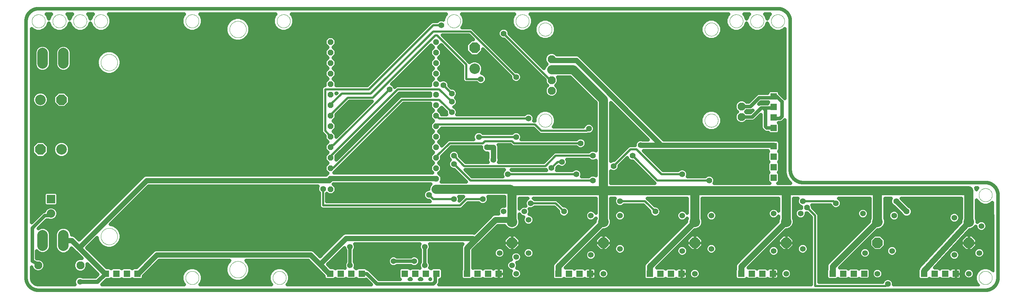
<source format=gbl>
G75*
%MOIN*%
%OFA0B0*%
%FSLAX25Y25*%
%IPPOS*%
%LPD*%
%AMOC8*
5,1,8,0,0,1.08239X$1,22.5*
%
%ADD10C,0.03200*%
%ADD11C,0.00000*%
%ADD12OC8,0.05600*%
%ADD13C,0.10000*%
%ADD14OC8,0.10000*%
%ADD15R,0.06000X0.06000*%
%ADD16C,0.10000*%
%ADD17C,0.07600*%
%ADD18R,0.08000X0.08000*%
%ADD19C,0.08000*%
%ADD20C,0.05000*%
%ADD21C,0.05500*%
%ADD22C,0.05362*%
%ADD23C,0.04000*%
%ADD24C,0.02000*%
%ADD25C,0.05600*%
%ADD26C,0.08600*%
%ADD27C,0.02400*%
D10*
X0048028Y0032555D02*
X0945666Y0032555D01*
X0938277Y0037755D02*
X0858496Y0037755D01*
X0858496Y0039525D01*
X0857682Y0041491D01*
X0856177Y0042996D01*
X0854210Y0043811D01*
X0852082Y0043811D01*
X0850116Y0042996D01*
X0848611Y0041491D01*
X0848031Y0040092D01*
X0787849Y0040092D01*
X0787849Y0104137D01*
X0787301Y0105460D01*
X0786288Y0106473D01*
X0781725Y0111036D01*
X0781725Y0112359D01*
X0781210Y0113601D01*
X0798819Y0113601D01*
X0799398Y0112202D01*
X0800903Y0110697D01*
X0802870Y0109882D01*
X0804998Y0109882D01*
X0806964Y0110697D01*
X0808469Y0112202D01*
X0809284Y0114168D01*
X0809284Y0116296D01*
X0808469Y0118263D01*
X0806964Y0119768D01*
X0806540Y0119943D01*
X0836204Y0119943D01*
X0836204Y0100915D01*
X0835504Y0099225D01*
X0835504Y0097793D01*
X0795997Y0058286D01*
X0795145Y0056228D01*
X0795145Y0052343D01*
X0794945Y0051860D01*
X0794945Y0044746D01*
X0795371Y0043717D01*
X0796159Y0042929D01*
X0797188Y0042503D01*
X0804302Y0042503D01*
X0805331Y0042929D01*
X0805886Y0043485D01*
X0806272Y0043099D01*
X0807228Y0042703D01*
X0814262Y0042703D01*
X0815218Y0043099D01*
X0815745Y0043626D01*
X0816272Y0043099D01*
X0817228Y0042703D01*
X0824262Y0042703D01*
X0825218Y0043099D01*
X0825745Y0043626D01*
X0826272Y0043099D01*
X0827228Y0042703D01*
X0834262Y0042703D01*
X0835218Y0043099D01*
X0835949Y0043830D01*
X0836345Y0044786D01*
X0836345Y0051820D01*
X0835949Y0052776D01*
X0835218Y0053507D01*
X0834262Y0053903D01*
X0827228Y0053903D01*
X0826272Y0053507D01*
X0825745Y0052980D01*
X0825218Y0053507D01*
X0824262Y0053903D01*
X0817228Y0053903D01*
X0816272Y0053507D01*
X0815745Y0052980D01*
X0815218Y0053507D01*
X0814262Y0053903D01*
X0807453Y0053903D01*
X0843423Y0089873D01*
X0844855Y0089873D01*
X0847722Y0091061D01*
X0849916Y0093255D01*
X0851104Y0096122D01*
X0851104Y0099225D01*
X0850404Y0100915D01*
X0850404Y0119943D01*
X0856149Y0119943D01*
X0855470Y0118305D01*
X0855470Y0116097D01*
X0856315Y0114057D01*
X0857877Y0112496D01*
X0858480Y0112246D01*
X0865908Y0104818D01*
X0866158Y0104214D01*
X0867719Y0102653D01*
X0869759Y0101808D01*
X0871967Y0101808D01*
X0874007Y0102653D01*
X0875568Y0104214D01*
X0876413Y0106254D01*
X0876413Y0108462D01*
X0875568Y0110502D01*
X0874007Y0112063D01*
X0873403Y0112313D01*
X0865975Y0119741D01*
X0865892Y0119943D01*
X0922818Y0119943D01*
X0922818Y0100915D01*
X0922118Y0099225D01*
X0922118Y0097446D01*
X0883311Y0055049D01*
X0882611Y0054349D01*
X0882562Y0054231D01*
X0882476Y0054137D01*
X0882138Y0053206D01*
X0882022Y0052926D01*
X0881985Y0052889D01*
X0881559Y0051860D01*
X0881559Y0044746D01*
X0881985Y0043717D01*
X0882773Y0042929D01*
X0883802Y0042503D01*
X0890916Y0042503D01*
X0891945Y0042929D01*
X0892500Y0043485D01*
X0892886Y0043099D01*
X0893842Y0042703D01*
X0900876Y0042703D01*
X0901832Y0043099D01*
X0902359Y0043626D01*
X0902886Y0043099D01*
X0903842Y0042703D01*
X0910876Y0042703D01*
X0911832Y0043099D01*
X0912359Y0043626D01*
X0912886Y0043099D01*
X0913842Y0042703D01*
X0920876Y0042703D01*
X0921832Y0043099D01*
X0922563Y0043830D01*
X0922959Y0044786D01*
X0922959Y0051820D01*
X0922563Y0052776D01*
X0921832Y0053507D01*
X0920876Y0053903D01*
X0913842Y0053903D01*
X0912886Y0053507D01*
X0912359Y0052980D01*
X0911832Y0053507D01*
X0910876Y0053903D01*
X0903842Y0053903D01*
X0902886Y0053507D01*
X0902359Y0052980D01*
X0901832Y0053507D01*
X0900876Y0053903D01*
X0897446Y0053903D01*
X0930370Y0089873D01*
X0931469Y0089873D01*
X0934336Y0091061D01*
X0936448Y0093172D01*
X0936448Y0092528D01*
X0937252Y0090587D01*
X0938737Y0089102D01*
X0940679Y0088298D01*
X0942779Y0088298D01*
X0944720Y0089102D01*
X0946206Y0090587D01*
X0947010Y0092528D01*
X0947010Y0094629D01*
X0946206Y0096570D01*
X0944720Y0098056D01*
X0942779Y0098860D01*
X0940679Y0098860D01*
X0938737Y0098056D01*
X0937718Y0097036D01*
X0937718Y0099225D01*
X0937018Y0100915D01*
X0937018Y0118117D01*
X0937274Y0117499D01*
X0940059Y0114714D01*
X0943697Y0113207D01*
X0947635Y0113207D01*
X0951273Y0114714D01*
X0952277Y0115718D01*
X0952277Y0051755D01*
X0951273Y0052758D01*
X0947635Y0054265D01*
X0943697Y0054265D01*
X0940059Y0052758D01*
X0937274Y0049974D01*
X0935767Y0046335D01*
X0935767Y0042397D01*
X0937274Y0038759D01*
X0938277Y0037755D01*
X0859096Y0037755D01*
X0859096Y0039644D01*
X0858190Y0041831D01*
X0856517Y0043505D01*
X0854330Y0044411D01*
X0851963Y0044411D01*
X0849776Y0043505D01*
X0848102Y0041831D01*
X0847630Y0040692D01*
X0788449Y0040692D01*
X0788449Y0104257D01*
X0787809Y0105800D01*
X0786628Y0106982D01*
X0782325Y0111285D01*
X0782325Y0112479D01*
X0782108Y0113001D01*
X0798418Y0113001D01*
X0798890Y0111862D01*
X0800563Y0110188D01*
X0802750Y0109282D01*
X0805117Y0109282D01*
X0807304Y0110188D01*
X0808978Y0111862D01*
X0809884Y0114049D01*
X0809884Y0116416D01*
X0808978Y0118603D01*
X0808037Y0119543D01*
X0835804Y0119543D01*
X0835804Y0100994D01*
X0835104Y0099304D01*
X0835104Y0097959D01*
X0795658Y0058513D01*
X0794745Y0056308D01*
X0794745Y0052423D01*
X0794545Y0051940D01*
X0794545Y0044667D01*
X0795032Y0043490D01*
X0795932Y0042590D01*
X0797108Y0042103D01*
X0804381Y0042103D01*
X0805557Y0042590D01*
X0805745Y0042778D01*
X0805932Y0042590D01*
X0807108Y0042103D01*
X0814381Y0042103D01*
X0815557Y0042590D01*
X0815745Y0042778D01*
X0815932Y0042590D01*
X0817108Y0042103D01*
X0824381Y0042103D01*
X0825557Y0042590D01*
X0825745Y0042778D01*
X0825932Y0042590D01*
X0827108Y0042103D01*
X0834381Y0042103D01*
X0835557Y0042590D01*
X0836458Y0043490D01*
X0836945Y0044667D01*
X0836945Y0051940D01*
X0836458Y0053116D01*
X0835557Y0054016D01*
X0834381Y0054503D01*
X0827108Y0054503D01*
X0825932Y0054016D01*
X0825745Y0053829D01*
X0825557Y0054016D01*
X0824381Y0054503D01*
X0817108Y0054503D01*
X0815932Y0054016D01*
X0815745Y0053829D01*
X0815557Y0054016D01*
X0814381Y0054503D01*
X0808619Y0054503D01*
X0835104Y0080988D01*
X0835104Y0074277D01*
X0839907Y0069473D01*
X0846700Y0069473D01*
X0851504Y0074277D01*
X0851504Y0081070D01*
X0846700Y0085873D01*
X0839989Y0085873D01*
X0843589Y0089473D01*
X0844935Y0089473D01*
X0847949Y0090722D01*
X0850255Y0093028D01*
X0851504Y0096042D01*
X0851504Y0099304D01*
X0850804Y0100994D01*
X0850804Y0119543D01*
X0855550Y0119543D01*
X0855070Y0118384D01*
X0855070Y0116017D01*
X0855976Y0113830D01*
X0857650Y0112157D01*
X0858253Y0111907D01*
X0861308Y0108853D01*
X0860222Y0109302D01*
X0857882Y0109302D01*
X0855720Y0108407D01*
X0854066Y0106753D01*
X0853171Y0104591D01*
X0853171Y0102251D01*
X0854066Y0100090D01*
X0855720Y0098435D01*
X0857882Y0097540D01*
X0860222Y0097540D01*
X0862383Y0098435D01*
X0864038Y0100090D01*
X0864933Y0102251D01*
X0864933Y0104591D01*
X0864483Y0105677D01*
X0865569Y0104591D01*
X0865819Y0103988D01*
X0867492Y0102314D01*
X0869679Y0101408D01*
X0872046Y0101408D01*
X0874233Y0102314D01*
X0875907Y0103988D01*
X0876813Y0106175D01*
X0876813Y0108542D01*
X0875907Y0110729D01*
X0874233Y0112402D01*
X0873630Y0112652D01*
X0866739Y0119543D01*
X0922418Y0119543D01*
X0922418Y0100994D01*
X0921718Y0099304D01*
X0921718Y0097601D01*
X0883022Y0055326D01*
X0882272Y0054576D01*
X0882220Y0054449D01*
X0882127Y0054348D01*
X0881765Y0053351D01*
X0881683Y0053152D01*
X0881646Y0053116D01*
X0881159Y0051940D01*
X0881159Y0044667D01*
X0881646Y0043490D01*
X0882546Y0042590D01*
X0883722Y0042103D01*
X0890995Y0042103D01*
X0892172Y0042590D01*
X0892359Y0042778D01*
X0892546Y0042590D01*
X0893722Y0042103D01*
X0900995Y0042103D01*
X0902172Y0042590D01*
X0902359Y0042778D01*
X0902546Y0042590D01*
X0903722Y0042103D01*
X0910995Y0042103D01*
X0912172Y0042590D01*
X0912359Y0042778D01*
X0912546Y0042590D01*
X0913722Y0042103D01*
X0920995Y0042103D01*
X0922172Y0042590D01*
X0923072Y0043490D01*
X0923559Y0044667D01*
X0923559Y0051940D01*
X0923072Y0053116D01*
X0922172Y0054016D01*
X0920995Y0054503D01*
X0913722Y0054503D01*
X0912546Y0054016D01*
X0912359Y0053829D01*
X0912172Y0054016D01*
X0910995Y0054503D01*
X0903722Y0054503D01*
X0902546Y0054016D01*
X0902359Y0053829D01*
X0902172Y0054016D01*
X0900995Y0054503D01*
X0898537Y0054503D01*
X0910347Y0067405D01*
X0910257Y0067190D01*
X0910257Y0064850D01*
X0911153Y0062688D01*
X0912807Y0061034D01*
X0914969Y0060139D01*
X0917308Y0060139D01*
X0919470Y0061034D01*
X0921124Y0062688D01*
X0922020Y0064850D01*
X0922020Y0067190D01*
X0921124Y0069351D01*
X0919470Y0071005D01*
X0917308Y0071901D01*
X0914969Y0071901D01*
X0914152Y0071563D01*
X0921718Y0079828D01*
X0921718Y0074277D01*
X0926521Y0069473D01*
X0933315Y0069473D01*
X0934502Y0070660D01*
X0933879Y0069158D01*
X0933879Y0066818D01*
X0934775Y0064657D01*
X0936429Y0063002D01*
X0938591Y0062107D01*
X0940930Y0062107D01*
X0943092Y0063002D01*
X0944746Y0064657D01*
X0945642Y0066818D01*
X0945642Y0069158D01*
X0944746Y0071320D01*
X0943092Y0072974D01*
X0940930Y0073869D01*
X0938591Y0073869D01*
X0937088Y0073247D01*
X0938118Y0074277D01*
X0938118Y0081070D01*
X0933315Y0085873D01*
X0927251Y0085873D01*
X0930546Y0089473D01*
X0931549Y0089473D01*
X0934563Y0090722D01*
X0935966Y0092124D01*
X0936743Y0090247D01*
X0938398Y0088593D01*
X0940559Y0087698D01*
X0942899Y0087698D01*
X0945060Y0088593D01*
X0946715Y0090247D01*
X0947610Y0092409D01*
X0947610Y0094749D01*
X0946715Y0096910D01*
X0945060Y0098564D01*
X0942899Y0099460D01*
X0940559Y0099460D01*
X0938398Y0098564D01*
X0938118Y0098285D01*
X0938118Y0099304D01*
X0937418Y0100994D01*
X0937418Y0117355D01*
X0940059Y0114714D01*
X0943697Y0113207D01*
X0947635Y0113207D01*
X0951273Y0114714D01*
X0952277Y0115718D01*
X0952277Y0051755D01*
X0951273Y0052758D01*
X0947635Y0054265D01*
X0943697Y0054265D01*
X0940059Y0052758D01*
X0937274Y0049974D01*
X0935767Y0046335D01*
X0935767Y0042397D01*
X0937274Y0038759D01*
X0938277Y0037755D01*
X0937194Y0038952D02*
X0858496Y0038952D01*
X0859096Y0038952D02*
X0937194Y0038952D01*
X0935869Y0042151D02*
X0921110Y0042151D01*
X0922959Y0045349D02*
X0925425Y0045349D01*
X0925441Y0045312D02*
X0926926Y0043826D01*
X0928867Y0043022D01*
X0930968Y0043022D01*
X0932909Y0043826D01*
X0934395Y0045312D01*
X0935199Y0047253D01*
X0935199Y0049354D01*
X0934395Y0051295D01*
X0932909Y0052780D01*
X0930968Y0053584D01*
X0928867Y0053584D01*
X0926926Y0052780D01*
X0925441Y0051295D01*
X0924637Y0049354D01*
X0924637Y0047253D01*
X0925441Y0045312D01*
X0924932Y0044972D02*
X0926587Y0043317D01*
X0928748Y0042422D01*
X0931088Y0042422D01*
X0933249Y0043317D01*
X0934904Y0044972D01*
X0935799Y0047133D01*
X0935799Y0049473D01*
X0934904Y0051635D01*
X0933249Y0053289D01*
X0931088Y0054184D01*
X0928748Y0054184D01*
X0926587Y0053289D01*
X0924932Y0051635D01*
X0924037Y0049473D01*
X0924037Y0047133D01*
X0924932Y0044972D01*
X0924776Y0045349D02*
X0923559Y0045349D01*
X0923559Y0048548D02*
X0924037Y0048548D01*
X0924637Y0048548D02*
X0922959Y0048548D01*
X0922959Y0051746D02*
X0925892Y0051746D01*
X0925044Y0051746D02*
X0923559Y0051746D01*
X0933944Y0051746D02*
X0939046Y0051746D01*
X0934792Y0051746D01*
X0935199Y0048548D02*
X0936683Y0048548D01*
X0935799Y0048548D01*
X0935767Y0045349D02*
X0934411Y0045349D01*
X0935060Y0045349D02*
X0935767Y0045349D01*
X0935869Y0042151D02*
X0857022Y0042151D01*
X0857871Y0042151D02*
X0883608Y0042151D01*
X0881559Y0045349D02*
X0847796Y0045349D01*
X0847781Y0045312D02*
X0848585Y0047253D01*
X0848585Y0049354D01*
X0847781Y0051295D01*
X0846295Y0052780D01*
X0844354Y0053584D01*
X0842253Y0053584D01*
X0840312Y0052780D01*
X0838827Y0051295D01*
X0838023Y0049354D01*
X0838023Y0047253D01*
X0838827Y0045312D01*
X0840312Y0043826D01*
X0842253Y0043022D01*
X0844354Y0043022D01*
X0846295Y0043826D01*
X0847781Y0045312D01*
X0848290Y0044972D02*
X0849185Y0047133D01*
X0849185Y0049473D01*
X0848290Y0051635D01*
X0846635Y0053289D01*
X0844474Y0054184D01*
X0842134Y0054184D01*
X0839972Y0053289D01*
X0838318Y0051635D01*
X0837423Y0049473D01*
X0837423Y0047133D01*
X0838318Y0044972D01*
X0839972Y0043317D01*
X0842134Y0042422D01*
X0844474Y0042422D01*
X0846635Y0043317D01*
X0848290Y0044972D01*
X0848446Y0045349D02*
X0881159Y0045349D01*
X0881159Y0048548D02*
X0849185Y0048548D01*
X0848585Y0048548D02*
X0881559Y0048548D01*
X0881559Y0051746D02*
X0847329Y0051746D01*
X0848178Y0051746D02*
X0881159Y0051746D01*
X0882641Y0054945D02*
X0809061Y0054945D01*
X0808495Y0054945D02*
X0883207Y0054945D01*
X0885601Y0058143D02*
X0812259Y0058143D01*
X0811693Y0058143D02*
X0886143Y0058143D01*
X0888529Y0061342D02*
X0815458Y0061342D01*
X0814892Y0061342D02*
X0889071Y0061342D01*
X0891457Y0064540D02*
X0859375Y0064540D01*
X0860415Y0064971D02*
X0862069Y0066625D01*
X0862964Y0068787D01*
X0862964Y0071127D01*
X0862069Y0073288D01*
X0860415Y0074942D01*
X0858253Y0075838D01*
X0855913Y0075838D01*
X0853752Y0074942D01*
X0852098Y0073288D01*
X0851202Y0071127D01*
X0851202Y0068787D01*
X0852098Y0066625D01*
X0853752Y0064971D01*
X0855913Y0064076D01*
X0858253Y0064076D01*
X0860415Y0064971D01*
X0860075Y0065480D02*
X0861560Y0066965D01*
X0862364Y0068906D01*
X0862364Y0071007D01*
X0861560Y0072948D01*
X0860075Y0074434D01*
X0858134Y0075238D01*
X0856033Y0075238D01*
X0854092Y0074434D01*
X0852606Y0072948D01*
X0851802Y0071007D01*
X0851802Y0068906D01*
X0852606Y0066965D01*
X0854092Y0065480D01*
X0856033Y0064676D01*
X0858134Y0064676D01*
X0860075Y0065480D01*
X0861881Y0067739D02*
X0894926Y0067739D01*
X0894384Y0067739D02*
X0862530Y0067739D01*
X0862364Y0070937D02*
X0897854Y0070937D01*
X0897312Y0070937D02*
X0862964Y0070937D01*
X0861221Y0074136D02*
X0900240Y0074136D01*
X0900782Y0074136D02*
X0860373Y0074136D01*
X0853794Y0074136D02*
X0850514Y0074136D01*
X0850904Y0074525D02*
X0846452Y0070073D01*
X0840156Y0070073D01*
X0835704Y0074525D01*
X0835704Y0080821D01*
X0840156Y0085273D01*
X0846452Y0085273D01*
X0850904Y0080821D01*
X0850904Y0074525D01*
X0851363Y0074136D02*
X0852945Y0074136D01*
X0851802Y0070937D02*
X0847316Y0070937D01*
X0848164Y0070937D02*
X0851202Y0070937D01*
X0851636Y0067739D02*
X0837374Y0067739D01*
X0836774Y0067739D02*
X0852286Y0067739D01*
X0854792Y0064540D02*
X0836362Y0064540D01*
X0836479Y0064657D02*
X0837374Y0066818D01*
X0837374Y0069158D01*
X0836479Y0071320D01*
X0834824Y0072974D01*
X0832663Y0073869D01*
X0830323Y0073869D01*
X0828161Y0072974D01*
X0826507Y0071320D01*
X0825612Y0069158D01*
X0825612Y0066818D01*
X0826507Y0064657D01*
X0828161Y0063002D01*
X0830323Y0062107D01*
X0832663Y0062107D01*
X0834824Y0063002D01*
X0836479Y0064657D01*
X0835970Y0064997D02*
X0836774Y0066938D01*
X0836774Y0069039D01*
X0835970Y0070980D01*
X0834484Y0072465D01*
X0832543Y0073269D01*
X0830442Y0073269D01*
X0828501Y0072465D01*
X0827016Y0070980D01*
X0826212Y0069039D01*
X0826212Y0066938D01*
X0827016Y0064997D01*
X0828501Y0063511D01*
X0830442Y0062707D01*
X0832543Y0062707D01*
X0834484Y0063511D01*
X0835970Y0064997D01*
X0835513Y0064540D02*
X0891999Y0064540D01*
X0904254Y0061342D02*
X0913632Y0061342D01*
X0913147Y0061543D02*
X0915088Y0060739D01*
X0917189Y0060739D01*
X0919130Y0061543D01*
X0920616Y0063028D01*
X0921420Y0064969D01*
X0921420Y0067070D01*
X0920616Y0069011D01*
X0919130Y0070497D01*
X0917189Y0071301D01*
X0915088Y0071301D01*
X0913147Y0070497D01*
X0911661Y0069011D01*
X0910857Y0067070D01*
X0910857Y0064969D01*
X0911661Y0063028D01*
X0913147Y0061543D01*
X0912499Y0061342D02*
X0904797Y0061342D01*
X0907182Y0064540D02*
X0911035Y0064540D01*
X0910386Y0064540D02*
X0907724Y0064540D01*
X0910110Y0067739D02*
X0911134Y0067739D01*
X0913038Y0070937D02*
X0914210Y0070937D01*
X0915965Y0074136D02*
X0922707Y0074136D01*
X0922318Y0074525D02*
X0926770Y0070073D01*
X0933066Y0070073D01*
X0937518Y0074525D01*
X0937518Y0080821D01*
X0933066Y0085273D01*
X0926770Y0085273D01*
X0922318Y0080821D01*
X0922318Y0074525D01*
X0921859Y0074136D02*
X0916507Y0074136D01*
X0918067Y0070937D02*
X0925906Y0070937D01*
X0925057Y0070937D02*
X0919538Y0070937D01*
X0921143Y0067739D02*
X0934479Y0067739D01*
X0933879Y0067739D02*
X0921792Y0067739D01*
X0921891Y0064540D02*
X0934891Y0064540D01*
X0935283Y0064997D02*
X0936769Y0063511D01*
X0938710Y0062707D01*
X0940811Y0062707D01*
X0942752Y0063511D01*
X0944238Y0064997D01*
X0945042Y0066938D01*
X0945042Y0069039D01*
X0944238Y0070980D01*
X0942752Y0072465D01*
X0940811Y0073269D01*
X0938710Y0073269D01*
X0936769Y0072465D01*
X0935283Y0070980D01*
X0934479Y0069039D01*
X0934479Y0066938D01*
X0935283Y0064997D01*
X0935740Y0064540D02*
X0921242Y0064540D01*
X0919778Y0061342D02*
X0952277Y0061342D01*
X0918645Y0061342D01*
X0901869Y0058143D02*
X0952277Y0058143D01*
X0901327Y0058143D01*
X0898941Y0054945D02*
X0952277Y0054945D01*
X0898399Y0054945D01*
X0901110Y0042151D02*
X0903608Y0042151D01*
X0911110Y0042151D02*
X0913608Y0042151D01*
X0893608Y0042151D02*
X0891110Y0042151D01*
X0849270Y0042151D02*
X0787849Y0042151D01*
X0788449Y0042151D02*
X0796994Y0042151D01*
X0794945Y0045349D02*
X0787849Y0045349D01*
X0788449Y0045349D02*
X0794545Y0045349D01*
X0794545Y0048548D02*
X0788449Y0048548D01*
X0787849Y0048548D02*
X0794945Y0048548D01*
X0794945Y0051746D02*
X0787849Y0051746D01*
X0788449Y0051746D02*
X0794545Y0051746D01*
X0794745Y0054945D02*
X0788449Y0054945D01*
X0787849Y0054945D02*
X0795145Y0054945D01*
X0795505Y0058143D02*
X0788449Y0058143D01*
X0787849Y0058143D02*
X0795938Y0058143D01*
X0798487Y0061342D02*
X0788449Y0061342D01*
X0787849Y0061342D02*
X0799053Y0061342D01*
X0801686Y0064540D02*
X0788449Y0064540D01*
X0787849Y0064540D02*
X0802251Y0064540D01*
X0804884Y0067739D02*
X0788449Y0067739D01*
X0787849Y0067739D02*
X0805450Y0067739D01*
X0808083Y0070937D02*
X0788449Y0070937D01*
X0787849Y0070937D02*
X0808648Y0070937D01*
X0811281Y0074136D02*
X0788449Y0074136D01*
X0787849Y0074136D02*
X0811847Y0074136D01*
X0814480Y0077334D02*
X0788449Y0077334D01*
X0787849Y0077334D02*
X0815045Y0077334D01*
X0817678Y0080533D02*
X0788449Y0080533D01*
X0787849Y0080533D02*
X0818244Y0080533D01*
X0820877Y0083731D02*
X0788449Y0083731D01*
X0787849Y0083731D02*
X0821442Y0083731D01*
X0824075Y0086930D02*
X0788449Y0086930D01*
X0787849Y0086930D02*
X0824641Y0086930D01*
X0827274Y0090128D02*
X0788449Y0090128D01*
X0787849Y0090128D02*
X0827839Y0090128D01*
X0830472Y0093327D02*
X0788449Y0093327D01*
X0787849Y0093327D02*
X0831038Y0093327D01*
X0833671Y0096525D02*
X0788449Y0096525D01*
X0787849Y0096525D02*
X0834236Y0096525D01*
X0835278Y0099724D02*
X0831214Y0099724D01*
X0830694Y0099509D02*
X0832856Y0100404D01*
X0834510Y0102058D01*
X0835405Y0104220D01*
X0835405Y0106560D01*
X0834510Y0108721D01*
X0832856Y0110376D01*
X0830694Y0111271D01*
X0828354Y0111271D01*
X0826193Y0110376D01*
X0824539Y0108721D01*
X0823643Y0106560D01*
X0823643Y0104220D01*
X0824539Y0102058D01*
X0826193Y0100404D01*
X0828354Y0099509D01*
X0830694Y0099509D01*
X0830575Y0100109D02*
X0832516Y0100913D01*
X0834001Y0102398D01*
X0834805Y0104339D01*
X0834805Y0106440D01*
X0834001Y0108381D01*
X0832516Y0109867D01*
X0830575Y0110671D01*
X0828474Y0110671D01*
X0826533Y0109867D01*
X0825047Y0108381D01*
X0824243Y0106440D01*
X0824243Y0104339D01*
X0825047Y0102398D01*
X0826533Y0100913D01*
X0828474Y0100109D01*
X0830575Y0100109D01*
X0827835Y0099724D02*
X0788449Y0099724D01*
X0787849Y0099724D02*
X0835711Y0099724D01*
X0835804Y0102922D02*
X0834868Y0102922D01*
X0834218Y0102922D02*
X0836204Y0102922D01*
X0836204Y0106121D02*
X0834805Y0106121D01*
X0835405Y0106121D02*
X0835804Y0106121D01*
X0835804Y0109319D02*
X0833912Y0109319D01*
X0833063Y0109319D02*
X0836204Y0109319D01*
X0836204Y0112518D02*
X0808600Y0112518D01*
X0809250Y0112518D02*
X0835804Y0112518D01*
X0835804Y0115716D02*
X0809884Y0115716D01*
X0809284Y0115716D02*
X0836204Y0115716D01*
X0836204Y0118915D02*
X0807817Y0118915D01*
X0808666Y0118915D02*
X0835804Y0118915D01*
X0850404Y0118915D02*
X0855723Y0118915D01*
X0855290Y0118915D02*
X0850804Y0118915D01*
X0850804Y0115716D02*
X0855195Y0115716D01*
X0855628Y0115716D02*
X0850404Y0115716D01*
X0850404Y0112518D02*
X0857854Y0112518D01*
X0857289Y0112518D02*
X0850804Y0112518D01*
X0850804Y0109319D02*
X0860841Y0109319D01*
X0861406Y0109319D02*
X0850404Y0109319D01*
X0850404Y0106121D02*
X0854454Y0106121D01*
X0854575Y0106413D02*
X0853771Y0104472D01*
X0853771Y0102371D01*
X0854575Y0100430D01*
X0856060Y0098944D01*
X0858001Y0098140D01*
X0860102Y0098140D01*
X0862043Y0098944D01*
X0863529Y0100430D01*
X0864333Y0102371D01*
X0864333Y0104472D01*
X0863529Y0106413D01*
X0862043Y0107898D01*
X0860102Y0108702D01*
X0858001Y0108702D01*
X0856060Y0107898D01*
X0854575Y0106413D01*
X0853804Y0106121D02*
X0850804Y0106121D01*
X0850804Y0102922D02*
X0853171Y0102922D01*
X0853771Y0102922D02*
X0850404Y0102922D01*
X0850897Y0099724D02*
X0855281Y0099724D01*
X0854432Y0099724D02*
X0851330Y0099724D01*
X0851504Y0096525D02*
X0912749Y0096525D01*
X0912807Y0096467D02*
X0914969Y0095572D01*
X0917308Y0095572D01*
X0919470Y0096467D01*
X0921124Y0098121D01*
X0922020Y0100283D01*
X0922020Y0102623D01*
X0921124Y0104784D01*
X0919470Y0106439D01*
X0917308Y0107334D01*
X0914969Y0107334D01*
X0912807Y0106439D01*
X0911153Y0104784D01*
X0910257Y0102623D01*
X0910257Y0100283D01*
X0911153Y0098121D01*
X0912807Y0096467D01*
X0913147Y0096976D02*
X0915088Y0096172D01*
X0917189Y0096172D01*
X0919130Y0096976D01*
X0920616Y0098461D01*
X0921420Y0100402D01*
X0921420Y0102503D01*
X0920616Y0104444D01*
X0919130Y0105930D01*
X0917189Y0106734D01*
X0915088Y0106734D01*
X0913147Y0105930D01*
X0911661Y0104444D01*
X0910857Y0102503D01*
X0910857Y0100402D01*
X0911661Y0098461D01*
X0913147Y0096976D01*
X0914234Y0096525D02*
X0851104Y0096525D01*
X0850379Y0093327D02*
X0917806Y0093327D01*
X0918348Y0093327D02*
X0849946Y0093327D01*
X0846516Y0090128D02*
X0914878Y0090128D01*
X0915420Y0090128D02*
X0845471Y0090128D01*
X0841046Y0086930D02*
X0911950Y0086930D01*
X0912493Y0086930D02*
X0840480Y0086930D01*
X0838614Y0083731D02*
X0837281Y0083731D01*
X0835704Y0080533D02*
X0834083Y0080533D01*
X0834649Y0080533D02*
X0835104Y0080533D01*
X0835104Y0077334D02*
X0831450Y0077334D01*
X0830884Y0077334D02*
X0835704Y0077334D01*
X0836093Y0074136D02*
X0827686Y0074136D01*
X0828252Y0074136D02*
X0835245Y0074136D01*
X0835987Y0070937D02*
X0839292Y0070937D01*
X0838443Y0070937D02*
X0836637Y0070937D01*
X0826998Y0070937D02*
X0824487Y0070937D01*
X0825053Y0070937D02*
X0826349Y0070937D01*
X0826212Y0067739D02*
X0821289Y0067739D01*
X0821855Y0067739D02*
X0825612Y0067739D01*
X0826624Y0064540D02*
X0818656Y0064540D01*
X0818090Y0064540D02*
X0827472Y0064540D01*
X0850904Y0077334D02*
X0903710Y0077334D01*
X0903167Y0077334D02*
X0851504Y0077334D01*
X0851504Y0080533D02*
X0906095Y0080533D01*
X0906637Y0080533D02*
X0850904Y0080533D01*
X0848842Y0083731D02*
X0909023Y0083731D01*
X0909565Y0083731D02*
X0847994Y0083731D01*
X0862823Y0099724D02*
X0911138Y0099724D01*
X0910489Y0099724D02*
X0863672Y0099724D01*
X0864333Y0102922D02*
X0867450Y0102922D01*
X0866884Y0102922D02*
X0864933Y0102922D01*
X0864605Y0106121D02*
X0863650Y0106121D01*
X0874276Y0102922D02*
X0911031Y0102922D01*
X0910382Y0102922D02*
X0874842Y0102922D01*
X0876358Y0106121D02*
X0913608Y0106121D01*
X0912489Y0106121D02*
X0876791Y0106121D01*
X0876491Y0109319D02*
X0922418Y0109319D01*
X0922818Y0109319D02*
X0876058Y0109319D01*
X0873954Y0112518D02*
X0922418Y0112518D01*
X0922818Y0112518D02*
X0873199Y0112518D01*
X0870566Y0115716D02*
X0922418Y0115716D01*
X0922818Y0115716D02*
X0870000Y0115716D01*
X0867367Y0118915D02*
X0922418Y0118915D01*
X0922818Y0118915D02*
X0866802Y0118915D01*
X0825985Y0109319D02*
X0783442Y0109319D01*
X0784290Y0109319D02*
X0802661Y0109319D01*
X0805207Y0109319D02*
X0825137Y0109319D01*
X0824243Y0106121D02*
X0786640Y0106121D01*
X0787489Y0106121D02*
X0823643Y0106121D01*
X0824181Y0102922D02*
X0788449Y0102922D01*
X0787849Y0102922D02*
X0824830Y0102922D01*
X0799267Y0112518D02*
X0781659Y0112518D01*
X0782308Y0112518D02*
X0798618Y0112518D01*
X0780649Y0101930D02*
X0776633Y0105945D01*
X0775750Y0105945D01*
X0775750Y0104339D01*
X0774946Y0102398D01*
X0773461Y0100913D01*
X0771520Y0100109D01*
X0769419Y0100109D01*
X0767478Y0100913D01*
X0765992Y0102398D01*
X0765188Y0104339D01*
X0765188Y0106440D01*
X0765992Y0108381D01*
X0767478Y0109867D01*
X0769419Y0110671D01*
X0771025Y0110671D01*
X0771025Y0111995D01*
X0769407Y0112665D01*
X0767902Y0114170D01*
X0767088Y0116137D01*
X0767088Y0118265D01*
X0767783Y0119943D01*
X0763790Y0119943D01*
X0763790Y0100915D01*
X0764490Y0099225D01*
X0764490Y0096122D01*
X0763302Y0093255D01*
X0761108Y0091061D01*
X0758241Y0089873D01*
X0756809Y0089873D01*
X0720839Y0053903D01*
X0727648Y0053903D01*
X0728603Y0053507D01*
X0729131Y0052980D01*
X0729658Y0053507D01*
X0730613Y0053903D01*
X0737648Y0053903D01*
X0738603Y0053507D01*
X0739131Y0052980D01*
X0739658Y0053507D01*
X0740613Y0053903D01*
X0747648Y0053903D01*
X0748603Y0053507D01*
X0749335Y0052776D01*
X0749731Y0051820D01*
X0749731Y0044786D01*
X0749335Y0043830D01*
X0748603Y0043099D01*
X0747648Y0042703D01*
X0740613Y0042703D01*
X0739658Y0043099D01*
X0739131Y0043626D01*
X0738603Y0043099D01*
X0737648Y0042703D01*
X0730613Y0042703D01*
X0729658Y0043099D01*
X0729131Y0043626D01*
X0728603Y0043099D01*
X0727648Y0042703D01*
X0720613Y0042703D01*
X0719658Y0043099D01*
X0719272Y0043485D01*
X0718717Y0042929D01*
X0717688Y0042503D01*
X0710574Y0042503D01*
X0709545Y0042929D01*
X0708757Y0043717D01*
X0708331Y0044746D01*
X0708331Y0051860D01*
X0708531Y0052343D01*
X0708531Y0056228D01*
X0709383Y0058286D01*
X0748890Y0097793D01*
X0748890Y0099225D01*
X0749590Y0100915D01*
X0749590Y0102963D01*
X0749356Y0102398D01*
X0747870Y0100913D01*
X0745929Y0100109D01*
X0743828Y0100109D01*
X0741887Y0100913D01*
X0740402Y0102398D01*
X0739598Y0104339D01*
X0739598Y0106440D01*
X0740402Y0108381D01*
X0741887Y0109867D01*
X0743828Y0110671D01*
X0745929Y0110671D01*
X0747870Y0109867D01*
X0749356Y0108381D01*
X0749590Y0107816D01*
X0749590Y0119943D01*
X0677175Y0119943D01*
X0677175Y0100915D01*
X0677875Y0099225D01*
X0677875Y0096122D01*
X0676688Y0093255D01*
X0674494Y0091061D01*
X0671627Y0089873D01*
X0670195Y0089873D01*
X0634225Y0053903D01*
X0641034Y0053903D01*
X0641989Y0053507D01*
X0642516Y0052980D01*
X0643044Y0053507D01*
X0643999Y0053903D01*
X0651034Y0053903D01*
X0651989Y0053507D01*
X0652516Y0052980D01*
X0653044Y0053507D01*
X0653999Y0053903D01*
X0661034Y0053903D01*
X0661989Y0053507D01*
X0662721Y0052776D01*
X0663116Y0051820D01*
X0663116Y0044786D01*
X0662721Y0043830D01*
X0661989Y0043099D01*
X0661034Y0042703D01*
X0653999Y0042703D01*
X0653044Y0043099D01*
X0652516Y0043626D01*
X0651989Y0043099D01*
X0651034Y0042703D01*
X0643999Y0042703D01*
X0643044Y0043099D01*
X0642516Y0043626D01*
X0641989Y0043099D01*
X0641034Y0042703D01*
X0633999Y0042703D01*
X0633044Y0043099D01*
X0632658Y0043485D01*
X0632102Y0042929D01*
X0631073Y0042503D01*
X0623959Y0042503D01*
X0622930Y0042929D01*
X0622143Y0043717D01*
X0621716Y0044746D01*
X0621716Y0051860D01*
X0621916Y0052343D01*
X0621916Y0056228D01*
X0622769Y0058286D01*
X0662275Y0097793D01*
X0662275Y0099225D01*
X0662975Y0100915D01*
X0662975Y0100995D01*
X0662742Y0100430D01*
X0661256Y0098944D01*
X0659315Y0098140D01*
X0657214Y0098140D01*
X0655273Y0098944D01*
X0653787Y0100430D01*
X0652983Y0102371D01*
X0652983Y0104472D01*
X0653787Y0106413D01*
X0655273Y0107898D01*
X0657214Y0108702D01*
X0659315Y0108702D01*
X0661256Y0107898D01*
X0662742Y0106413D01*
X0662975Y0105848D01*
X0662975Y0119943D01*
X0625180Y0119943D01*
X0625883Y0119240D01*
X0632415Y0112708D01*
X0633738Y0112708D01*
X0635704Y0111894D01*
X0637209Y0110389D01*
X0638024Y0108422D01*
X0638024Y0106294D01*
X0637209Y0104328D01*
X0635704Y0102823D01*
X0633738Y0102008D01*
X0631610Y0102008D01*
X0629643Y0102823D01*
X0628138Y0104328D01*
X0627324Y0106294D01*
X0627324Y0107617D01*
X0621340Y0113601D01*
X0603175Y0113601D01*
X0602240Y0112665D01*
X0600273Y0111851D01*
X0598145Y0111851D01*
X0596179Y0112665D01*
X0594674Y0114170D01*
X0593859Y0116137D01*
X0593859Y0118265D01*
X0594555Y0119943D01*
X0590561Y0119943D01*
X0590561Y0100915D01*
X0591261Y0099225D01*
X0591261Y0096122D01*
X0590074Y0093255D01*
X0587880Y0091061D01*
X0585013Y0089873D01*
X0583581Y0089873D01*
X0547611Y0053903D01*
X0554419Y0053903D01*
X0555375Y0053507D01*
X0555902Y0052980D01*
X0556429Y0053507D01*
X0557385Y0053903D01*
X0564419Y0053903D01*
X0565375Y0053507D01*
X0565902Y0052980D01*
X0566429Y0053507D01*
X0567385Y0053903D01*
X0574419Y0053903D01*
X0575375Y0053507D01*
X0576106Y0052776D01*
X0576502Y0051820D01*
X0576502Y0044786D01*
X0576106Y0043830D01*
X0575375Y0043099D01*
X0574419Y0042703D01*
X0567385Y0042703D01*
X0566429Y0043099D01*
X0565902Y0043626D01*
X0565375Y0043099D01*
X0564419Y0042703D01*
X0557385Y0042703D01*
X0556429Y0043099D01*
X0555902Y0043626D01*
X0555375Y0043099D01*
X0554419Y0042703D01*
X0547385Y0042703D01*
X0546429Y0043099D01*
X0546044Y0043485D01*
X0545488Y0042929D01*
X0544459Y0042503D01*
X0537345Y0042503D01*
X0536316Y0042929D01*
X0535528Y0043717D01*
X0535102Y0044746D01*
X0535102Y0051860D01*
X0535302Y0052343D01*
X0535302Y0056228D01*
X0536155Y0058286D01*
X0575661Y0097793D01*
X0575661Y0099225D01*
X0576361Y0100915D01*
X0576361Y0100995D01*
X0576127Y0100430D01*
X0574642Y0098944D01*
X0572701Y0098140D01*
X0570600Y0098140D01*
X0568659Y0098944D01*
X0567173Y0100430D01*
X0566369Y0102371D01*
X0566369Y0104472D01*
X0567173Y0106413D01*
X0568659Y0107898D01*
X0570600Y0108702D01*
X0572701Y0108702D01*
X0574642Y0107898D01*
X0576127Y0106413D01*
X0576361Y0105848D01*
X0576361Y0119943D01*
X0517170Y0119943D01*
X0517594Y0119768D01*
X0518530Y0118832D01*
X0538902Y0118832D01*
X0540225Y0118284D01*
X0541238Y0117272D01*
X0545801Y0112708D01*
X0547124Y0112708D01*
X0549090Y0111894D01*
X0550595Y0110389D01*
X0551410Y0108422D01*
X0551410Y0106294D01*
X0550595Y0104328D01*
X0549090Y0102823D01*
X0547124Y0102008D01*
X0544996Y0102008D01*
X0543029Y0102823D01*
X0541524Y0104328D01*
X0540710Y0106294D01*
X0540710Y0107617D01*
X0536695Y0111632D01*
X0518530Y0111632D01*
X0517594Y0110697D01*
X0515628Y0109882D01*
X0513499Y0109882D01*
X0513294Y0109968D01*
X0513939Y0108409D01*
X0513939Y0106308D01*
X0513300Y0104765D01*
X0513646Y0104765D01*
X0515587Y0103961D01*
X0517072Y0102476D01*
X0517876Y0100535D01*
X0517876Y0098434D01*
X0517072Y0096493D01*
X0515587Y0095007D01*
X0513646Y0094203D01*
X0511545Y0094203D01*
X0509604Y0095007D01*
X0508118Y0096493D01*
X0507314Y0098434D01*
X0507314Y0100535D01*
X0507953Y0102077D01*
X0507608Y0102077D01*
X0505667Y0102881D01*
X0504181Y0104367D01*
X0503947Y0104932D01*
X0503947Y0100915D01*
X0504647Y0099225D01*
X0504647Y0096122D01*
X0503460Y0093255D01*
X0501265Y0091061D01*
X0498399Y0089873D01*
X0495296Y0089873D01*
X0492429Y0091061D01*
X0490235Y0093255D01*
X0489974Y0093884D01*
X0483419Y0093884D01*
X0464586Y0075052D01*
X0459888Y0070354D01*
X0459888Y0053537D01*
X0460771Y0053903D01*
X0467805Y0053903D01*
X0468761Y0053507D01*
X0469288Y0052980D01*
X0469815Y0053507D01*
X0470771Y0053903D01*
X0477805Y0053903D01*
X0478761Y0053507D01*
X0479288Y0052980D01*
X0479815Y0053507D01*
X0480771Y0053903D01*
X0487805Y0053903D01*
X0488761Y0053507D01*
X0489492Y0052776D01*
X0489888Y0051820D01*
X0489888Y0044786D01*
X0489492Y0043830D01*
X0488761Y0043099D01*
X0487805Y0042703D01*
X0480771Y0042703D01*
X0479815Y0043099D01*
X0479288Y0043626D01*
X0478761Y0043099D01*
X0477805Y0042703D01*
X0470771Y0042703D01*
X0469815Y0043099D01*
X0469288Y0043626D01*
X0468761Y0043099D01*
X0467805Y0042703D01*
X0460771Y0042703D01*
X0459815Y0043099D01*
X0459429Y0043485D01*
X0458874Y0042929D01*
X0457845Y0042503D01*
X0450731Y0042503D01*
X0449702Y0042929D01*
X0448914Y0043717D01*
X0448488Y0044746D01*
X0448488Y0051860D01*
X0448688Y0052343D01*
X0448688Y0073787D01*
X0449541Y0075845D01*
X0450163Y0076468D01*
X0418820Y0076468D01*
X0419451Y0074944D01*
X0419451Y0072843D01*
X0418647Y0070902D01*
X0418370Y0070625D01*
X0418370Y0059446D01*
X0418647Y0059169D01*
X0419451Y0057228D01*
X0419451Y0055127D01*
X0418916Y0053834D01*
X0419706Y0053507D01*
X0420091Y0053122D01*
X0420647Y0053677D01*
X0421676Y0054103D01*
X0428790Y0054103D01*
X0429819Y0053677D01*
X0430607Y0052889D01*
X0431033Y0051860D01*
X0431033Y0044746D01*
X0430607Y0043717D01*
X0429819Y0042929D01*
X0428790Y0042503D01*
X0428412Y0042503D01*
X0428412Y0039554D01*
X0427743Y0037937D01*
X0427561Y0037755D01*
X0780649Y0037755D01*
X0780649Y0101930D01*
X0780049Y0101682D02*
X0780049Y0037755D01*
X0428100Y0037755D01*
X0428812Y0039474D01*
X0428812Y0042103D01*
X0428869Y0042103D01*
X0430046Y0042590D01*
X0430946Y0043490D01*
X0431433Y0044667D01*
X0431433Y0051940D01*
X0430946Y0053116D01*
X0430046Y0054016D01*
X0428869Y0054503D01*
X0421596Y0054503D01*
X0420420Y0054016D01*
X0420233Y0053829D01*
X0420046Y0054016D01*
X0419700Y0054159D01*
X0420051Y0055007D01*
X0420051Y0057347D01*
X0419156Y0059509D01*
X0418970Y0059694D01*
X0418970Y0070377D01*
X0419156Y0070562D01*
X0420051Y0072724D01*
X0420051Y0075064D01*
X0419635Y0076068D01*
X0449200Y0076068D01*
X0448288Y0073867D01*
X0448288Y0052423D01*
X0448088Y0051940D01*
X0448088Y0044667D01*
X0448575Y0043490D01*
X0449475Y0042590D01*
X0450652Y0042103D01*
X0457925Y0042103D01*
X0459101Y0042590D01*
X0459288Y0042778D01*
X0459475Y0042590D01*
X0460652Y0042103D01*
X0467925Y0042103D01*
X0469101Y0042590D01*
X0469288Y0042778D01*
X0469475Y0042590D01*
X0470652Y0042103D01*
X0477925Y0042103D01*
X0479101Y0042590D01*
X0479288Y0042778D01*
X0479475Y0042590D01*
X0480652Y0042103D01*
X0487925Y0042103D01*
X0489101Y0042590D01*
X0490001Y0043490D01*
X0490488Y0044667D01*
X0490488Y0051940D01*
X0490001Y0053116D01*
X0489101Y0054016D01*
X0487925Y0054503D01*
X0480652Y0054503D01*
X0479475Y0054016D01*
X0479288Y0053829D01*
X0479101Y0054016D01*
X0477925Y0054503D01*
X0470652Y0054503D01*
X0469475Y0054016D01*
X0469288Y0053829D01*
X0469101Y0054016D01*
X0467925Y0054503D01*
X0460652Y0054503D01*
X0460288Y0054353D01*
X0460288Y0070188D01*
X0464813Y0074713D01*
X0483584Y0093484D01*
X0489707Y0093484D01*
X0489895Y0093028D01*
X0492202Y0090722D01*
X0495216Y0089473D01*
X0498478Y0089473D01*
X0501492Y0090722D01*
X0503799Y0093028D01*
X0505047Y0096042D01*
X0505047Y0099304D01*
X0504347Y0100994D01*
X0504347Y0103352D01*
X0505327Y0102373D01*
X0507118Y0101630D01*
X0506714Y0100654D01*
X0506714Y0098314D01*
X0507609Y0096153D01*
X0509264Y0094498D01*
X0511425Y0093603D01*
X0513765Y0093603D01*
X0515927Y0094498D01*
X0517581Y0096153D01*
X0518476Y0098314D01*
X0518476Y0100654D01*
X0517581Y0102816D01*
X0515927Y0104470D01*
X0514135Y0105212D01*
X0514539Y0106188D01*
X0514539Y0108528D01*
X0514227Y0109282D01*
X0515747Y0109282D01*
X0517934Y0110188D01*
X0518778Y0111032D01*
X0536446Y0111032D01*
X0540110Y0107369D01*
X0540110Y0106175D01*
X0541016Y0103988D01*
X0542689Y0102314D01*
X0544876Y0101408D01*
X0547243Y0101408D01*
X0549430Y0102314D01*
X0551104Y0103988D01*
X0552010Y0106175D01*
X0552010Y0108542D01*
X0551104Y0110729D01*
X0549430Y0112402D01*
X0547243Y0113308D01*
X0546049Y0113308D01*
X0541746Y0117611D01*
X0540565Y0118793D01*
X0539021Y0119432D01*
X0518778Y0119432D01*
X0518667Y0119543D01*
X0575961Y0119543D01*
X0575961Y0107427D01*
X0574982Y0108407D01*
X0572820Y0109302D01*
X0570480Y0109302D01*
X0568319Y0108407D01*
X0566664Y0106753D01*
X0565769Y0104591D01*
X0565769Y0102251D01*
X0566664Y0100090D01*
X0568319Y0098435D01*
X0570480Y0097540D01*
X0572820Y0097540D01*
X0574982Y0098435D01*
X0575261Y0098715D01*
X0575261Y0097959D01*
X0535816Y0058513D01*
X0534902Y0056308D01*
X0534902Y0052423D01*
X0534702Y0051940D01*
X0534702Y0044667D01*
X0535189Y0043490D01*
X0536090Y0042590D01*
X0537266Y0042103D01*
X0544539Y0042103D01*
X0545715Y0042590D01*
X0545902Y0042778D01*
X0546090Y0042590D01*
X0547266Y0042103D01*
X0554539Y0042103D01*
X0555715Y0042590D01*
X0555902Y0042778D01*
X0556090Y0042590D01*
X0557266Y0042103D01*
X0564539Y0042103D01*
X0565715Y0042590D01*
X0565902Y0042778D01*
X0566090Y0042590D01*
X0567266Y0042103D01*
X0574539Y0042103D01*
X0575715Y0042590D01*
X0576615Y0043490D01*
X0577102Y0044667D01*
X0577102Y0051940D01*
X0576615Y0053116D01*
X0575715Y0054016D01*
X0574539Y0054503D01*
X0567266Y0054503D01*
X0566090Y0054016D01*
X0565902Y0053829D01*
X0565715Y0054016D01*
X0564539Y0054503D01*
X0557266Y0054503D01*
X0556090Y0054016D01*
X0555902Y0053829D01*
X0555715Y0054016D01*
X0554539Y0054503D01*
X0548776Y0054503D01*
X0575261Y0080988D01*
X0575261Y0074277D01*
X0580065Y0069473D01*
X0586858Y0069473D01*
X0591661Y0074277D01*
X0591661Y0081070D01*
X0586858Y0085873D01*
X0580147Y0085873D01*
X0583747Y0089473D01*
X0585092Y0089473D01*
X0588106Y0090722D01*
X0590413Y0093028D01*
X0591661Y0096042D01*
X0591661Y0099304D01*
X0590961Y0100994D01*
X0590961Y0119543D01*
X0593739Y0119543D01*
X0593259Y0118384D01*
X0593259Y0116017D01*
X0594165Y0113830D01*
X0595839Y0112157D01*
X0598026Y0111251D01*
X0600393Y0111251D01*
X0602580Y0112157D01*
X0603424Y0113001D01*
X0621092Y0113001D01*
X0626724Y0107369D01*
X0626724Y0106175D01*
X0627630Y0103988D01*
X0629303Y0102314D01*
X0631490Y0101408D01*
X0633857Y0101408D01*
X0636044Y0102314D01*
X0637718Y0103988D01*
X0638624Y0106175D01*
X0638624Y0108542D01*
X0637718Y0110729D01*
X0636044Y0112402D01*
X0633857Y0113308D01*
X0632664Y0113308D01*
X0626429Y0119543D01*
X0662575Y0119543D01*
X0662575Y0107427D01*
X0661596Y0108407D01*
X0659434Y0109302D01*
X0657095Y0109302D01*
X0654933Y0108407D01*
X0653279Y0106753D01*
X0652383Y0104591D01*
X0652383Y0102251D01*
X0653279Y0100090D01*
X0654933Y0098435D01*
X0657095Y0097540D01*
X0659434Y0097540D01*
X0661596Y0098435D01*
X0661875Y0098715D01*
X0661875Y0097959D01*
X0622430Y0058513D01*
X0621516Y0056308D01*
X0621516Y0052423D01*
X0621316Y0051940D01*
X0621316Y0044667D01*
X0621804Y0043490D01*
X0622704Y0042590D01*
X0623880Y0042103D01*
X0631153Y0042103D01*
X0632329Y0042590D01*
X0632516Y0042778D01*
X0632704Y0042590D01*
X0633880Y0042103D01*
X0641153Y0042103D01*
X0642329Y0042590D01*
X0642516Y0042778D01*
X0642704Y0042590D01*
X0643880Y0042103D01*
X0651153Y0042103D01*
X0652329Y0042590D01*
X0652516Y0042778D01*
X0652704Y0042590D01*
X0653880Y0042103D01*
X0661153Y0042103D01*
X0662329Y0042590D01*
X0663229Y0043490D01*
X0663716Y0044667D01*
X0663716Y0051940D01*
X0663229Y0053116D01*
X0662329Y0054016D01*
X0661153Y0054503D01*
X0653880Y0054503D01*
X0652704Y0054016D01*
X0652516Y0053829D01*
X0652329Y0054016D01*
X0651153Y0054503D01*
X0643880Y0054503D01*
X0642704Y0054016D01*
X0642516Y0053829D01*
X0642329Y0054016D01*
X0641153Y0054503D01*
X0635391Y0054503D01*
X0652644Y0071757D01*
X0652383Y0071127D01*
X0652383Y0068787D01*
X0653279Y0066625D01*
X0654933Y0064971D01*
X0657095Y0064076D01*
X0659434Y0064076D01*
X0661596Y0064971D01*
X0663250Y0066625D01*
X0664146Y0068787D01*
X0664146Y0071127D01*
X0663523Y0072629D01*
X0666679Y0069473D01*
X0673472Y0069473D01*
X0678275Y0074277D01*
X0678275Y0081070D01*
X0673472Y0085873D01*
X0666761Y0085873D01*
X0670361Y0089473D01*
X0671707Y0089473D01*
X0674720Y0090722D01*
X0677027Y0093028D01*
X0678275Y0096042D01*
X0678275Y0099304D01*
X0677575Y0100994D01*
X0677575Y0119543D01*
X0749190Y0119543D01*
X0749190Y0109396D01*
X0748210Y0110376D01*
X0746048Y0111271D01*
X0743709Y0111271D01*
X0741547Y0110376D01*
X0739893Y0108721D01*
X0738998Y0106560D01*
X0738998Y0104220D01*
X0739893Y0102058D01*
X0741547Y0100404D01*
X0743709Y0099509D01*
X0746048Y0099509D01*
X0748210Y0100404D01*
X0749190Y0101384D01*
X0749190Y0100994D01*
X0748490Y0099304D01*
X0748490Y0097959D01*
X0709044Y0058513D01*
X0708131Y0056308D01*
X0708131Y0052423D01*
X0707931Y0051940D01*
X0707931Y0044667D01*
X0708418Y0043490D01*
X0709318Y0042590D01*
X0710494Y0042103D01*
X0717767Y0042103D01*
X0718943Y0042590D01*
X0719131Y0042778D01*
X0719318Y0042590D01*
X0720494Y0042103D01*
X0727767Y0042103D01*
X0728943Y0042590D01*
X0729131Y0042778D01*
X0729318Y0042590D01*
X0730494Y0042103D01*
X0737767Y0042103D01*
X0738943Y0042590D01*
X0739131Y0042778D01*
X0739318Y0042590D01*
X0740494Y0042103D01*
X0747767Y0042103D01*
X0748943Y0042590D01*
X0749843Y0043490D01*
X0750331Y0044667D01*
X0750331Y0051940D01*
X0749843Y0053116D01*
X0748943Y0054016D01*
X0747767Y0054503D01*
X0740494Y0054503D01*
X0739318Y0054016D01*
X0739131Y0053829D01*
X0738943Y0054016D01*
X0737767Y0054503D01*
X0730494Y0054503D01*
X0729318Y0054016D01*
X0729131Y0053829D01*
X0728943Y0054016D01*
X0727767Y0054503D01*
X0722005Y0054503D01*
X0739259Y0071757D01*
X0738998Y0071127D01*
X0738998Y0068787D01*
X0739893Y0066625D01*
X0741547Y0064971D01*
X0743709Y0064076D01*
X0746048Y0064076D01*
X0748210Y0064971D01*
X0749864Y0066625D01*
X0750760Y0068787D01*
X0750760Y0071127D01*
X0750137Y0072629D01*
X0753293Y0069473D01*
X0760086Y0069473D01*
X0764890Y0074277D01*
X0764890Y0081070D01*
X0760086Y0085873D01*
X0753375Y0085873D01*
X0756975Y0089473D01*
X0758321Y0089473D01*
X0761335Y0090722D01*
X0763641Y0093028D01*
X0764890Y0096042D01*
X0764890Y0099304D01*
X0764190Y0100994D01*
X0764190Y0119543D01*
X0766968Y0119543D01*
X0766488Y0118384D01*
X0766488Y0116017D01*
X0767393Y0113830D01*
X0769067Y0112157D01*
X0770425Y0111594D01*
X0770425Y0111271D01*
X0769299Y0111271D01*
X0767138Y0110376D01*
X0765483Y0108721D01*
X0764588Y0106560D01*
X0764588Y0104220D01*
X0765483Y0102058D01*
X0767138Y0100404D01*
X0769299Y0099509D01*
X0771639Y0099509D01*
X0773801Y0100404D01*
X0775455Y0102058D01*
X0776350Y0104220D01*
X0776350Y0105345D01*
X0776385Y0105345D01*
X0780049Y0101682D01*
X0779656Y0102922D02*
X0775163Y0102922D01*
X0775813Y0102922D02*
X0778808Y0102922D01*
X0780049Y0099724D02*
X0772159Y0099724D01*
X0768780Y0099724D02*
X0764716Y0099724D01*
X0764283Y0099724D02*
X0780649Y0099724D01*
X0780649Y0096525D02*
X0764490Y0096525D01*
X0764890Y0096525D02*
X0780049Y0096525D01*
X0780049Y0093327D02*
X0763765Y0093327D01*
X0763332Y0093327D02*
X0780649Y0093327D01*
X0780649Y0090128D02*
X0758857Y0090128D01*
X0759902Y0090128D02*
X0780049Y0090128D01*
X0780049Y0086930D02*
X0754431Y0086930D01*
X0753866Y0086930D02*
X0780649Y0086930D01*
X0780649Y0083731D02*
X0761380Y0083731D01*
X0762228Y0083731D02*
X0780049Y0083731D01*
X0780049Y0080533D02*
X0764890Y0080533D01*
X0764290Y0080533D02*
X0780649Y0080533D01*
X0780649Y0077334D02*
X0764290Y0077334D01*
X0764890Y0077334D02*
X0770128Y0077334D01*
X0769106Y0076911D02*
X0767452Y0075257D01*
X0766557Y0073095D01*
X0766557Y0070755D01*
X0767452Y0068594D01*
X0769106Y0066939D01*
X0771268Y0066044D01*
X0773607Y0066044D01*
X0775769Y0066939D01*
X0777423Y0068594D01*
X0778319Y0070755D01*
X0778319Y0073095D01*
X0777423Y0075257D01*
X0775769Y0076911D01*
X0773607Y0077806D01*
X0771268Y0077806D01*
X0769106Y0076911D01*
X0769446Y0076402D02*
X0767961Y0074917D01*
X0767157Y0072976D01*
X0767157Y0070875D01*
X0767961Y0068934D01*
X0769446Y0067448D01*
X0771387Y0066644D01*
X0773488Y0066644D01*
X0775429Y0067448D01*
X0776915Y0068934D01*
X0777719Y0070875D01*
X0777719Y0072976D01*
X0776915Y0074917D01*
X0775429Y0076402D01*
X0773488Y0077206D01*
X0771387Y0077206D01*
X0769446Y0076402D01*
X0767637Y0074136D02*
X0763900Y0074136D01*
X0764290Y0074525D02*
X0759838Y0070073D01*
X0753542Y0070073D01*
X0749090Y0074525D01*
X0749090Y0080821D01*
X0753542Y0085273D01*
X0759838Y0085273D01*
X0764290Y0080821D01*
X0764290Y0074525D01*
X0764749Y0074136D02*
X0766988Y0074136D01*
X0767157Y0070937D02*
X0760702Y0070937D01*
X0761550Y0070937D02*
X0766557Y0070937D01*
X0768307Y0067739D02*
X0750326Y0067739D01*
X0749676Y0067739D02*
X0769155Y0067739D01*
X0775720Y0067739D02*
X0780649Y0067739D01*
X0780049Y0067739D02*
X0776568Y0067739D01*
X0777719Y0070937D02*
X0780649Y0070937D01*
X0780049Y0070937D02*
X0778319Y0070937D01*
X0777888Y0074136D02*
X0780049Y0074136D01*
X0780649Y0074136D02*
X0777238Y0074136D01*
X0774747Y0077334D02*
X0780049Y0077334D01*
X0752678Y0070937D02*
X0750160Y0070937D01*
X0750160Y0071007D02*
X0749356Y0072948D01*
X0747870Y0074434D01*
X0745929Y0075238D01*
X0743828Y0075238D01*
X0741887Y0074434D01*
X0740402Y0072948D01*
X0739598Y0071007D01*
X0739598Y0068906D01*
X0740402Y0066965D01*
X0741887Y0065480D01*
X0743828Y0064676D01*
X0745929Y0064676D01*
X0747870Y0065480D01*
X0749356Y0066965D01*
X0750160Y0068906D01*
X0750160Y0071007D01*
X0750760Y0070937D02*
X0751829Y0070937D01*
X0749479Y0074136D02*
X0748168Y0074136D01*
X0748490Y0074663D02*
X0748210Y0074942D01*
X0746048Y0075838D01*
X0743709Y0075838D01*
X0743078Y0075577D01*
X0748490Y0080988D01*
X0748490Y0074663D01*
X0748490Y0077334D02*
X0744836Y0077334D01*
X0744270Y0077334D02*
X0749090Y0077334D01*
X0749090Y0080533D02*
X0747469Y0080533D01*
X0748034Y0080533D02*
X0748490Y0080533D01*
X0750667Y0083731D02*
X0752000Y0083731D01*
X0738027Y0086930D02*
X0667252Y0086930D01*
X0667817Y0086930D02*
X0737461Y0086930D01*
X0734828Y0083731D02*
X0674765Y0083731D01*
X0675614Y0083731D02*
X0734262Y0083731D01*
X0731630Y0080533D02*
X0677675Y0080533D01*
X0677675Y0080821D02*
X0677675Y0074525D01*
X0673223Y0070073D01*
X0666927Y0070073D01*
X0662475Y0074525D01*
X0662475Y0080821D01*
X0666927Y0085273D01*
X0673223Y0085273D01*
X0677675Y0080821D01*
X0678275Y0080533D02*
X0731064Y0080533D01*
X0728431Y0077334D02*
X0677675Y0077334D01*
X0678275Y0077334D02*
X0683514Y0077334D01*
X0682492Y0076911D02*
X0684654Y0077806D01*
X0686993Y0077806D01*
X0689155Y0076911D01*
X0690809Y0075257D01*
X0691705Y0073095D01*
X0691705Y0070755D01*
X0690809Y0068594D01*
X0689155Y0066939D01*
X0686993Y0066044D01*
X0684654Y0066044D01*
X0682492Y0066939D01*
X0680838Y0068594D01*
X0679942Y0070755D01*
X0679942Y0073095D01*
X0680838Y0075257D01*
X0682492Y0076911D01*
X0682832Y0076402D02*
X0681346Y0074917D01*
X0680542Y0072976D01*
X0680542Y0070875D01*
X0681346Y0068934D01*
X0682832Y0067448D01*
X0684773Y0066644D01*
X0686874Y0066644D01*
X0688815Y0067448D01*
X0690301Y0068934D01*
X0691105Y0070875D01*
X0691105Y0072976D01*
X0690301Y0074917D01*
X0688815Y0076402D01*
X0686874Y0077206D01*
X0684773Y0077206D01*
X0682832Y0076402D01*
X0681023Y0074136D02*
X0677286Y0074136D01*
X0678135Y0074136D02*
X0680373Y0074136D01*
X0680542Y0070937D02*
X0674087Y0070937D01*
X0674936Y0070937D02*
X0679942Y0070937D01*
X0681693Y0067739D02*
X0663711Y0067739D01*
X0663062Y0067739D02*
X0682541Y0067739D01*
X0689106Y0067739D02*
X0718836Y0067739D01*
X0718270Y0067739D02*
X0689954Y0067739D01*
X0691105Y0070937D02*
X0722034Y0070937D01*
X0721468Y0070937D02*
X0691705Y0070937D01*
X0691273Y0074136D02*
X0724667Y0074136D01*
X0725233Y0074136D02*
X0690624Y0074136D01*
X0688133Y0077334D02*
X0727865Y0077334D01*
X0737873Y0070937D02*
X0739598Y0070937D01*
X0738998Y0070937D02*
X0738439Y0070937D01*
X0739432Y0067739D02*
X0735240Y0067739D01*
X0734675Y0067739D02*
X0740081Y0067739D01*
X0742587Y0064540D02*
X0732042Y0064540D01*
X0731476Y0064540D02*
X0780649Y0064540D01*
X0780049Y0064540D02*
X0747170Y0064540D01*
X0728843Y0061342D02*
X0780049Y0061342D01*
X0780649Y0061342D02*
X0728278Y0061342D01*
X0725645Y0058143D02*
X0780049Y0058143D01*
X0780649Y0058143D02*
X0725079Y0058143D01*
X0722446Y0054945D02*
X0780049Y0054945D01*
X0780649Y0054945D02*
X0721881Y0054945D01*
X0709324Y0058143D02*
X0638465Y0058143D01*
X0639031Y0058143D02*
X0708891Y0058143D01*
X0708531Y0054945D02*
X0635266Y0054945D01*
X0635832Y0054945D02*
X0708131Y0054945D01*
X0708331Y0051746D02*
X0674101Y0051746D01*
X0674553Y0051295D02*
X0673067Y0052780D01*
X0671126Y0053584D01*
X0669025Y0053584D01*
X0667084Y0052780D01*
X0665598Y0051295D01*
X0664794Y0049354D01*
X0664794Y0047253D01*
X0665598Y0045312D01*
X0667084Y0043826D01*
X0669025Y0043022D01*
X0671126Y0043022D01*
X0673067Y0043826D01*
X0674553Y0045312D01*
X0675357Y0047253D01*
X0675357Y0049354D01*
X0674553Y0051295D01*
X0674950Y0051746D02*
X0707931Y0051746D01*
X0707931Y0048548D02*
X0675957Y0048548D01*
X0675357Y0048548D02*
X0708331Y0048548D01*
X0708331Y0045349D02*
X0674568Y0045349D01*
X0675061Y0044972D02*
X0675957Y0047133D01*
X0675957Y0049473D01*
X0675061Y0051635D01*
X0673407Y0053289D01*
X0671245Y0054184D01*
X0668906Y0054184D01*
X0666744Y0053289D01*
X0665090Y0051635D01*
X0664194Y0049473D01*
X0664194Y0047133D01*
X0665090Y0044972D01*
X0666744Y0043317D01*
X0668906Y0042422D01*
X0671245Y0042422D01*
X0673407Y0043317D01*
X0675061Y0044972D01*
X0675218Y0045349D02*
X0707931Y0045349D01*
X0710379Y0042151D02*
X0661268Y0042151D01*
X0663116Y0045349D02*
X0665583Y0045349D01*
X0664933Y0045349D02*
X0663716Y0045349D01*
X0663716Y0048548D02*
X0664194Y0048548D01*
X0664794Y0048548D02*
X0663116Y0048548D01*
X0663116Y0051746D02*
X0666050Y0051746D01*
X0665201Y0051746D02*
X0663716Y0051746D01*
X0653765Y0042151D02*
X0651268Y0042151D01*
X0643765Y0042151D02*
X0641268Y0042151D01*
X0633765Y0042151D02*
X0631268Y0042151D01*
X0623765Y0042151D02*
X0574653Y0042151D01*
X0576502Y0045349D02*
X0578969Y0045349D01*
X0578984Y0045312D02*
X0580470Y0043826D01*
X0582411Y0043022D01*
X0584512Y0043022D01*
X0586453Y0043826D01*
X0587938Y0045312D01*
X0588742Y0047253D01*
X0588742Y0049354D01*
X0587938Y0051295D01*
X0586453Y0052780D01*
X0584512Y0053584D01*
X0582411Y0053584D01*
X0580470Y0052780D01*
X0578984Y0051295D01*
X0578180Y0049354D01*
X0578180Y0047253D01*
X0578984Y0045312D01*
X0578476Y0044972D02*
X0580130Y0043317D01*
X0582291Y0042422D01*
X0584631Y0042422D01*
X0586793Y0043317D01*
X0588447Y0044972D01*
X0589342Y0047133D01*
X0589342Y0049473D01*
X0588447Y0051635D01*
X0586793Y0053289D01*
X0584631Y0054184D01*
X0582291Y0054184D01*
X0580130Y0053289D01*
X0578476Y0051635D01*
X0577580Y0049473D01*
X0577580Y0047133D01*
X0578476Y0044972D01*
X0578319Y0045349D02*
X0577102Y0045349D01*
X0577102Y0048548D02*
X0577580Y0048548D01*
X0578180Y0048548D02*
X0576502Y0048548D01*
X0576502Y0051746D02*
X0579436Y0051746D01*
X0578587Y0051746D02*
X0577102Y0051746D01*
X0587487Y0051746D02*
X0621716Y0051746D01*
X0621316Y0051746D02*
X0588335Y0051746D01*
X0588742Y0048548D02*
X0621716Y0048548D01*
X0621316Y0048548D02*
X0589342Y0048548D01*
X0588603Y0045349D02*
X0621316Y0045349D01*
X0621716Y0045349D02*
X0587954Y0045349D01*
X0567151Y0042151D02*
X0564653Y0042151D01*
X0557151Y0042151D02*
X0554653Y0042151D01*
X0547151Y0042151D02*
X0544653Y0042151D01*
X0537151Y0042151D02*
X0488039Y0042151D01*
X0489888Y0045349D02*
X0496291Y0045349D01*
X0496307Y0045312D02*
X0497793Y0043826D01*
X0499734Y0043022D01*
X0501835Y0043022D01*
X0503776Y0043826D01*
X0505261Y0045312D01*
X0506065Y0047253D01*
X0506065Y0049354D01*
X0505261Y0051295D01*
X0503776Y0052780D01*
X0501835Y0053584D01*
X0501489Y0053584D01*
X0502128Y0055127D01*
X0502128Y0057228D01*
X0501489Y0058770D01*
X0501835Y0058770D01*
X0503776Y0059574D01*
X0505261Y0061060D01*
X0506065Y0063001D01*
X0506065Y0065102D01*
X0505261Y0067043D01*
X0503776Y0068528D01*
X0501835Y0069332D01*
X0499734Y0069332D01*
X0497793Y0068528D01*
X0496307Y0067043D01*
X0495503Y0065102D01*
X0495503Y0063001D01*
X0496142Y0061458D01*
X0495797Y0061458D01*
X0493856Y0060654D01*
X0492370Y0059169D01*
X0491566Y0057228D01*
X0491566Y0055127D01*
X0492370Y0053186D01*
X0493856Y0051700D01*
X0495797Y0050896D01*
X0496142Y0050896D01*
X0495503Y0049354D01*
X0495503Y0047253D01*
X0496307Y0045312D01*
X0495798Y0044972D02*
X0497453Y0043317D01*
X0499614Y0042422D01*
X0501954Y0042422D01*
X0504115Y0043317D01*
X0505770Y0044972D01*
X0506665Y0047133D01*
X0506665Y0049473D01*
X0505770Y0051635D01*
X0504115Y0053289D01*
X0502324Y0054031D01*
X0502728Y0055007D01*
X0502728Y0057347D01*
X0502324Y0058323D01*
X0504115Y0059065D01*
X0505770Y0060720D01*
X0506665Y0062881D01*
X0506665Y0065221D01*
X0505770Y0067383D01*
X0504115Y0069037D01*
X0501954Y0069932D01*
X0500703Y0069932D01*
X0505047Y0074277D01*
X0505047Y0081070D01*
X0500244Y0085873D01*
X0493451Y0085873D01*
X0488647Y0081070D01*
X0488647Y0074277D01*
X0493451Y0069473D01*
X0498506Y0069473D01*
X0497453Y0069037D01*
X0495798Y0067383D01*
X0494903Y0065221D01*
X0494903Y0062881D01*
X0495307Y0061905D01*
X0493516Y0061163D01*
X0491861Y0059509D01*
X0490966Y0057347D01*
X0490966Y0055007D01*
X0491861Y0052846D01*
X0493516Y0051191D01*
X0495307Y0050449D01*
X0494903Y0049473D01*
X0494903Y0047133D01*
X0495798Y0044972D01*
X0495642Y0045349D02*
X0490488Y0045349D01*
X0490488Y0048548D02*
X0494903Y0048548D01*
X0495503Y0048548D02*
X0489888Y0048548D01*
X0489888Y0051746D02*
X0493809Y0051746D01*
X0492961Y0051746D02*
X0490488Y0051746D01*
X0490992Y0054945D02*
X0460288Y0054945D01*
X0459888Y0054945D02*
X0491641Y0054945D01*
X0491945Y0058143D02*
X0459888Y0058143D01*
X0460288Y0058143D02*
X0491296Y0058143D01*
X0493947Y0061342D02*
X0460288Y0061342D01*
X0459888Y0061342D02*
X0495515Y0061342D01*
X0495503Y0064540D02*
X0489057Y0064540D01*
X0489513Y0064997D02*
X0490317Y0066938D01*
X0490317Y0069039D01*
X0489513Y0070980D01*
X0488028Y0072465D01*
X0486087Y0073269D01*
X0483986Y0073269D01*
X0482045Y0072465D01*
X0480559Y0070980D01*
X0479755Y0069039D01*
X0479755Y0066938D01*
X0480559Y0064997D01*
X0482045Y0063511D01*
X0483986Y0062707D01*
X0486087Y0062707D01*
X0488028Y0063511D01*
X0489513Y0064997D01*
X0489905Y0064540D02*
X0494903Y0064540D01*
X0496155Y0067739D02*
X0490917Y0067739D01*
X0490317Y0067739D02*
X0497003Y0067739D01*
X0499995Y0070073D02*
X0504447Y0074525D01*
X0504447Y0080821D01*
X0499995Y0085273D01*
X0493699Y0085273D01*
X0489247Y0080821D01*
X0489247Y0074525D01*
X0493699Y0070073D01*
X0499995Y0070073D01*
X0500859Y0070937D02*
X0508100Y0070937D01*
X0508118Y0070980D02*
X0507314Y0069039D01*
X0507314Y0066938D01*
X0508118Y0064997D01*
X0509604Y0063511D01*
X0511545Y0062707D01*
X0513646Y0062707D01*
X0515587Y0063511D01*
X0517072Y0064997D01*
X0517876Y0066938D01*
X0517876Y0069039D01*
X0517072Y0070980D01*
X0515587Y0072465D01*
X0513646Y0073269D01*
X0511545Y0073269D01*
X0509604Y0072465D01*
X0508118Y0070980D01*
X0507609Y0071320D02*
X0506714Y0069158D01*
X0506714Y0066818D01*
X0507609Y0064657D01*
X0509264Y0063002D01*
X0511425Y0062107D01*
X0513765Y0062107D01*
X0515927Y0063002D01*
X0517581Y0064657D01*
X0518476Y0066818D01*
X0518476Y0069158D01*
X0517581Y0071320D01*
X0515927Y0072974D01*
X0513765Y0073869D01*
X0511425Y0073869D01*
X0509264Y0072974D01*
X0507609Y0071320D01*
X0507451Y0070937D02*
X0501708Y0070937D01*
X0504058Y0074136D02*
X0552004Y0074136D01*
X0551439Y0074136D02*
X0504906Y0074136D01*
X0505047Y0077334D02*
X0554637Y0077334D01*
X0555203Y0077334D02*
X0504447Y0077334D01*
X0504447Y0080533D02*
X0558401Y0080533D01*
X0557836Y0080533D02*
X0505047Y0080533D01*
X0502386Y0083731D02*
X0561034Y0083731D01*
X0561600Y0083731D02*
X0501537Y0083731D01*
X0492157Y0083731D02*
X0473266Y0083731D01*
X0473831Y0083731D02*
X0491309Y0083731D01*
X0489247Y0080533D02*
X0470067Y0080533D01*
X0470633Y0080533D02*
X0488647Y0080533D01*
X0488647Y0077334D02*
X0467434Y0077334D01*
X0466869Y0077334D02*
X0489247Y0077334D01*
X0489637Y0074136D02*
X0463670Y0074136D01*
X0464236Y0074136D02*
X0488788Y0074136D01*
X0488367Y0072974D02*
X0486206Y0073869D01*
X0483866Y0073869D01*
X0481705Y0072974D01*
X0480050Y0071320D01*
X0479155Y0069158D01*
X0479155Y0066818D01*
X0480050Y0064657D01*
X0481705Y0063002D01*
X0483866Y0062107D01*
X0486206Y0062107D01*
X0488367Y0063002D01*
X0490022Y0064657D01*
X0490917Y0066818D01*
X0490917Y0069158D01*
X0490022Y0071320D01*
X0488367Y0072974D01*
X0489531Y0070937D02*
X0492835Y0070937D01*
X0491987Y0070937D02*
X0490180Y0070937D01*
X0480541Y0070937D02*
X0460472Y0070937D01*
X0461037Y0070937D02*
X0479892Y0070937D01*
X0479755Y0067739D02*
X0459888Y0067739D01*
X0460288Y0067739D02*
X0479155Y0067739D01*
X0480167Y0064540D02*
X0460288Y0064540D01*
X0459888Y0064540D02*
X0481015Y0064540D01*
X0501749Y0058143D02*
X0536096Y0058143D01*
X0535663Y0058143D02*
X0502398Y0058143D01*
X0502702Y0054945D02*
X0534902Y0054945D01*
X0535302Y0054945D02*
X0502053Y0054945D01*
X0504810Y0051746D02*
X0535102Y0051746D01*
X0534702Y0051746D02*
X0505658Y0051746D01*
X0506065Y0048548D02*
X0535102Y0048548D01*
X0534702Y0048548D02*
X0506665Y0048548D01*
X0505926Y0045349D02*
X0534702Y0045349D01*
X0535102Y0045349D02*
X0505277Y0045349D01*
X0480537Y0042151D02*
X0478039Y0042151D01*
X0470537Y0042151D02*
X0468039Y0042151D01*
X0460537Y0042151D02*
X0458039Y0042151D01*
X0450537Y0042151D02*
X0428984Y0042151D01*
X0428412Y0042151D02*
X0780649Y0042151D01*
X0780049Y0042151D02*
X0747882Y0042151D01*
X0749731Y0045349D02*
X0752197Y0045349D01*
X0752213Y0045312D02*
X0753698Y0043826D01*
X0755639Y0043022D01*
X0757740Y0043022D01*
X0759681Y0043826D01*
X0761167Y0045312D01*
X0761971Y0047253D01*
X0761971Y0049354D01*
X0761167Y0051295D01*
X0759681Y0052780D01*
X0757740Y0053584D01*
X0755639Y0053584D01*
X0753698Y0052780D01*
X0752213Y0051295D01*
X0751409Y0049354D01*
X0751409Y0047253D01*
X0752213Y0045312D01*
X0751704Y0044972D02*
X0753358Y0043317D01*
X0755520Y0042422D01*
X0757859Y0042422D01*
X0760021Y0043317D01*
X0761675Y0044972D01*
X0762571Y0047133D01*
X0762571Y0049473D01*
X0761675Y0051635D01*
X0760021Y0053289D01*
X0757859Y0054184D01*
X0755520Y0054184D01*
X0753358Y0053289D01*
X0751704Y0051635D01*
X0750809Y0049473D01*
X0750809Y0047133D01*
X0751704Y0044972D01*
X0751548Y0045349D02*
X0750331Y0045349D01*
X0750331Y0048548D02*
X0750809Y0048548D01*
X0751409Y0048548D02*
X0749731Y0048548D01*
X0749731Y0051746D02*
X0752664Y0051746D01*
X0751816Y0051746D02*
X0750331Y0051746D01*
X0760715Y0051746D02*
X0780649Y0051746D01*
X0780049Y0051746D02*
X0761564Y0051746D01*
X0761971Y0048548D02*
X0780649Y0048548D01*
X0780049Y0048548D02*
X0762571Y0048548D01*
X0761832Y0045349D02*
X0780049Y0045349D01*
X0780649Y0045349D02*
X0761182Y0045349D01*
X0780049Y0038952D02*
X0428596Y0038952D01*
X0428163Y0038952D02*
X0780649Y0038952D01*
X0804496Y0042151D02*
X0806994Y0042151D01*
X0814496Y0042151D02*
X0816994Y0042151D01*
X0824496Y0042151D02*
X0826994Y0042151D01*
X0834496Y0042151D02*
X0848422Y0042151D01*
X0838811Y0045349D02*
X0836345Y0045349D01*
X0836945Y0045349D02*
X0838162Y0045349D01*
X0838023Y0048548D02*
X0836345Y0048548D01*
X0836945Y0048548D02*
X0837423Y0048548D01*
X0836945Y0051746D02*
X0838430Y0051746D01*
X0839278Y0051746D02*
X0836345Y0051746D01*
X0918893Y0077334D02*
X0922318Y0077334D01*
X0921718Y0077334D02*
X0919435Y0077334D01*
X0921821Y0080533D02*
X0922318Y0080533D01*
X0924748Y0083731D02*
X0925228Y0083731D01*
X0927676Y0086930D02*
X0952277Y0086930D01*
X0928218Y0086930D01*
X0932085Y0090128D02*
X0937711Y0090128D01*
X0936862Y0090128D02*
X0933131Y0090128D01*
X0945747Y0090128D02*
X0952277Y0090128D01*
X0946596Y0090128D01*
X0947010Y0093327D02*
X0952277Y0093327D01*
X0947610Y0093327D01*
X0946874Y0096525D02*
X0952277Y0096525D01*
X0946225Y0096525D01*
X0952277Y0099724D02*
X0937511Y0099724D01*
X0937944Y0099724D02*
X0952277Y0099724D01*
X0952277Y0102922D02*
X0937018Y0102922D01*
X0937418Y0102922D02*
X0952277Y0102922D01*
X0952277Y0106121D02*
X0937018Y0106121D01*
X0937418Y0106121D02*
X0952277Y0106121D01*
X0952277Y0109319D02*
X0937018Y0109319D01*
X0937418Y0109319D02*
X0952277Y0109319D01*
X0952277Y0112518D02*
X0937018Y0112518D01*
X0937418Y0112518D02*
X0952277Y0112518D01*
X0952276Y0115716D02*
X0952277Y0115716D01*
X0952276Y0115716D01*
X0957477Y0123106D02*
X0957477Y0044366D01*
X0957474Y0044081D01*
X0957463Y0043795D01*
X0957446Y0043510D01*
X0957422Y0043226D01*
X0957391Y0042942D01*
X0957353Y0042659D01*
X0957308Y0042378D01*
X0957257Y0042097D01*
X0957199Y0041817D01*
X0957134Y0041539D01*
X0957062Y0041263D01*
X0956984Y0040989D01*
X0956899Y0040716D01*
X0956807Y0040446D01*
X0956709Y0040178D01*
X0956605Y0039912D01*
X0956494Y0039649D01*
X0956377Y0039389D01*
X0956254Y0039131D01*
X0956124Y0038877D01*
X0955988Y0038626D01*
X0955847Y0038378D01*
X0955699Y0038134D01*
X0955546Y0037893D01*
X0955386Y0037657D01*
X0955221Y0037424D01*
X0955051Y0037195D01*
X0954875Y0036970D01*
X0954693Y0036750D01*
X0954507Y0036534D01*
X0954315Y0036323D01*
X0954118Y0036116D01*
X0953916Y0035914D01*
X0953709Y0035717D01*
X0953498Y0035525D01*
X0953282Y0035339D01*
X0953062Y0035157D01*
X0952837Y0034981D01*
X0952608Y0034811D01*
X0952375Y0034646D01*
X0952139Y0034486D01*
X0951898Y0034333D01*
X0951654Y0034185D01*
X0951406Y0034044D01*
X0951155Y0033908D01*
X0950901Y0033778D01*
X0950643Y0033655D01*
X0950383Y0033538D01*
X0950120Y0033427D01*
X0949854Y0033323D01*
X0949586Y0033225D01*
X0949316Y0033133D01*
X0949043Y0033048D01*
X0948769Y0032970D01*
X0948493Y0032898D01*
X0948215Y0032833D01*
X0947935Y0032775D01*
X0947654Y0032724D01*
X0947373Y0032679D01*
X0947090Y0032641D01*
X0946806Y0032610D01*
X0946522Y0032586D01*
X0946237Y0032569D01*
X0945951Y0032558D01*
X0945666Y0032555D01*
X0944630Y0064540D02*
X0952277Y0064540D01*
X0943781Y0064540D01*
X0945042Y0067739D02*
X0952277Y0067739D01*
X0945642Y0067739D01*
X0944905Y0070937D02*
X0952277Y0070937D01*
X0944255Y0070937D01*
X0937977Y0074136D02*
X0952277Y0074136D01*
X0937129Y0074136D01*
X0937518Y0077334D02*
X0952277Y0077334D01*
X0938118Y0077334D01*
X0938118Y0080533D02*
X0952277Y0080533D01*
X0937518Y0080533D01*
X0935456Y0083731D02*
X0952277Y0083731D01*
X0934608Y0083731D01*
X0935266Y0070937D02*
X0933930Y0070937D01*
X0921276Y0096525D02*
X0918043Y0096525D01*
X0919528Y0096525D02*
X0920733Y0096525D01*
X0921139Y0099724D02*
X0922325Y0099724D01*
X0921892Y0099724D02*
X0921788Y0099724D01*
X0921895Y0102922D02*
X0922418Y0102922D01*
X0922818Y0102922D02*
X0921246Y0102922D01*
X0922418Y0106121D02*
X0919787Y0106121D01*
X0918669Y0106121D02*
X0922818Y0106121D01*
X0937018Y0115716D02*
X0939056Y0115716D01*
X0937418Y0115716D01*
X0945666Y0134917D02*
X0945951Y0134914D01*
X0946237Y0134903D01*
X0946522Y0134886D01*
X0946806Y0134862D01*
X0947090Y0134831D01*
X0947373Y0134793D01*
X0947654Y0134748D01*
X0947935Y0134697D01*
X0948215Y0134639D01*
X0948493Y0134574D01*
X0948769Y0134502D01*
X0949043Y0134424D01*
X0949316Y0134339D01*
X0949586Y0134247D01*
X0949854Y0134149D01*
X0950120Y0134045D01*
X0950383Y0133934D01*
X0950643Y0133817D01*
X0950901Y0133694D01*
X0951155Y0133564D01*
X0951406Y0133428D01*
X0951654Y0133287D01*
X0951898Y0133139D01*
X0952139Y0132986D01*
X0952375Y0132826D01*
X0952608Y0132661D01*
X0952837Y0132491D01*
X0953062Y0132315D01*
X0953282Y0132133D01*
X0953498Y0131947D01*
X0953709Y0131755D01*
X0953916Y0131558D01*
X0954118Y0131356D01*
X0954315Y0131149D01*
X0954507Y0130938D01*
X0954693Y0130722D01*
X0954875Y0130502D01*
X0955051Y0130277D01*
X0955221Y0130048D01*
X0955386Y0129815D01*
X0955546Y0129579D01*
X0955699Y0129338D01*
X0955847Y0129094D01*
X0955988Y0128846D01*
X0956124Y0128595D01*
X0956254Y0128341D01*
X0956377Y0128083D01*
X0956494Y0127823D01*
X0956605Y0127560D01*
X0956709Y0127294D01*
X0956807Y0127026D01*
X0956899Y0126756D01*
X0956984Y0126483D01*
X0957062Y0126209D01*
X0957134Y0125933D01*
X0957199Y0125655D01*
X0957257Y0125375D01*
X0957308Y0125094D01*
X0957353Y0124813D01*
X0957391Y0124530D01*
X0957422Y0124246D01*
X0957446Y0123962D01*
X0957463Y0123677D01*
X0957474Y0123391D01*
X0957477Y0123106D01*
X0938277Y0129717D02*
X0936495Y0129717D01*
X0937018Y0128456D01*
X0937018Y0128096D01*
X0937274Y0128714D01*
X0938277Y0129717D01*
X0936928Y0129717D01*
X0937323Y0128763D01*
X0938277Y0129717D01*
X0937190Y0128510D02*
X0936995Y0128510D01*
X0945666Y0134917D02*
X0772438Y0134917D01*
X0760966Y0134143D02*
X0748736Y0134143D01*
X0749351Y0134398D01*
X0750083Y0135130D01*
X0750479Y0136085D01*
X0750479Y0143120D01*
X0750083Y0144075D01*
X0749556Y0144602D01*
X0750083Y0145130D01*
X0750479Y0146085D01*
X0750479Y0153120D01*
X0750083Y0154075D01*
X0749697Y0154461D01*
X0750252Y0155016D01*
X0750679Y0156045D01*
X0750679Y0163159D01*
X0750252Y0164188D01*
X0749838Y0164602D01*
X0750252Y0165016D01*
X0750679Y0166045D01*
X0750679Y0173159D01*
X0750252Y0174188D01*
X0749465Y0174976D01*
X0748436Y0175402D01*
X0746532Y0175402D01*
X0745933Y0175650D01*
X0640775Y0175650D01*
X0639613Y0176812D01*
X0560873Y0255552D01*
X0558925Y0256359D01*
X0539660Y0256359D01*
X0538145Y0257875D01*
X0535719Y0258880D01*
X0533093Y0258880D01*
X0530668Y0257875D01*
X0528811Y0256018D01*
X0527806Y0253592D01*
X0527806Y0250967D01*
X0528811Y0248541D01*
X0529719Y0247633D01*
X0528387Y0246301D01*
X0527306Y0243692D01*
X0527306Y0243408D01*
X0494323Y0276391D01*
X0494323Y0277714D01*
X0493509Y0279680D01*
X0492004Y0281185D01*
X0490037Y0282000D01*
X0487909Y0282000D01*
X0485943Y0281185D01*
X0484438Y0279680D01*
X0483623Y0277714D01*
X0483623Y0275585D01*
X0484438Y0273619D01*
X0485943Y0272114D01*
X0487909Y0271300D01*
X0489232Y0271300D01*
X0528006Y0232525D01*
X0528006Y0231006D01*
X0528980Y0228654D01*
X0530355Y0227280D01*
X0528980Y0225905D01*
X0528006Y0223553D01*
X0528006Y0221006D01*
X0528980Y0218654D01*
X0530781Y0216854D01*
X0533133Y0215880D01*
X0535679Y0215880D01*
X0538031Y0216854D01*
X0539832Y0218654D01*
X0540806Y0221006D01*
X0540806Y0223553D01*
X0539832Y0225905D01*
X0538457Y0227280D01*
X0539832Y0228654D01*
X0540806Y0231006D01*
X0540806Y0233553D01*
X0540132Y0235180D01*
X0551898Y0235180D01*
X0576361Y0210717D01*
X0576361Y0165163D01*
X0574683Y0165858D01*
X0572555Y0165858D01*
X0570588Y0165043D01*
X0569653Y0164108D01*
X0537470Y0164108D01*
X0536146Y0163560D01*
X0535134Y0162547D01*
X0526852Y0154265D01*
X0484183Y0154265D01*
X0484681Y0155467D01*
X0484681Y0157675D01*
X0484431Y0158278D01*
X0484431Y0169436D01*
X0483912Y0170687D01*
X0495356Y0170687D01*
X0495764Y0170280D01*
X0496776Y0169267D01*
X0498100Y0168719D01*
X0557842Y0168719D01*
X0558777Y0167783D01*
X0560744Y0166969D01*
X0562872Y0166969D01*
X0564838Y0167783D01*
X0566343Y0169288D01*
X0567158Y0171255D01*
X0567158Y0173383D01*
X0566343Y0175349D01*
X0564838Y0176854D01*
X0562872Y0177669D01*
X0560744Y0177669D01*
X0558777Y0176854D01*
X0557842Y0175919D01*
X0505620Y0175919D01*
X0506134Y0177160D01*
X0506134Y0179289D01*
X0505320Y0181255D01*
X0503815Y0182760D01*
X0501848Y0183574D01*
X0499720Y0183574D01*
X0497754Y0182760D01*
X0496818Y0181824D01*
X0469317Y0181824D01*
X0468382Y0182760D01*
X0466415Y0183574D01*
X0464287Y0183574D01*
X0462321Y0182760D01*
X0460816Y0181255D01*
X0460001Y0179289D01*
X0460001Y0177160D01*
X0460515Y0175919D01*
X0437076Y0175919D01*
X0435753Y0175371D01*
X0434740Y0174358D01*
X0430200Y0169818D01*
X0430200Y0170815D01*
X0427437Y0173579D01*
X0430200Y0176342D01*
X0430200Y0180815D01*
X0427437Y0183579D01*
X0430200Y0186342D01*
X0430200Y0186435D01*
X0517009Y0186435D01*
X0521354Y0182091D01*
X0522367Y0181078D01*
X0523690Y0180530D01*
X0568429Y0180530D01*
X0568957Y0180748D01*
X0570746Y0180748D01*
X0572712Y0181563D01*
X0574217Y0183068D01*
X0575032Y0185034D01*
X0575032Y0187163D01*
X0574217Y0189129D01*
X0572712Y0190634D01*
X0570746Y0191448D01*
X0568618Y0191448D01*
X0566651Y0190634D01*
X0565146Y0189129D01*
X0564567Y0187730D01*
X0536100Y0187730D01*
X0536735Y0188365D01*
X0538242Y0192003D01*
X0538242Y0195942D01*
X0536735Y0199580D01*
X0533951Y0202365D01*
X0530312Y0203872D01*
X0526374Y0203872D01*
X0522736Y0202365D01*
X0519951Y0199580D01*
X0518444Y0195942D01*
X0518444Y0193635D01*
X0517431Y0193635D01*
X0517945Y0194877D01*
X0517945Y0197005D01*
X0517131Y0198971D01*
X0515626Y0200476D01*
X0513659Y0201291D01*
X0511531Y0201291D01*
X0509565Y0200476D01*
X0508629Y0199541D01*
X0444596Y0199541D01*
X0445110Y0200782D01*
X0445110Y0202911D01*
X0444296Y0204877D01*
X0442791Y0206382D01*
X0441860Y0206768D01*
X0442791Y0207153D01*
X0444296Y0208658D01*
X0445110Y0210625D01*
X0445110Y0212753D01*
X0444296Y0214720D01*
X0443390Y0215626D01*
X0444296Y0216532D01*
X0445110Y0218499D01*
X0445110Y0220627D01*
X0444296Y0222594D01*
X0442791Y0224098D01*
X0440825Y0224913D01*
X0439502Y0224913D01*
X0437236Y0227178D01*
X0437236Y0228501D01*
X0436422Y0230468D01*
X0434917Y0231973D01*
X0432951Y0232787D01*
X0430822Y0232787D01*
X0428988Y0232027D01*
X0427437Y0233579D01*
X0430200Y0236342D01*
X0430200Y0240815D01*
X0427437Y0243579D01*
X0430200Y0246342D01*
X0430200Y0250815D01*
X0427437Y0253579D01*
X0430200Y0256342D01*
X0430200Y0260815D01*
X0427437Y0263579D01*
X0429714Y0265857D01*
X0449940Y0245631D01*
X0449940Y0232626D01*
X0450488Y0231303D01*
X0451501Y0230291D01*
X0452824Y0229743D01*
X0463354Y0229743D01*
X0464289Y0228807D01*
X0466255Y0227993D01*
X0468384Y0227993D01*
X0470350Y0228807D01*
X0471855Y0230312D01*
X0472670Y0232278D01*
X0472670Y0234407D01*
X0471855Y0236373D01*
X0470350Y0237878D01*
X0468384Y0238693D01*
X0468061Y0238693D01*
X0469214Y0241476D01*
X0469214Y0244579D01*
X0468027Y0247446D01*
X0465832Y0249640D01*
X0462966Y0250828D01*
X0459863Y0250828D01*
X0456996Y0249640D01*
X0456554Y0249199D01*
X0430735Y0275018D01*
X0455986Y0275018D01*
X0460176Y0270828D01*
X0458183Y0270828D01*
X0453614Y0266258D01*
X0453614Y0259797D01*
X0458183Y0255228D01*
X0464645Y0255228D01*
X0469214Y0259797D01*
X0469214Y0261790D01*
X0495434Y0235570D01*
X0495434Y0234247D01*
X0496249Y0232280D01*
X0497754Y0230776D01*
X0499720Y0229961D01*
X0501848Y0229961D01*
X0503815Y0230776D01*
X0505320Y0232280D01*
X0506134Y0234247D01*
X0506134Y0236375D01*
X0505320Y0238342D01*
X0503815Y0239847D01*
X0501848Y0240661D01*
X0500525Y0240661D01*
X0459516Y0281670D01*
X0458193Y0282218D01*
X0449486Y0282218D01*
X0450121Y0282853D01*
X0451628Y0286492D01*
X0451628Y0290430D01*
X0450121Y0294068D01*
X0449118Y0295072D01*
X0499301Y0295072D01*
X0498297Y0294068D01*
X0496790Y0290430D01*
X0496790Y0286492D01*
X0498297Y0282853D01*
X0501082Y0280068D01*
X0504721Y0278561D01*
X0508659Y0278561D01*
X0512297Y0280068D01*
X0515082Y0282853D01*
X0516589Y0286492D01*
X0516589Y0290430D01*
X0515082Y0294068D01*
X0514078Y0295072D01*
X0702057Y0295072D01*
X0701053Y0294068D01*
X0699546Y0290430D01*
X0699546Y0286492D01*
X0701053Y0282853D01*
X0703838Y0280068D01*
X0707476Y0278561D01*
X0711415Y0278561D01*
X0715053Y0280068D01*
X0717838Y0282853D01*
X0719288Y0286355D01*
X0720738Y0282853D01*
X0723523Y0280068D01*
X0727161Y0278561D01*
X0731100Y0278561D01*
X0734738Y0280068D01*
X0737523Y0282853D01*
X0738973Y0286355D01*
X0740423Y0282853D01*
X0743208Y0280068D01*
X0746847Y0278561D01*
X0750785Y0278561D01*
X0754423Y0280068D01*
X0755427Y0281072D01*
X0755427Y0214955D01*
X0755132Y0215250D01*
X0750479Y0219903D01*
X0750479Y0220364D01*
X0750083Y0221319D01*
X0749351Y0222051D01*
X0748396Y0222446D01*
X0741361Y0222446D01*
X0740406Y0222051D01*
X0739674Y0221319D01*
X0739279Y0220364D01*
X0739279Y0219826D01*
X0730264Y0219826D01*
X0728720Y0219187D01*
X0727538Y0218005D01*
X0721013Y0211480D01*
X0719257Y0211480D01*
X0718031Y0212705D01*
X0715679Y0213680D01*
X0713133Y0213680D01*
X0710781Y0212705D01*
X0708980Y0210905D01*
X0708006Y0208553D01*
X0708006Y0206006D01*
X0708980Y0203654D01*
X0710355Y0202280D01*
X0708980Y0200905D01*
X0708006Y0198553D01*
X0708006Y0196006D01*
X0708980Y0193654D01*
X0710781Y0191854D01*
X0713133Y0190880D01*
X0715679Y0190880D01*
X0718031Y0191854D01*
X0719257Y0193080D01*
X0725399Y0193080D01*
X0726943Y0193719D01*
X0732805Y0199581D01*
X0732805Y0187231D01*
X0733444Y0185688D01*
X0734625Y0184506D01*
X0735846Y0183286D01*
X0737390Y0182646D01*
X0739561Y0182646D01*
X0739674Y0182374D01*
X0740406Y0181642D01*
X0741361Y0181246D01*
X0748396Y0181246D01*
X0749351Y0181642D01*
X0750083Y0182374D01*
X0750479Y0183329D01*
X0750479Y0190364D01*
X0750083Y0191319D01*
X0749661Y0191741D01*
X0751620Y0191741D01*
X0753163Y0192380D01*
X0754345Y0193562D01*
X0755427Y0194644D01*
X0755427Y0144489D01*
X0756586Y0140162D01*
X0758825Y0136283D01*
X0760966Y0134143D01*
X0760566Y0134543D02*
X0750345Y0134543D01*
X0750591Y0134790D01*
X0751079Y0135966D01*
X0751079Y0143239D01*
X0750591Y0144415D01*
X0750404Y0144602D01*
X0750591Y0144790D01*
X0751079Y0145966D01*
X0751079Y0153239D01*
X0750591Y0154415D01*
X0750404Y0154602D01*
X0750591Y0154790D01*
X0751079Y0155966D01*
X0751079Y0163239D01*
X0750591Y0164415D01*
X0750404Y0164602D01*
X0750591Y0164790D01*
X0751079Y0165966D01*
X0751079Y0173239D01*
X0750591Y0174415D01*
X0749691Y0175315D01*
X0748515Y0175802D01*
X0746611Y0175802D01*
X0746012Y0176050D01*
X0640940Y0176050D01*
X0639840Y0177151D01*
X0561100Y0255891D01*
X0559005Y0256759D01*
X0539826Y0256759D01*
X0538371Y0258214D01*
X0535799Y0259280D01*
X0533014Y0259280D01*
X0530441Y0258214D01*
X0528472Y0256245D01*
X0527406Y0253672D01*
X0527406Y0250887D01*
X0528472Y0248314D01*
X0529153Y0247633D01*
X0528048Y0246528D01*
X0527165Y0244397D01*
X0494923Y0276639D01*
X0494923Y0277833D01*
X0494017Y0280020D01*
X0492343Y0281694D01*
X0490157Y0282600D01*
X0487790Y0282600D01*
X0485603Y0281694D01*
X0483929Y0280020D01*
X0483023Y0277833D01*
X0483023Y0275466D01*
X0483929Y0273279D01*
X0485603Y0271605D01*
X0487790Y0270700D01*
X0488983Y0270700D01*
X0527406Y0232277D01*
X0527406Y0230887D01*
X0528472Y0228314D01*
X0529507Y0227280D01*
X0528472Y0226245D01*
X0527406Y0223672D01*
X0527406Y0220887D01*
X0528472Y0218314D01*
X0530441Y0216345D01*
X0533014Y0215280D01*
X0535799Y0215280D01*
X0538371Y0216345D01*
X0540340Y0218314D01*
X0541406Y0220887D01*
X0541406Y0223672D01*
X0540340Y0226245D01*
X0539306Y0227280D01*
X0540340Y0228314D01*
X0541406Y0230887D01*
X0541406Y0233672D01*
X0540947Y0234780D01*
X0551733Y0234780D01*
X0575961Y0210551D01*
X0575961Y0165978D01*
X0574802Y0166458D01*
X0572435Y0166458D01*
X0570248Y0165552D01*
X0569404Y0164708D01*
X0537350Y0164708D01*
X0535807Y0164068D01*
X0534625Y0162887D01*
X0526603Y0154865D01*
X0484864Y0154865D01*
X0485081Y0155387D01*
X0485081Y0157754D01*
X0484831Y0158358D01*
X0484831Y0169516D01*
X0484594Y0170087D01*
X0495107Y0170087D01*
X0495255Y0169940D01*
X0496437Y0168758D01*
X0497980Y0168119D01*
X0557593Y0168119D01*
X0558437Y0167275D01*
X0560624Y0166369D01*
X0562991Y0166369D01*
X0565178Y0167275D01*
X0566852Y0168948D01*
X0567758Y0171135D01*
X0567758Y0173502D01*
X0566852Y0175689D01*
X0565178Y0177363D01*
X0562991Y0178269D01*
X0560624Y0178269D01*
X0558437Y0177363D01*
X0557593Y0176519D01*
X0506518Y0176519D01*
X0506734Y0177041D01*
X0506734Y0179408D01*
X0505828Y0181595D01*
X0504155Y0183269D01*
X0501968Y0184174D01*
X0499601Y0184174D01*
X0497414Y0183269D01*
X0496570Y0182424D01*
X0469566Y0182424D01*
X0468721Y0183269D01*
X0466535Y0184174D01*
X0464168Y0184174D01*
X0461981Y0183269D01*
X0460307Y0181595D01*
X0459401Y0179408D01*
X0459401Y0177041D01*
X0459617Y0176519D01*
X0436957Y0176519D01*
X0435413Y0175879D01*
X0434231Y0174698D01*
X0430699Y0171165D01*
X0428285Y0173579D01*
X0430800Y0176093D01*
X0430800Y0181064D01*
X0428285Y0183579D01*
X0430542Y0185835D01*
X0516761Y0185835D01*
X0520846Y0181751D01*
X0522027Y0180569D01*
X0523571Y0179930D01*
X0568549Y0179930D01*
X0569076Y0180148D01*
X0570865Y0180148D01*
X0573052Y0181054D01*
X0574726Y0182728D01*
X0575632Y0184915D01*
X0575632Y0187282D01*
X0574726Y0189469D01*
X0573052Y0191143D01*
X0570865Y0192048D01*
X0568498Y0192048D01*
X0566311Y0191143D01*
X0564638Y0189469D01*
X0564166Y0188330D01*
X0536700Y0188330D01*
X0536735Y0188365D01*
X0538242Y0192003D01*
X0538242Y0195942D01*
X0536735Y0199580D01*
X0533951Y0202365D01*
X0530312Y0203872D01*
X0526374Y0203872D01*
X0522736Y0202365D01*
X0519951Y0199580D01*
X0518545Y0196186D01*
X0518545Y0197124D01*
X0517639Y0199311D01*
X0515966Y0200985D01*
X0513779Y0201891D01*
X0511412Y0201891D01*
X0509225Y0200985D01*
X0508381Y0200141D01*
X0445494Y0200141D01*
X0445710Y0200663D01*
X0445710Y0203030D01*
X0444805Y0205217D01*
X0443254Y0206768D01*
X0444805Y0208319D01*
X0445710Y0210505D01*
X0445710Y0212873D01*
X0444805Y0215059D01*
X0444238Y0215626D01*
X0444805Y0216193D01*
X0445710Y0218379D01*
X0445710Y0220747D01*
X0444805Y0222933D01*
X0443131Y0224607D01*
X0440944Y0225513D01*
X0439750Y0225513D01*
X0437836Y0227427D01*
X0437836Y0228621D01*
X0436931Y0230807D01*
X0435257Y0232481D01*
X0433070Y0233387D01*
X0430703Y0233387D01*
X0429129Y0232735D01*
X0428285Y0233579D01*
X0430800Y0236093D01*
X0430800Y0241064D01*
X0428285Y0243579D01*
X0430800Y0246093D01*
X0430800Y0251064D01*
X0428285Y0253579D01*
X0430800Y0256093D01*
X0430800Y0261064D01*
X0428285Y0263579D01*
X0429714Y0265008D01*
X0449340Y0245382D01*
X0449340Y0232507D01*
X0449979Y0230963D01*
X0451161Y0229782D01*
X0452705Y0229143D01*
X0463105Y0229143D01*
X0463949Y0228298D01*
X0466136Y0227393D01*
X0468503Y0227393D01*
X0470690Y0228298D01*
X0472364Y0229972D01*
X0473270Y0232159D01*
X0473270Y0234526D01*
X0472364Y0236713D01*
X0470690Y0238387D01*
X0468707Y0239208D01*
X0469614Y0241396D01*
X0469614Y0244659D01*
X0468366Y0247672D01*
X0466059Y0249979D01*
X0463045Y0251228D01*
X0459783Y0251228D01*
X0456769Y0249979D01*
X0456696Y0249906D01*
X0432184Y0274418D01*
X0455737Y0274418D01*
X0458928Y0271228D01*
X0458017Y0271228D01*
X0453214Y0266424D01*
X0453214Y0259631D01*
X0458017Y0254828D01*
X0464811Y0254828D01*
X0469614Y0259631D01*
X0469614Y0260541D01*
X0494834Y0235321D01*
X0494834Y0234127D01*
X0495740Y0231941D01*
X0497414Y0230267D01*
X0499601Y0229361D01*
X0501968Y0229361D01*
X0504155Y0230267D01*
X0505828Y0231941D01*
X0506734Y0234127D01*
X0506734Y0236495D01*
X0505828Y0238681D01*
X0504155Y0240355D01*
X0501968Y0241261D01*
X0500774Y0241261D01*
X0459856Y0282179D01*
X0458312Y0282818D01*
X0450086Y0282818D01*
X0450121Y0282853D01*
X0451628Y0286492D01*
X0451628Y0290430D01*
X0450121Y0294068D01*
X0449118Y0295072D01*
X0499301Y0295072D01*
X0498297Y0294068D01*
X0496790Y0290430D01*
X0496790Y0286492D01*
X0498297Y0282853D01*
X0501082Y0280068D01*
X0504721Y0278561D01*
X0508659Y0278561D01*
X0512297Y0280068D01*
X0515082Y0282853D01*
X0516589Y0286492D01*
X0516589Y0290430D01*
X0515082Y0294068D01*
X0514078Y0295072D01*
X0702057Y0295072D01*
X0701053Y0294068D01*
X0699546Y0290430D01*
X0699546Y0286492D01*
X0701053Y0282853D01*
X0703838Y0280068D01*
X0707476Y0278561D01*
X0711415Y0278561D01*
X0715053Y0280068D01*
X0717838Y0282853D01*
X0719288Y0286355D01*
X0720738Y0282853D01*
X0723523Y0280068D01*
X0727161Y0278561D01*
X0731100Y0278561D01*
X0734738Y0280068D01*
X0737523Y0282853D01*
X0738973Y0286355D01*
X0740423Y0282853D01*
X0743208Y0280068D01*
X0746847Y0278561D01*
X0750785Y0278561D01*
X0754423Y0280068D01*
X0755427Y0281072D01*
X0755427Y0215803D01*
X0751079Y0220151D01*
X0751079Y0220483D01*
X0750591Y0221659D01*
X0749691Y0222559D01*
X0748515Y0223046D01*
X0741242Y0223046D01*
X0740066Y0222559D01*
X0739166Y0221659D01*
X0738679Y0220483D01*
X0738679Y0220426D01*
X0730144Y0220426D01*
X0728380Y0219695D01*
X0727030Y0218345D01*
X0720764Y0212080D01*
X0719506Y0212080D01*
X0718371Y0213214D01*
X0715799Y0214280D01*
X0713014Y0214280D01*
X0710441Y0213214D01*
X0708472Y0211245D01*
X0707406Y0208672D01*
X0707406Y0205887D01*
X0708472Y0203314D01*
X0709507Y0202280D01*
X0708472Y0201245D01*
X0707406Y0198672D01*
X0707406Y0195887D01*
X0708472Y0193314D01*
X0710441Y0191345D01*
X0713014Y0190280D01*
X0715799Y0190280D01*
X0718371Y0191345D01*
X0719506Y0192480D01*
X0725518Y0192480D01*
X0727283Y0193210D01*
X0732205Y0198132D01*
X0732205Y0187112D01*
X0732935Y0185348D01*
X0734286Y0183998D01*
X0735506Y0182777D01*
X0737270Y0182046D01*
X0739161Y0182046D01*
X0739166Y0182034D01*
X0740066Y0181134D01*
X0741242Y0180646D01*
X0748515Y0180646D01*
X0749691Y0181134D01*
X0750591Y0182034D01*
X0751079Y0183210D01*
X0751079Y0190483D01*
X0750806Y0191141D01*
X0751739Y0191141D01*
X0753503Y0191872D01*
X0754853Y0193222D01*
X0755427Y0193795D01*
X0755427Y0144489D01*
X0756586Y0140162D01*
X0756586Y0140162D01*
X0758825Y0136283D01*
X0758825Y0136283D01*
X0760566Y0134543D01*
X0760201Y0134907D02*
X0749861Y0134907D01*
X0750640Y0134907D02*
X0760201Y0134907D01*
X0758825Y0136283D02*
X0758825Y0136283D01*
X0757773Y0138106D02*
X0750479Y0138106D01*
X0751079Y0138106D02*
X0757773Y0138106D01*
X0756586Y0140162D02*
X0756586Y0140162D01*
X0756280Y0141305D02*
X0750479Y0141305D01*
X0751079Y0141305D02*
X0756280Y0141305D01*
X0755427Y0144503D02*
X0749655Y0144503D01*
X0750503Y0144503D02*
X0755427Y0144503D01*
X0755427Y0147702D02*
X0750479Y0147702D01*
X0751079Y0147702D02*
X0755427Y0147702D01*
X0755427Y0150900D02*
X0750479Y0150900D01*
X0751079Y0150900D02*
X0755427Y0150900D01*
X0755427Y0154099D02*
X0750059Y0154099D01*
X0750723Y0154099D02*
X0755427Y0154099D01*
X0755427Y0157297D02*
X0750679Y0157297D01*
X0751079Y0157297D02*
X0755427Y0157297D01*
X0755427Y0160496D02*
X0750679Y0160496D01*
X0751079Y0160496D02*
X0755427Y0160496D01*
X0755427Y0163694D02*
X0750457Y0163694D01*
X0750890Y0163694D02*
X0755427Y0163694D01*
X0755427Y0166893D02*
X0750679Y0166893D01*
X0751079Y0166893D02*
X0755427Y0166893D01*
X0755427Y0170091D02*
X0750679Y0170091D01*
X0751079Y0170091D02*
X0755427Y0170091D01*
X0755427Y0173290D02*
X0750625Y0173290D01*
X0751058Y0173290D02*
X0755427Y0173290D01*
X0755427Y0176488D02*
X0639937Y0176488D01*
X0640503Y0176488D02*
X0755427Y0176488D01*
X0755427Y0179687D02*
X0636738Y0179687D01*
X0637304Y0179687D02*
X0755427Y0179687D01*
X0755427Y0182885D02*
X0750295Y0182885D01*
X0750944Y0182885D02*
X0755427Y0182885D01*
X0755427Y0186084D02*
X0750479Y0186084D01*
X0751079Y0186084D02*
X0755427Y0186084D01*
X0755427Y0189282D02*
X0750479Y0189282D01*
X0751079Y0189282D02*
X0755427Y0189282D01*
X0755427Y0192481D02*
X0753264Y0192481D01*
X0754112Y0192481D02*
X0755427Y0192481D01*
X0750784Y0195941D02*
X0745784Y0195941D01*
X0744879Y0196846D01*
X0750784Y0195941D02*
X0752753Y0197909D01*
X0752753Y0211689D01*
X0747595Y0216846D01*
X0744879Y0216846D01*
X0743658Y0215626D01*
X0731099Y0215626D01*
X0722753Y0207280D01*
X0714406Y0207280D01*
X0709747Y0211672D02*
X0604753Y0211672D01*
X0605319Y0211672D02*
X0708899Y0211672D01*
X0708006Y0208473D02*
X0607952Y0208473D01*
X0608518Y0208473D02*
X0707406Y0208473D01*
X0707660Y0205275D02*
X0611716Y0205275D01*
X0611150Y0205275D02*
X0708309Y0205275D01*
X0709303Y0202076D02*
X0691719Y0202076D01*
X0710152Y0202076D01*
X0708141Y0198878D02*
X0694506Y0198878D01*
X0707491Y0198878D01*
X0707492Y0195679D02*
X0695723Y0195679D01*
X0708142Y0195679D01*
X0709306Y0192481D02*
X0695723Y0192481D01*
X0710154Y0192481D01*
X0714406Y0197280D02*
X0724564Y0197280D01*
X0733068Y0205783D01*
X0735036Y0205783D01*
X0737005Y0203815D01*
X0737005Y0188067D01*
X0738225Y0186846D01*
X0744879Y0186846D01*
X0736813Y0182885D02*
X0633540Y0182885D01*
X0634106Y0182885D02*
X0735398Y0182885D01*
X0733280Y0186084D02*
X0691934Y0186084D01*
X0732631Y0186084D01*
X0732805Y0189282D02*
X0694596Y0189282D01*
X0732205Y0189282D01*
X0732205Y0192481D02*
X0725521Y0192481D01*
X0728903Y0195679D02*
X0732805Y0195679D01*
X0732205Y0195679D02*
X0729752Y0195679D01*
X0732102Y0198878D02*
X0732805Y0198878D01*
X0725015Y0203671D02*
X0722824Y0201480D01*
X0719257Y0201480D01*
X0718457Y0202280D01*
X0719257Y0203080D01*
X0723588Y0203080D01*
X0725015Y0203671D01*
X0723421Y0202076D02*
X0718660Y0202076D01*
X0719306Y0202280D02*
X0719506Y0202080D01*
X0722575Y0202080D01*
X0722975Y0202480D01*
X0719506Y0202480D01*
X0719306Y0202280D01*
X0719065Y0211672D02*
X0721205Y0211672D01*
X0723555Y0214870D02*
X0602121Y0214870D01*
X0601555Y0214870D02*
X0724404Y0214870D01*
X0726754Y0218069D02*
X0598922Y0218069D01*
X0598356Y0218069D02*
X0727602Y0218069D01*
X0739003Y0221267D02*
X0595724Y0221267D01*
X0595158Y0221267D02*
X0739653Y0221267D01*
X0750104Y0221267D02*
X0755427Y0221267D01*
X0750754Y0221267D01*
X0752312Y0218069D02*
X0755427Y0218069D01*
X0753161Y0218069D01*
X0755427Y0224466D02*
X0591959Y0224466D01*
X0592525Y0224466D02*
X0755427Y0224466D01*
X0755427Y0227664D02*
X0588761Y0227664D01*
X0589326Y0227664D02*
X0755427Y0227664D01*
X0755427Y0230863D02*
X0585562Y0230863D01*
X0586128Y0230863D02*
X0755427Y0230863D01*
X0755427Y0234061D02*
X0582364Y0234061D01*
X0582929Y0234061D02*
X0755427Y0234061D01*
X0755427Y0237260D02*
X0579165Y0237260D01*
X0579731Y0237260D02*
X0755427Y0237260D01*
X0755427Y0240458D02*
X0575967Y0240458D01*
X0576532Y0240458D02*
X0755427Y0240458D01*
X0755427Y0243657D02*
X0572768Y0243657D01*
X0573334Y0243657D02*
X0755427Y0243657D01*
X0755427Y0246855D02*
X0569570Y0246855D01*
X0570135Y0246855D02*
X0755427Y0246855D01*
X0755427Y0250054D02*
X0566371Y0250054D01*
X0566937Y0250054D02*
X0755427Y0250054D01*
X0755427Y0253252D02*
X0563173Y0253252D01*
X0563738Y0253252D02*
X0755427Y0253252D01*
X0755427Y0256451D02*
X0539569Y0256451D01*
X0529244Y0256451D02*
X0514263Y0256451D01*
X0515111Y0256451D02*
X0528678Y0256451D01*
X0527806Y0253252D02*
X0517461Y0253252D01*
X0518310Y0253252D02*
X0527406Y0253252D01*
X0527751Y0250054D02*
X0521508Y0250054D01*
X0520660Y0250054D02*
X0528184Y0250054D01*
X0528375Y0246855D02*
X0524707Y0246855D01*
X0523858Y0246855D02*
X0528941Y0246855D01*
X0527306Y0243657D02*
X0527057Y0243657D01*
X0520073Y0240458D02*
X0502338Y0240458D01*
X0503905Y0240458D02*
X0519225Y0240458D01*
X0516875Y0243657D02*
X0497529Y0243657D01*
X0498378Y0243657D02*
X0516026Y0243657D01*
X0513676Y0246855D02*
X0494331Y0246855D01*
X0495179Y0246855D02*
X0512828Y0246855D01*
X0510478Y0250054D02*
X0491132Y0250054D01*
X0491981Y0250054D02*
X0509629Y0250054D01*
X0507279Y0253252D02*
X0487934Y0253252D01*
X0488782Y0253252D02*
X0506431Y0253252D01*
X0504081Y0256451D02*
X0484735Y0256451D01*
X0485584Y0256451D02*
X0503232Y0256451D01*
X0500882Y0259649D02*
X0481537Y0259649D01*
X0482385Y0259649D02*
X0500034Y0259649D01*
X0497684Y0262848D02*
X0478338Y0262848D01*
X0479187Y0262848D02*
X0496835Y0262848D01*
X0494485Y0266046D02*
X0475140Y0266046D01*
X0475988Y0266046D02*
X0493637Y0266046D01*
X0491287Y0269245D02*
X0471941Y0269245D01*
X0472790Y0269245D02*
X0490438Y0269245D01*
X0485613Y0272443D02*
X0468743Y0272443D01*
X0469591Y0272443D02*
X0484765Y0272443D01*
X0483623Y0275642D02*
X0465544Y0275642D01*
X0466393Y0275642D02*
X0483023Y0275642D01*
X0483440Y0278840D02*
X0463194Y0278840D01*
X0462346Y0278840D02*
X0484090Y0278840D01*
X0486436Y0282039D02*
X0459996Y0282039D01*
X0458625Y0282039D02*
X0499112Y0282039D01*
X0491510Y0282039D01*
X0493856Y0278840D02*
X0504047Y0278840D01*
X0494506Y0278840D01*
X0495072Y0275642D02*
X0519676Y0275642D01*
X0495920Y0275642D01*
X0498270Y0272443D02*
X0522487Y0272443D01*
X0499119Y0272443D01*
X0501469Y0269245D02*
X0755427Y0269245D01*
X0502317Y0269245D01*
X0504667Y0266046D02*
X0755427Y0266046D01*
X0505516Y0266046D01*
X0507866Y0262848D02*
X0755427Y0262848D01*
X0508714Y0262848D01*
X0511064Y0259649D02*
X0755427Y0259649D01*
X0511913Y0259649D01*
X0522736Y0272194D02*
X0526374Y0270687D01*
X0530312Y0270687D01*
X0533951Y0272194D01*
X0536735Y0274979D01*
X0538242Y0278618D01*
X0538242Y0282556D01*
X0536735Y0286194D01*
X0533951Y0288979D01*
X0530312Y0290486D01*
X0526374Y0290486D01*
X0522736Y0288979D01*
X0519951Y0286194D01*
X0518444Y0282556D01*
X0518444Y0278618D01*
X0519951Y0274979D01*
X0522736Y0272194D01*
X0526374Y0270687D01*
X0530312Y0270687D01*
X0533951Y0272194D01*
X0536735Y0274979D01*
X0538242Y0278618D01*
X0538242Y0282556D01*
X0536735Y0286194D01*
X0533951Y0288979D01*
X0530312Y0290486D01*
X0526374Y0290486D01*
X0522736Y0288979D01*
X0519951Y0286194D01*
X0518444Y0282556D01*
X0518444Y0278618D01*
X0519951Y0274979D01*
X0522736Y0272194D01*
X0534200Y0272443D02*
X0679967Y0272443D01*
X0534200Y0272443D01*
X0537010Y0275642D02*
X0677157Y0275642D01*
X0537010Y0275642D01*
X0538242Y0278840D02*
X0675924Y0278840D01*
X0538242Y0278840D01*
X0538242Y0282039D02*
X0675924Y0282039D01*
X0538242Y0282039D01*
X0537132Y0285238D02*
X0677035Y0285238D01*
X0537132Y0285238D01*
X0534493Y0288436D02*
X0679673Y0288436D01*
X0534493Y0288436D01*
X0522193Y0288436D02*
X0516589Y0288436D01*
X0522193Y0288436D01*
X0519555Y0285238D02*
X0516069Y0285238D01*
X0519555Y0285238D01*
X0518444Y0282039D02*
X0514268Y0282039D01*
X0518444Y0282039D01*
X0518444Y0278840D02*
X0509332Y0278840D01*
X0518444Y0278840D01*
X0497310Y0285238D02*
X0451109Y0285238D01*
X0497310Y0285238D01*
X0496790Y0288436D02*
X0451628Y0288436D01*
X0496790Y0288436D01*
X0497289Y0291635D02*
X0451129Y0291635D01*
X0497289Y0291635D01*
X0499062Y0294833D02*
X0449356Y0294833D01*
X0499062Y0294833D01*
X0514317Y0294833D02*
X0701818Y0294833D01*
X0514317Y0294833D01*
X0516090Y0291635D02*
X0700045Y0291635D01*
X0516090Y0291635D01*
X0458560Y0272443D02*
X0433310Y0272443D01*
X0434158Y0272443D02*
X0457712Y0272443D01*
X0456601Y0269245D02*
X0436508Y0269245D01*
X0437357Y0269245D02*
X0456035Y0269245D01*
X0453614Y0266046D02*
X0439707Y0266046D01*
X0440555Y0266046D02*
X0453214Y0266046D01*
X0453214Y0262848D02*
X0443754Y0262848D01*
X0442905Y0262848D02*
X0453614Y0262848D01*
X0453761Y0259649D02*
X0446104Y0259649D01*
X0446952Y0259649D02*
X0453214Y0259649D01*
X0450151Y0256451D02*
X0456394Y0256451D01*
X0456960Y0256451D02*
X0449302Y0256451D01*
X0452501Y0253252D02*
X0477752Y0253252D01*
X0476903Y0253252D02*
X0453349Y0253252D01*
X0455699Y0250054D02*
X0457995Y0250054D01*
X0456949Y0250054D02*
X0456548Y0250054D01*
X0464833Y0250054D02*
X0480950Y0250054D01*
X0480102Y0250054D02*
X0465879Y0250054D01*
X0468271Y0246855D02*
X0484149Y0246855D01*
X0483300Y0246855D02*
X0468704Y0246855D01*
X0469214Y0243657D02*
X0487347Y0243657D01*
X0486499Y0243657D02*
X0469614Y0243657D01*
X0469225Y0240458D02*
X0489697Y0240458D01*
X0490546Y0240458D02*
X0468792Y0240458D01*
X0470968Y0237260D02*
X0493744Y0237260D01*
X0492896Y0237260D02*
X0471817Y0237260D01*
X0472670Y0234061D02*
X0495511Y0234061D01*
X0494862Y0234061D02*
X0473270Y0234061D01*
X0472733Y0230863D02*
X0496818Y0230863D01*
X0497666Y0230863D02*
X0472083Y0230863D01*
X0469159Y0227664D02*
X0529122Y0227664D01*
X0529970Y0227664D02*
X0437236Y0227664D01*
X0437836Y0227664D02*
X0465480Y0227664D01*
X0450929Y0230863D02*
X0436027Y0230863D01*
X0436875Y0230863D02*
X0450080Y0230863D01*
X0449940Y0234061D02*
X0427919Y0234061D01*
X0428768Y0234061D02*
X0449340Y0234061D01*
X0449340Y0237260D02*
X0430800Y0237260D01*
X0430200Y0237260D02*
X0449940Y0237260D01*
X0449940Y0240458D02*
X0430200Y0240458D01*
X0430800Y0240458D02*
X0449340Y0240458D01*
X0449340Y0243657D02*
X0428363Y0243657D01*
X0427515Y0243657D02*
X0449940Y0243657D01*
X0448716Y0246855D02*
X0430200Y0246855D01*
X0430800Y0246855D02*
X0447867Y0246855D01*
X0445517Y0250054D02*
X0430200Y0250054D01*
X0430800Y0250054D02*
X0444668Y0250054D01*
X0442318Y0253252D02*
X0427763Y0253252D01*
X0428611Y0253252D02*
X0441470Y0253252D01*
X0439120Y0256451D02*
X0430200Y0256451D01*
X0430800Y0256451D02*
X0438271Y0256451D01*
X0435921Y0259649D02*
X0430200Y0259649D01*
X0430800Y0259649D02*
X0435073Y0259649D01*
X0432723Y0262848D02*
X0428167Y0262848D01*
X0429016Y0262848D02*
X0431874Y0262848D01*
X0422163Y0263579D02*
X0419400Y0260815D01*
X0419400Y0256342D01*
X0422163Y0253579D01*
X0419400Y0250815D01*
X0419400Y0246342D01*
X0422163Y0243579D01*
X0419400Y0240815D01*
X0419400Y0236342D01*
X0422163Y0233579D01*
X0419400Y0230815D01*
X0419400Y0227100D01*
X0387863Y0227100D01*
X0386540Y0226552D01*
X0385615Y0225627D01*
X0385241Y0226531D01*
X0383736Y0228035D01*
X0382832Y0228410D01*
X0420082Y0265660D01*
X0422163Y0263579D01*
X0421315Y0263579D02*
X0420082Y0264811D01*
X0383892Y0228620D01*
X0384076Y0228544D01*
X0385750Y0226870D01*
X0385826Y0226686D01*
X0386200Y0227061D01*
X0387744Y0227700D01*
X0418800Y0227700D01*
X0418800Y0231064D01*
X0421315Y0233579D01*
X0418800Y0236093D01*
X0418800Y0241064D01*
X0421315Y0243579D01*
X0418800Y0246093D01*
X0418800Y0251064D01*
X0421315Y0253579D01*
X0418800Y0256093D01*
X0418800Y0261064D01*
X0421315Y0263579D01*
X0421432Y0262848D02*
X0417270Y0262848D01*
X0418119Y0262848D02*
X0420584Y0262848D01*
X0419400Y0259649D02*
X0414072Y0259649D01*
X0414920Y0259649D02*
X0418800Y0259649D01*
X0418800Y0256451D02*
X0411722Y0256451D01*
X0410873Y0256451D02*
X0419400Y0256451D01*
X0420988Y0253252D02*
X0408523Y0253252D01*
X0407675Y0253252D02*
X0421837Y0253252D01*
X0419400Y0250054D02*
X0404476Y0250054D01*
X0405325Y0250054D02*
X0418800Y0250054D01*
X0418800Y0246855D02*
X0402126Y0246855D01*
X0401278Y0246855D02*
X0419400Y0246855D01*
X0421236Y0243657D02*
X0398928Y0243657D01*
X0398079Y0243657D02*
X0422085Y0243657D01*
X0419400Y0240458D02*
X0394881Y0240458D01*
X0395729Y0240458D02*
X0418800Y0240458D01*
X0418800Y0237260D02*
X0392531Y0237260D01*
X0391682Y0237260D02*
X0419400Y0237260D01*
X0420832Y0234061D02*
X0389332Y0234061D01*
X0388484Y0234061D02*
X0421681Y0234061D01*
X0419447Y0230863D02*
X0385285Y0230863D01*
X0386134Y0230863D02*
X0418800Y0230863D01*
X0419400Y0227664D02*
X0384107Y0227664D01*
X0384956Y0227664D02*
X0387658Y0227664D01*
X0390071Y0219900D02*
X0419400Y0219900D01*
X0419400Y0217257D01*
X0391800Y0217257D01*
X0390477Y0216709D01*
X0330200Y0156432D01*
X0330200Y0160029D01*
X0390071Y0219900D01*
X0390319Y0219300D02*
X0418800Y0219300D01*
X0418800Y0217857D01*
X0391681Y0217857D01*
X0390137Y0217218D01*
X0330800Y0157881D01*
X0330800Y0159781D01*
X0390319Y0219300D01*
X0389088Y0218069D02*
X0418800Y0218069D01*
X0419400Y0218069D02*
X0388239Y0218069D01*
X0388638Y0214870D02*
X0385041Y0214870D01*
X0385889Y0214870D02*
X0387790Y0214870D01*
X0385440Y0211672D02*
X0381842Y0211672D01*
X0382691Y0211672D02*
X0384591Y0211672D01*
X0382241Y0208473D02*
X0378644Y0208473D01*
X0379492Y0208473D02*
X0381392Y0208473D01*
X0379042Y0205275D02*
X0375445Y0205275D01*
X0376294Y0205275D02*
X0378194Y0205275D01*
X0375844Y0202076D02*
X0372247Y0202076D01*
X0373095Y0202076D02*
X0374995Y0202076D01*
X0372645Y0198878D02*
X0369048Y0198878D01*
X0369897Y0198878D02*
X0371797Y0198878D01*
X0369447Y0195679D02*
X0365850Y0195679D01*
X0366698Y0195679D02*
X0368598Y0195679D01*
X0366248Y0192481D02*
X0362651Y0192481D01*
X0363500Y0192481D02*
X0365400Y0192481D01*
X0363050Y0189282D02*
X0359453Y0189282D01*
X0360301Y0189282D02*
X0362201Y0189282D01*
X0359851Y0186084D02*
X0356254Y0186084D01*
X0357103Y0186084D02*
X0359003Y0186084D01*
X0356653Y0182885D02*
X0353056Y0182885D01*
X0353904Y0182885D02*
X0355804Y0182885D01*
X0353454Y0179687D02*
X0349857Y0179687D01*
X0350706Y0179687D02*
X0352606Y0179687D01*
X0350256Y0176488D02*
X0346659Y0176488D01*
X0347507Y0176488D02*
X0349407Y0176488D01*
X0347057Y0173290D02*
X0343460Y0173290D01*
X0344309Y0173290D02*
X0346209Y0173290D01*
X0343859Y0170091D02*
X0340262Y0170091D01*
X0341110Y0170091D02*
X0343010Y0170091D01*
X0340660Y0166893D02*
X0337063Y0166893D01*
X0337912Y0166893D02*
X0339812Y0166893D01*
X0337462Y0163694D02*
X0333865Y0163694D01*
X0334713Y0163694D02*
X0336613Y0163694D01*
X0334263Y0160496D02*
X0330666Y0160496D01*
X0331515Y0160496D02*
X0333415Y0160496D01*
X0331065Y0157297D02*
X0330200Y0157297D01*
X0338049Y0154099D02*
X0421643Y0154099D01*
X0421315Y0153579D02*
X0418800Y0151064D01*
X0418800Y0146093D01*
X0420339Y0144554D01*
X0329261Y0144554D01*
X0329777Y0145071D01*
X0329935Y0145136D01*
X0331116Y0146318D01*
X0394256Y0209457D01*
X0418800Y0209457D01*
X0418800Y0206093D01*
X0421315Y0203579D01*
X0418800Y0201064D01*
X0418800Y0196093D01*
X0421315Y0193579D01*
X0418800Y0191064D01*
X0418800Y0186093D01*
X0421315Y0183579D01*
X0418800Y0181064D01*
X0418800Y0176093D01*
X0421315Y0173579D01*
X0418800Y0171064D01*
X0418800Y0166093D01*
X0421315Y0163579D01*
X0418800Y0161064D01*
X0418800Y0156093D01*
X0421315Y0153579D01*
X0420795Y0154099D02*
X0338897Y0154099D01*
X0341247Y0157297D02*
X0419400Y0157297D01*
X0418800Y0157297D02*
X0342096Y0157297D01*
X0344446Y0160496D02*
X0419400Y0160496D01*
X0419400Y0160815D02*
X0419400Y0156342D01*
X0422163Y0153579D01*
X0419400Y0150815D01*
X0419400Y0146342D01*
X0421588Y0144154D01*
X0328012Y0144154D01*
X0329438Y0145580D01*
X0329595Y0145645D01*
X0330608Y0146658D01*
X0394008Y0210057D01*
X0419400Y0210057D01*
X0419400Y0206342D01*
X0422163Y0203579D01*
X0419400Y0200815D01*
X0419400Y0196342D01*
X0422163Y0193579D01*
X0419400Y0190815D01*
X0419400Y0186342D01*
X0422163Y0183579D01*
X0419400Y0180815D01*
X0419400Y0176342D01*
X0422163Y0173579D01*
X0419400Y0170815D01*
X0419400Y0166342D01*
X0422163Y0163579D01*
X0419400Y0160815D01*
X0418800Y0160496D02*
X0345294Y0160496D01*
X0347644Y0163694D02*
X0422048Y0163694D01*
X0421199Y0163694D02*
X0348493Y0163694D01*
X0350843Y0166893D02*
X0419400Y0166893D01*
X0418800Y0166893D02*
X0351691Y0166893D01*
X0354041Y0170091D02*
X0419400Y0170091D01*
X0418800Y0170091D02*
X0354890Y0170091D01*
X0357240Y0173290D02*
X0421874Y0173290D01*
X0421025Y0173290D02*
X0358088Y0173290D01*
X0360438Y0176488D02*
X0419400Y0176488D01*
X0418800Y0176488D02*
X0361287Y0176488D01*
X0363637Y0179687D02*
X0419400Y0179687D01*
X0418800Y0179687D02*
X0364485Y0179687D01*
X0366835Y0182885D02*
X0421470Y0182885D01*
X0420621Y0182885D02*
X0367684Y0182885D01*
X0370034Y0186084D02*
X0419658Y0186084D01*
X0418810Y0186084D02*
X0370882Y0186084D01*
X0373232Y0189282D02*
X0419400Y0189282D01*
X0418800Y0189282D02*
X0374081Y0189282D01*
X0376431Y0192481D02*
X0421065Y0192481D01*
X0420217Y0192481D02*
X0377279Y0192481D01*
X0379629Y0195679D02*
X0420063Y0195679D01*
X0419214Y0195679D02*
X0380478Y0195679D01*
X0382828Y0198878D02*
X0419400Y0198878D01*
X0418800Y0198878D02*
X0383676Y0198878D01*
X0386026Y0202076D02*
X0420661Y0202076D01*
X0419812Y0202076D02*
X0386875Y0202076D01*
X0389225Y0205275D02*
X0420467Y0205275D01*
X0419619Y0205275D02*
X0390073Y0205275D01*
X0392423Y0208473D02*
X0419400Y0208473D01*
X0418800Y0208473D02*
X0393272Y0208473D01*
X0364140Y0212026D02*
X0330200Y0178086D01*
X0330200Y0180815D01*
X0327437Y0183579D01*
X0330200Y0186342D01*
X0330200Y0190815D01*
X0327437Y0193579D01*
X0330200Y0196342D01*
X0330200Y0199399D01*
X0342826Y0212026D01*
X0364140Y0212026D01*
X0363786Y0211672D02*
X0342472Y0211672D01*
X0343075Y0211426D02*
X0362692Y0211426D01*
X0330800Y0179534D01*
X0330800Y0181064D01*
X0328285Y0183579D01*
X0330800Y0186093D01*
X0330800Y0191064D01*
X0328285Y0193579D01*
X0330800Y0196093D01*
X0330800Y0199151D01*
X0343075Y0211426D01*
X0340122Y0208473D02*
X0359739Y0208473D01*
X0360587Y0208473D02*
X0339274Y0208473D01*
X0336924Y0205275D02*
X0356540Y0205275D01*
X0357389Y0205275D02*
X0336075Y0205275D01*
X0333725Y0202076D02*
X0353342Y0202076D01*
X0354190Y0202076D02*
X0332877Y0202076D01*
X0330800Y0198878D02*
X0350143Y0198878D01*
X0350992Y0198878D02*
X0330200Y0198878D01*
X0330386Y0195679D02*
X0346945Y0195679D01*
X0347793Y0195679D02*
X0329537Y0195679D01*
X0329383Y0192481D02*
X0343746Y0192481D01*
X0344595Y0192481D02*
X0328535Y0192481D01*
X0330200Y0189282D02*
X0341396Y0189282D01*
X0340548Y0189282D02*
X0330800Y0189282D01*
X0330790Y0186084D02*
X0337349Y0186084D01*
X0338198Y0186084D02*
X0329942Y0186084D01*
X0328979Y0182885D02*
X0334151Y0182885D01*
X0334999Y0182885D02*
X0328130Y0182885D01*
X0330200Y0179687D02*
X0331801Y0179687D01*
X0330952Y0179687D02*
X0330800Y0179687D01*
X0322163Y0173579D02*
X0319400Y0176342D01*
X0319400Y0179321D01*
X0317643Y0181078D01*
X0316630Y0182091D01*
X0316082Y0183414D01*
X0316082Y0224216D01*
X0316630Y0225539D01*
X0317643Y0226552D01*
X0318966Y0227100D01*
X0319400Y0227100D01*
X0319400Y0230815D01*
X0322163Y0233579D01*
X0319400Y0236342D01*
X0319400Y0240815D01*
X0322163Y0243579D01*
X0319400Y0246342D01*
X0319400Y0250815D01*
X0322163Y0253579D01*
X0319400Y0256342D01*
X0319400Y0260815D01*
X0322163Y0263579D01*
X0319400Y0266342D01*
X0319400Y0270815D01*
X0322563Y0273979D01*
X0327037Y0273979D01*
X0330200Y0270815D01*
X0330200Y0266342D01*
X0327437Y0263579D01*
X0330200Y0260815D01*
X0330200Y0256342D01*
X0327437Y0253579D01*
X0330200Y0250815D01*
X0330200Y0246342D01*
X0327437Y0243579D01*
X0330200Y0240815D01*
X0330200Y0236342D01*
X0327437Y0233579D01*
X0330200Y0230815D01*
X0330200Y0227100D01*
X0359529Y0227100D01*
X0418992Y0286563D01*
X0420005Y0287576D01*
X0421328Y0288124D01*
X0425952Y0288124D01*
X0426887Y0289059D01*
X0428854Y0289874D01*
X0430982Y0289874D01*
X0431830Y0289523D01*
X0431830Y0290430D01*
X0433337Y0294068D01*
X0434340Y0295072D01*
X0287700Y0295072D01*
X0288704Y0294068D01*
X0290211Y0290430D01*
X0290211Y0286492D01*
X0288704Y0282853D01*
X0285919Y0280068D01*
X0282281Y0278561D01*
X0278343Y0278561D01*
X0274704Y0280068D01*
X0271920Y0282853D01*
X0270412Y0286492D01*
X0270412Y0290430D01*
X0271920Y0294068D01*
X0272923Y0295072D01*
X0201086Y0295072D01*
X0202090Y0294068D01*
X0203597Y0290430D01*
X0203597Y0286492D01*
X0202090Y0282853D01*
X0199305Y0280068D01*
X0195667Y0278561D01*
X0191728Y0278561D01*
X0188090Y0280068D01*
X0185305Y0282853D01*
X0183798Y0286492D01*
X0183798Y0290430D01*
X0185305Y0294068D01*
X0186309Y0295072D01*
X0114472Y0295072D01*
X0115475Y0294068D01*
X0116983Y0290430D01*
X0116983Y0286492D01*
X0115475Y0282853D01*
X0112691Y0280068D01*
X0109052Y0278561D01*
X0105114Y0278561D01*
X0101476Y0280068D01*
X0098691Y0282853D01*
X0097241Y0286355D01*
X0095790Y0282853D01*
X0093006Y0280068D01*
X0089367Y0278561D01*
X0085429Y0278561D01*
X0081791Y0280068D01*
X0079006Y0282853D01*
X0077556Y0286355D01*
X0076105Y0282853D01*
X0073321Y0280068D01*
X0069682Y0278561D01*
X0065744Y0278561D01*
X0062106Y0280068D01*
X0059321Y0282853D01*
X0057871Y0286355D01*
X0056420Y0282853D01*
X0053636Y0280068D01*
X0049997Y0278561D01*
X0046059Y0278561D01*
X0042421Y0280068D01*
X0041417Y0281072D01*
X0041417Y0096844D01*
X0050373Y0105800D01*
X0051555Y0106982D01*
X0053098Y0107621D01*
X0053620Y0107621D01*
X0054244Y0109128D01*
X0056101Y0110985D01*
X0058526Y0111990D01*
X0061152Y0111990D01*
X0063578Y0110985D01*
X0065434Y0109128D01*
X0066439Y0106703D01*
X0066439Y0104077D01*
X0065434Y0101651D01*
X0063578Y0099795D01*
X0061152Y0098790D01*
X0058526Y0098790D01*
X0057485Y0099221D01*
X0055673Y0099221D01*
X0047718Y0091266D01*
X0050453Y0092399D01*
X0053477Y0092399D01*
X0056270Y0091242D01*
X0058408Y0089104D01*
X0059565Y0086311D01*
X0059565Y0073287D01*
X0058408Y0070494D01*
X0056270Y0068356D01*
X0053477Y0067199D01*
X0050453Y0067199D01*
X0047660Y0068356D01*
X0046323Y0069694D01*
X0046323Y0062710D01*
X0046588Y0062577D01*
X0048986Y0062577D01*
X0051339Y0061603D01*
X0053139Y0059802D01*
X0054113Y0057450D01*
X0054113Y0054904D01*
X0053139Y0052552D01*
X0051339Y0050752D01*
X0048986Y0049777D01*
X0046440Y0049777D01*
X0044088Y0050752D01*
X0042288Y0052552D01*
X0041417Y0054653D01*
X0041417Y0044366D01*
X0041474Y0043503D01*
X0041920Y0041836D01*
X0042783Y0040342D01*
X0044004Y0039121D01*
X0045498Y0038258D01*
X0047165Y0037812D01*
X0048028Y0037755D01*
X0082573Y0037755D01*
X0081917Y0039339D01*
X0081917Y0041519D01*
X0082752Y0043534D01*
X0084293Y0045076D01*
X0086308Y0045910D01*
X0088489Y0045910D01*
X0090133Y0045229D01*
X0101906Y0045229D01*
X0104253Y0047576D01*
X0094296Y0057533D01*
X0094313Y0057490D01*
X0094313Y0054864D01*
X0093308Y0052439D01*
X0091452Y0050582D01*
X0089026Y0049577D01*
X0086400Y0049577D01*
X0083975Y0050582D01*
X0082118Y0052439D01*
X0081113Y0054864D01*
X0081113Y0057490D01*
X0082118Y0059916D01*
X0083975Y0061772D01*
X0086400Y0062777D01*
X0089026Y0062777D01*
X0089069Y0062760D01*
X0083412Y0068416D01*
X0083412Y0068416D01*
X0081921Y0069907D01*
X0081921Y0069907D01*
X0079195Y0072633D01*
X0078263Y0070381D01*
X0076069Y0068187D01*
X0073202Y0066999D01*
X0070099Y0066999D01*
X0067232Y0068187D01*
X0065038Y0070381D01*
X0063850Y0073248D01*
X0063850Y0086351D01*
X0065038Y0089218D01*
X0067232Y0091412D01*
X0070099Y0092599D01*
X0073202Y0092599D01*
X0076069Y0091412D01*
X0078263Y0089218D01*
X0079450Y0086351D01*
X0079450Y0085099D01*
X0080579Y0085099D01*
X0082526Y0084292D01*
X0084017Y0082801D01*
X0086414Y0080405D01*
X0145897Y0139888D01*
X0147388Y0141379D01*
X0149336Y0142186D01*
X0320487Y0142186D01*
X0322022Y0143720D01*
X0319400Y0146342D01*
X0319400Y0150815D01*
X0322163Y0153579D01*
X0319400Y0156342D01*
X0319400Y0160815D01*
X0322163Y0163579D01*
X0319400Y0166342D01*
X0319400Y0170815D01*
X0322163Y0173579D01*
X0321874Y0173290D02*
X0073621Y0173290D01*
X0074258Y0173026D02*
X0071391Y0174213D01*
X0068288Y0174213D01*
X0065421Y0173026D01*
X0063227Y0170832D01*
X0062039Y0167965D01*
X0062039Y0164862D01*
X0063227Y0161995D01*
X0065421Y0159801D01*
X0068288Y0158613D01*
X0071391Y0158613D01*
X0074258Y0159801D01*
X0076452Y0161995D01*
X0077639Y0164862D01*
X0077639Y0167965D01*
X0076452Y0170832D01*
X0074258Y0173026D01*
X0074560Y0173290D02*
X0321025Y0173290D01*
X0321315Y0173579D02*
X0318800Y0171064D01*
X0318800Y0166093D01*
X0321315Y0163579D01*
X0318800Y0161064D01*
X0318800Y0156093D01*
X0321315Y0153579D01*
X0318800Y0151064D01*
X0318800Y0146093D01*
X0321315Y0143579D01*
X0320322Y0142586D01*
X0149257Y0142586D01*
X0147162Y0141718D01*
X0145558Y0140115D01*
X0086414Y0080970D01*
X0084356Y0083028D01*
X0082753Y0084631D01*
X0080658Y0085499D01*
X0079850Y0085499D01*
X0079850Y0086430D01*
X0078602Y0089444D01*
X0076295Y0091751D01*
X0073281Y0092999D01*
X0070019Y0092999D01*
X0067005Y0091751D01*
X0064699Y0089444D01*
X0063450Y0086430D01*
X0063450Y0073168D01*
X0064699Y0070154D01*
X0067005Y0067848D01*
X0070019Y0066599D01*
X0073281Y0066599D01*
X0076295Y0067848D01*
X0078602Y0070154D01*
X0079336Y0071927D01*
X0081582Y0069681D01*
X0081582Y0069681D01*
X0083185Y0068077D01*
X0083185Y0068077D01*
X0088085Y0063177D01*
X0086321Y0063177D01*
X0083748Y0062111D01*
X0081779Y0060142D01*
X0080713Y0057570D01*
X0080713Y0054785D01*
X0081779Y0052212D01*
X0083748Y0050243D01*
X0086321Y0049177D01*
X0089106Y0049177D01*
X0091678Y0050243D01*
X0093648Y0052212D01*
X0094713Y0054785D01*
X0094713Y0056549D01*
X0103687Y0047576D01*
X0101740Y0045629D01*
X0090212Y0045629D01*
X0088568Y0046310D01*
X0086228Y0046310D01*
X0084067Y0045415D01*
X0082413Y0043761D01*
X0081517Y0041599D01*
X0081517Y0039259D01*
X0082140Y0037755D01*
X0048028Y0037755D01*
X0047165Y0037812D01*
X0045498Y0038258D01*
X0044004Y0039121D01*
X0042783Y0040342D01*
X0041920Y0041836D01*
X0041474Y0043503D01*
X0041417Y0044366D01*
X0041417Y0053085D01*
X0041779Y0052212D01*
X0043748Y0050243D01*
X0046321Y0049177D01*
X0049106Y0049177D01*
X0051678Y0050243D01*
X0053648Y0052212D01*
X0054713Y0054785D01*
X0054713Y0057570D01*
X0053648Y0060142D01*
X0051678Y0062111D01*
X0049106Y0063177D01*
X0046923Y0063177D01*
X0046923Y0068245D01*
X0047320Y0067848D01*
X0050334Y0066599D01*
X0053596Y0066599D01*
X0056610Y0067848D01*
X0058917Y0070154D01*
X0060165Y0073168D01*
X0060165Y0086430D01*
X0058917Y0089444D01*
X0056610Y0091751D01*
X0053596Y0092999D01*
X0050334Y0092999D01*
X0050276Y0092975D01*
X0055922Y0098621D01*
X0057365Y0098621D01*
X0058407Y0098190D01*
X0061271Y0098190D01*
X0063918Y0099286D01*
X0065943Y0101311D01*
X0067039Y0103958D01*
X0067039Y0106822D01*
X0065943Y0109468D01*
X0063918Y0111494D01*
X0062769Y0111969D01*
X0064476Y0111969D01*
X0065652Y0112456D01*
X0066552Y0113357D01*
X0067039Y0114533D01*
X0067039Y0123806D01*
X0066552Y0124982D01*
X0065652Y0125882D01*
X0064476Y0126369D01*
X0055203Y0126369D01*
X0054027Y0125882D01*
X0053126Y0124982D01*
X0052639Y0123806D01*
X0052639Y0114533D01*
X0053126Y0113357D01*
X0054027Y0112456D01*
X0055203Y0111969D01*
X0056909Y0111969D01*
X0055761Y0111494D01*
X0053735Y0109468D01*
X0053219Y0108221D01*
X0052979Y0108221D01*
X0051215Y0107490D01*
X0049864Y0106140D01*
X0041417Y0097693D01*
X0041417Y0281072D01*
X0042421Y0280068D01*
X0046059Y0278561D01*
X0049997Y0278561D01*
X0053636Y0280068D01*
X0056420Y0282853D01*
X0057871Y0286355D01*
X0059321Y0282853D01*
X0062106Y0280068D01*
X0065744Y0278561D01*
X0069682Y0278561D01*
X0073321Y0280068D01*
X0076105Y0282853D01*
X0077556Y0286355D01*
X0079006Y0282853D01*
X0081791Y0280068D01*
X0085429Y0278561D01*
X0089367Y0278561D01*
X0093006Y0280068D01*
X0095790Y0282853D01*
X0097241Y0286355D01*
X0098691Y0282853D01*
X0101476Y0280068D01*
X0105114Y0278561D01*
X0109052Y0278561D01*
X0112691Y0280068D01*
X0115475Y0282853D01*
X0116983Y0286492D01*
X0116983Y0290430D01*
X0115475Y0294068D01*
X0114472Y0295072D01*
X0186309Y0295072D01*
X0185305Y0294068D01*
X0183798Y0290430D01*
X0183798Y0286492D01*
X0185305Y0282853D01*
X0188090Y0280068D01*
X0191728Y0278561D01*
X0195667Y0278561D01*
X0199305Y0280068D01*
X0202090Y0282853D01*
X0203597Y0286492D01*
X0203597Y0290430D01*
X0202090Y0294068D01*
X0201086Y0295072D01*
X0272923Y0295072D01*
X0271920Y0294068D01*
X0270412Y0290430D01*
X0270412Y0286492D01*
X0271920Y0282853D01*
X0274704Y0280068D01*
X0278343Y0278561D01*
X0282281Y0278561D01*
X0285919Y0280068D01*
X0288704Y0282853D01*
X0290211Y0286492D01*
X0290211Y0290430D01*
X0288704Y0294068D01*
X0287700Y0295072D01*
X0434340Y0295072D01*
X0433337Y0294068D01*
X0431830Y0290430D01*
X0431830Y0290172D01*
X0431102Y0290474D01*
X0428734Y0290474D01*
X0426548Y0289568D01*
X0425703Y0288724D01*
X0421209Y0288724D01*
X0419665Y0288084D01*
X0418483Y0286903D01*
X0359281Y0227700D01*
X0330800Y0227700D01*
X0330800Y0231064D01*
X0328285Y0233579D01*
X0330800Y0236093D01*
X0330800Y0241064D01*
X0328285Y0243579D01*
X0330800Y0246093D01*
X0330800Y0251064D01*
X0328285Y0253579D01*
X0330800Y0256093D01*
X0330800Y0261064D01*
X0328285Y0263579D01*
X0330800Y0266093D01*
X0330800Y0271064D01*
X0327285Y0274579D01*
X0322315Y0274579D01*
X0318800Y0271064D01*
X0318800Y0266093D01*
X0321315Y0263579D01*
X0318800Y0261064D01*
X0318800Y0256093D01*
X0321315Y0253579D01*
X0318800Y0251064D01*
X0318800Y0246093D01*
X0321315Y0243579D01*
X0318800Y0241064D01*
X0318800Y0236093D01*
X0321315Y0233579D01*
X0318800Y0231064D01*
X0318800Y0227681D01*
X0317303Y0227061D01*
X0316121Y0225879D01*
X0315482Y0224335D01*
X0315482Y0183294D01*
X0316121Y0181751D01*
X0317303Y0180569D01*
X0318800Y0179072D01*
X0318800Y0176093D01*
X0321315Y0173579D01*
X0319400Y0176488D02*
X0041417Y0176488D01*
X0318800Y0176488D01*
X0319034Y0179687D02*
X0041417Y0179687D01*
X0318185Y0179687D01*
X0316301Y0182885D02*
X0041417Y0182885D01*
X0315651Y0182885D01*
X0315482Y0186084D02*
X0041417Y0186084D01*
X0316082Y0186084D01*
X0316082Y0189282D02*
X0041417Y0189282D01*
X0315482Y0189282D01*
X0315482Y0192481D02*
X0041417Y0192481D01*
X0316082Y0192481D01*
X0316082Y0195679D02*
X0041417Y0195679D01*
X0315482Y0195679D01*
X0315482Y0198878D02*
X0041417Y0198878D01*
X0316082Y0198878D01*
X0316082Y0202076D02*
X0041417Y0202076D01*
X0315482Y0202076D01*
X0315482Y0205275D02*
X0041417Y0205275D01*
X0316082Y0205275D01*
X0316082Y0208473D02*
X0075403Y0208473D01*
X0076252Y0208473D02*
X0315482Y0208473D01*
X0315482Y0211672D02*
X0078039Y0211672D01*
X0077439Y0211672D02*
X0316082Y0211672D01*
X0316082Y0214870D02*
X0077439Y0214870D01*
X0078039Y0214870D02*
X0315482Y0214870D01*
X0315482Y0218069D02*
X0077024Y0218069D01*
X0076176Y0218069D02*
X0316082Y0218069D01*
X0316082Y0221267D02*
X0041417Y0221267D01*
X0046783Y0221267D01*
X0048208Y0221857D02*
X0045194Y0220609D01*
X0042888Y0218302D01*
X0041639Y0215289D01*
X0041639Y0212026D01*
X0042888Y0209013D01*
X0045194Y0206706D01*
X0048208Y0205457D01*
X0051470Y0205457D01*
X0054484Y0206706D01*
X0056791Y0209013D01*
X0058039Y0212026D01*
X0058039Y0215289D01*
X0056791Y0218302D01*
X0054484Y0220609D01*
X0051470Y0221857D01*
X0048208Y0221857D01*
X0048327Y0221257D02*
X0045534Y0220100D01*
X0043396Y0217963D01*
X0042239Y0215169D01*
X0042239Y0212146D01*
X0043396Y0209352D01*
X0045534Y0207215D01*
X0048327Y0206057D01*
X0051351Y0206057D01*
X0054144Y0207215D01*
X0056282Y0209352D01*
X0057439Y0212146D01*
X0057439Y0215169D01*
X0056282Y0217963D01*
X0054144Y0220100D01*
X0051351Y0221257D01*
X0048327Y0221257D01*
X0052895Y0221267D02*
X0065852Y0221267D01*
X0066443Y0221857D02*
X0061639Y0217054D01*
X0061639Y0210261D01*
X0066443Y0205457D01*
X0073236Y0205457D01*
X0078039Y0210261D01*
X0078039Y0217054D01*
X0073236Y0221857D01*
X0066443Y0221857D01*
X0066691Y0221257D02*
X0062239Y0216805D01*
X0062239Y0210509D01*
X0066691Y0206057D01*
X0072987Y0206057D01*
X0077439Y0210509D01*
X0077439Y0216805D01*
X0072987Y0221257D01*
X0066691Y0221257D01*
X0063503Y0218069D02*
X0056176Y0218069D01*
X0056888Y0218069D02*
X0062654Y0218069D01*
X0062239Y0214870D02*
X0057439Y0214870D01*
X0058039Y0214870D02*
X0061639Y0214870D01*
X0061639Y0211672D02*
X0057892Y0211672D01*
X0057243Y0211672D02*
X0062239Y0211672D01*
X0063427Y0208473D02*
X0056252Y0208473D01*
X0055403Y0208473D02*
X0064275Y0208473D01*
X0044275Y0208473D02*
X0041417Y0208473D01*
X0043427Y0208473D01*
X0042436Y0211672D02*
X0041417Y0211672D01*
X0041786Y0211672D01*
X0041639Y0214870D02*
X0041417Y0214870D01*
X0042239Y0214870D01*
X0042791Y0218069D02*
X0041417Y0218069D01*
X0043503Y0218069D01*
X0041417Y0224466D02*
X0316185Y0224466D01*
X0315536Y0224466D02*
X0041417Y0224466D01*
X0041417Y0227664D02*
X0319400Y0227664D01*
X0318760Y0227664D02*
X0041417Y0227664D01*
X0041417Y0230863D02*
X0319447Y0230863D01*
X0318800Y0230863D02*
X0041417Y0230863D01*
X0041417Y0234061D02*
X0321681Y0234061D01*
X0320832Y0234061D02*
X0041417Y0234061D01*
X0041417Y0237260D02*
X0319400Y0237260D01*
X0318800Y0237260D02*
X0041417Y0237260D01*
X0041417Y0240458D02*
X0050379Y0240458D01*
X0050453Y0240428D02*
X0053477Y0240428D01*
X0056270Y0241585D01*
X0058408Y0243723D01*
X0059565Y0246516D01*
X0059565Y0259539D01*
X0058408Y0262333D01*
X0056270Y0264471D01*
X0053477Y0265628D01*
X0050453Y0265628D01*
X0047660Y0264471D01*
X0045522Y0262333D01*
X0044365Y0259539D01*
X0044365Y0246516D01*
X0045522Y0243723D01*
X0047660Y0241585D01*
X0050453Y0240428D01*
X0050334Y0239828D02*
X0053596Y0239828D01*
X0056610Y0241076D01*
X0058917Y0243383D01*
X0060165Y0246396D01*
X0060165Y0259659D01*
X0058917Y0262672D01*
X0056610Y0264979D01*
X0053596Y0266228D01*
X0050334Y0266228D01*
X0047320Y0264979D01*
X0045014Y0262672D01*
X0043765Y0259659D01*
X0043765Y0246396D01*
X0045014Y0243383D01*
X0047320Y0241076D01*
X0050334Y0239828D01*
X0048811Y0240458D02*
X0041417Y0240458D01*
X0041417Y0243657D02*
X0045588Y0243657D01*
X0044900Y0243657D02*
X0041417Y0243657D01*
X0041417Y0246855D02*
X0044365Y0246855D01*
X0043765Y0246855D02*
X0041417Y0246855D01*
X0041417Y0250054D02*
X0044365Y0250054D01*
X0043765Y0250054D02*
X0041417Y0250054D01*
X0041417Y0253252D02*
X0044365Y0253252D01*
X0043765Y0253252D02*
X0041417Y0253252D01*
X0041417Y0256451D02*
X0044365Y0256451D01*
X0043765Y0256451D02*
X0041417Y0256451D01*
X0041417Y0259649D02*
X0044411Y0259649D01*
X0043765Y0259649D02*
X0041417Y0259649D01*
X0041417Y0262848D02*
X0046038Y0262848D01*
X0045189Y0262848D02*
X0041417Y0262848D01*
X0041417Y0266046D02*
X0319695Y0266046D01*
X0318847Y0266046D02*
X0073719Y0266046D01*
X0073281Y0266228D02*
X0070019Y0266228D01*
X0067005Y0264979D01*
X0064699Y0262672D01*
X0063450Y0259659D01*
X0063450Y0246396D01*
X0064699Y0243383D01*
X0067005Y0241076D01*
X0070019Y0239828D01*
X0073281Y0239828D01*
X0076295Y0241076D01*
X0078602Y0243383D01*
X0079850Y0246396D01*
X0079850Y0259659D01*
X0078602Y0262672D01*
X0076295Y0264979D01*
X0073281Y0266228D01*
X0073162Y0265628D02*
X0070139Y0265628D01*
X0067345Y0264471D01*
X0065207Y0262333D01*
X0064050Y0259539D01*
X0064050Y0246516D01*
X0065207Y0243723D01*
X0067345Y0241585D01*
X0070139Y0240428D01*
X0073162Y0240428D01*
X0075955Y0241585D01*
X0078093Y0243723D01*
X0079250Y0246516D01*
X0079250Y0259539D01*
X0078093Y0262333D01*
X0075955Y0264471D01*
X0073162Y0265628D01*
X0069582Y0266046D02*
X0054034Y0266046D01*
X0049897Y0266046D02*
X0041417Y0266046D01*
X0041417Y0269245D02*
X0235000Y0269245D01*
X0041417Y0269245D01*
X0041417Y0272443D02*
X0228921Y0272443D01*
X0041417Y0272443D01*
X0041417Y0275642D02*
X0226610Y0275642D01*
X0041417Y0275642D01*
X0041417Y0278840D02*
X0045385Y0278840D01*
X0041417Y0278840D01*
X0050671Y0278840D02*
X0065070Y0278840D01*
X0050671Y0278840D01*
X0055606Y0282039D02*
X0060135Y0282039D01*
X0055606Y0282039D01*
X0057408Y0285238D02*
X0058333Y0285238D01*
X0057408Y0285238D01*
X0048028Y0300272D02*
X0047743Y0300269D01*
X0047457Y0300258D01*
X0047172Y0300241D01*
X0046888Y0300217D01*
X0046604Y0300186D01*
X0046321Y0300148D01*
X0046040Y0300103D01*
X0045759Y0300052D01*
X0045479Y0299994D01*
X0045201Y0299929D01*
X0044925Y0299857D01*
X0044651Y0299779D01*
X0044378Y0299694D01*
X0044108Y0299602D01*
X0043840Y0299504D01*
X0043574Y0299400D01*
X0043311Y0299289D01*
X0043051Y0299172D01*
X0042793Y0299049D01*
X0042539Y0298919D01*
X0042288Y0298783D01*
X0042040Y0298642D01*
X0041796Y0298494D01*
X0041555Y0298341D01*
X0041319Y0298181D01*
X0041086Y0298016D01*
X0040857Y0297846D01*
X0040632Y0297670D01*
X0040412Y0297488D01*
X0040196Y0297302D01*
X0039985Y0297110D01*
X0039778Y0296913D01*
X0039576Y0296711D01*
X0039379Y0296504D01*
X0039187Y0296293D01*
X0039001Y0296077D01*
X0038819Y0295857D01*
X0038643Y0295632D01*
X0038473Y0295403D01*
X0038308Y0295170D01*
X0038148Y0294934D01*
X0037995Y0294693D01*
X0037847Y0294449D01*
X0037706Y0294201D01*
X0037570Y0293950D01*
X0037440Y0293696D01*
X0037317Y0293438D01*
X0037200Y0293178D01*
X0037089Y0292915D01*
X0036985Y0292649D01*
X0036887Y0292381D01*
X0036795Y0292111D01*
X0036710Y0291838D01*
X0036632Y0291564D01*
X0036560Y0291288D01*
X0036495Y0291010D01*
X0036437Y0290730D01*
X0036386Y0290449D01*
X0036341Y0290168D01*
X0036303Y0289885D01*
X0036272Y0289601D01*
X0036248Y0289317D01*
X0036231Y0289032D01*
X0036220Y0288746D01*
X0036217Y0288461D01*
X0036217Y0044366D01*
X0041417Y0045349D02*
X0084954Y0045349D01*
X0084001Y0045349D02*
X0041417Y0045349D01*
X0041417Y0048548D02*
X0103280Y0048548D01*
X0102715Y0048548D02*
X0041417Y0048548D01*
X0041417Y0051746D02*
X0043093Y0051746D01*
X0042245Y0051746D02*
X0041417Y0051746D01*
X0047713Y0056177D02*
X0046060Y0058146D01*
X0042123Y0060114D01*
X0042123Y0091610D01*
X0053934Y0103421D01*
X0057871Y0103421D01*
X0059839Y0105390D01*
X0065961Y0102922D02*
X0108932Y0102922D01*
X0108366Y0102922D02*
X0066610Y0102922D01*
X0066439Y0106121D02*
X0112130Y0106121D01*
X0111564Y0106121D02*
X0067039Y0106121D01*
X0066005Y0109319D02*
X0114763Y0109319D01*
X0115329Y0109319D02*
X0065243Y0109319D01*
X0065713Y0112518D02*
X0117961Y0112518D01*
X0118527Y0112518D02*
X0041417Y0112518D01*
X0053965Y0112518D01*
X0054366Y0112965D02*
X0055322Y0112569D01*
X0064356Y0112569D01*
X0065312Y0112965D01*
X0066043Y0113697D01*
X0066439Y0114652D01*
X0066439Y0123686D01*
X0066043Y0124642D01*
X0065312Y0125373D01*
X0064356Y0125769D01*
X0055322Y0125769D01*
X0054366Y0125373D01*
X0053635Y0124642D01*
X0053239Y0123686D01*
X0053239Y0114652D01*
X0053635Y0113697D01*
X0054366Y0112965D01*
X0053239Y0115716D02*
X0041417Y0115716D01*
X0052639Y0115716D01*
X0052639Y0118915D02*
X0041417Y0118915D01*
X0053239Y0118915D01*
X0053239Y0122113D02*
X0041417Y0122113D01*
X0052639Y0122113D01*
X0053456Y0125312D02*
X0041417Y0125312D01*
X0054305Y0125312D01*
X0065374Y0125312D02*
X0131321Y0125312D01*
X0130756Y0125312D02*
X0066222Y0125312D01*
X0066439Y0122113D02*
X0128123Y0122113D01*
X0127557Y0122113D02*
X0067039Y0122113D01*
X0067039Y0118915D02*
X0124358Y0118915D01*
X0124924Y0118915D02*
X0066439Y0118915D01*
X0066439Y0115716D02*
X0121726Y0115716D01*
X0121160Y0115716D02*
X0067039Y0115716D01*
X0054435Y0109319D02*
X0041417Y0109319D01*
X0053674Y0109319D01*
X0050694Y0106121D02*
X0041417Y0106121D01*
X0049845Y0106121D01*
X0047495Y0102922D02*
X0041417Y0102922D01*
X0046647Y0102922D01*
X0044297Y0099724D02*
X0041417Y0099724D01*
X0043448Y0099724D01*
X0052977Y0096525D02*
X0102535Y0096525D01*
X0101969Y0096525D02*
X0053826Y0096525D01*
X0050627Y0093327D02*
X0098770Y0093327D01*
X0099336Y0093327D02*
X0049779Y0093327D01*
X0057384Y0090128D02*
X0065948Y0090128D01*
X0065383Y0090128D02*
X0058233Y0090128D01*
X0059309Y0086930D02*
X0064090Y0086930D01*
X0063657Y0086930D02*
X0059958Y0086930D01*
X0060165Y0083731D02*
X0063450Y0083731D01*
X0063850Y0083731D02*
X0059565Y0083731D01*
X0059565Y0080533D02*
X0063850Y0080533D01*
X0063450Y0080533D02*
X0060165Y0080533D01*
X0060165Y0077334D02*
X0063450Y0077334D01*
X0063850Y0077334D02*
X0059565Y0077334D01*
X0059565Y0074136D02*
X0063850Y0074136D01*
X0063450Y0074136D02*
X0060165Y0074136D01*
X0059241Y0070937D02*
X0064374Y0070937D01*
X0064807Y0070937D02*
X0058592Y0070937D01*
X0056347Y0067739D02*
X0067268Y0067739D01*
X0068313Y0067739D02*
X0054779Y0067739D01*
X0049151Y0067739D02*
X0046323Y0067739D01*
X0046923Y0067739D02*
X0047583Y0067739D01*
X0046923Y0064540D02*
X0086722Y0064540D01*
X0087288Y0064540D02*
X0046323Y0064540D01*
X0051600Y0061342D02*
X0083544Y0061342D01*
X0082978Y0061342D02*
X0052448Y0061342D01*
X0053826Y0058143D02*
X0081384Y0058143D01*
X0080951Y0058143D02*
X0054476Y0058143D01*
X0054713Y0054945D02*
X0080713Y0054945D01*
X0081113Y0054945D02*
X0054113Y0054945D01*
X0053182Y0051746D02*
X0082245Y0051746D01*
X0082810Y0051746D02*
X0052333Y0051746D01*
X0036217Y0044366D02*
X0036220Y0044081D01*
X0036231Y0043795D01*
X0036248Y0043510D01*
X0036272Y0043226D01*
X0036303Y0042942D01*
X0036341Y0042659D01*
X0036386Y0042378D01*
X0036437Y0042097D01*
X0036495Y0041817D01*
X0036560Y0041539D01*
X0036632Y0041263D01*
X0036710Y0040989D01*
X0036795Y0040716D01*
X0036887Y0040446D01*
X0036985Y0040178D01*
X0037089Y0039912D01*
X0037200Y0039649D01*
X0037317Y0039389D01*
X0037440Y0039131D01*
X0037570Y0038877D01*
X0037706Y0038626D01*
X0037847Y0038378D01*
X0037995Y0038134D01*
X0038148Y0037893D01*
X0038308Y0037657D01*
X0038473Y0037424D01*
X0038643Y0037195D01*
X0038819Y0036970D01*
X0039001Y0036750D01*
X0039187Y0036534D01*
X0039379Y0036323D01*
X0039576Y0036116D01*
X0039778Y0035914D01*
X0039985Y0035717D01*
X0040196Y0035525D01*
X0040412Y0035339D01*
X0040632Y0035157D01*
X0040857Y0034981D01*
X0041086Y0034811D01*
X0041319Y0034646D01*
X0041555Y0034486D01*
X0041796Y0034333D01*
X0042040Y0034185D01*
X0042288Y0034044D01*
X0042539Y0033908D01*
X0042793Y0033778D01*
X0043051Y0033655D01*
X0043311Y0033538D01*
X0043574Y0033427D01*
X0043840Y0033323D01*
X0044108Y0033225D01*
X0044378Y0033133D01*
X0044651Y0033048D01*
X0044925Y0032970D01*
X0045201Y0032898D01*
X0045479Y0032833D01*
X0045759Y0032775D01*
X0046040Y0032724D01*
X0046321Y0032679D01*
X0046604Y0032641D01*
X0046888Y0032610D01*
X0047172Y0032586D01*
X0047457Y0032569D01*
X0047743Y0032558D01*
X0048028Y0032555D01*
X0044297Y0038952D02*
X0082077Y0038952D01*
X0081644Y0038952D02*
X0044297Y0038952D01*
X0041836Y0042151D02*
X0082179Y0042151D01*
X0081746Y0042151D02*
X0041836Y0042151D01*
X0089843Y0045349D02*
X0102026Y0045349D01*
X0108009Y0037755D02*
X0112757Y0042503D01*
X0115325Y0042503D01*
X0116354Y0042929D01*
X0116768Y0043343D01*
X0117182Y0042929D01*
X0118211Y0042503D01*
X0125325Y0042503D01*
X0126354Y0042929D01*
X0126768Y0043343D01*
X0127182Y0042929D01*
X0128211Y0042503D01*
X0135325Y0042503D01*
X0136354Y0042929D01*
X0136768Y0043343D01*
X0137182Y0042929D01*
X0138211Y0042503D01*
X0145325Y0042503D01*
X0146354Y0042929D01*
X0147142Y0043717D01*
X0147568Y0044746D01*
X0147568Y0045860D01*
X0162428Y0060720D01*
X0229257Y0060720D01*
X0227823Y0059285D01*
X0226313Y0056669D01*
X0225531Y0053751D01*
X0225531Y0050730D01*
X0226313Y0047811D01*
X0227823Y0045195D01*
X0229959Y0043059D01*
X0232576Y0041548D01*
X0235494Y0040766D01*
X0238515Y0040766D01*
X0241433Y0041548D01*
X0244050Y0043059D01*
X0246186Y0045195D01*
X0247697Y0047811D01*
X0248479Y0050730D01*
X0248479Y0053751D01*
X0247697Y0056669D01*
X0246186Y0059285D01*
X0244752Y0060720D01*
X0303707Y0060720D01*
X0310267Y0054159D01*
X0311758Y0052668D01*
X0318567Y0045860D01*
X0318567Y0044746D01*
X0318993Y0043717D01*
X0319781Y0042929D01*
X0320810Y0042503D01*
X0327924Y0042503D01*
X0328953Y0042929D01*
X0329508Y0043485D01*
X0329894Y0043099D01*
X0330850Y0042703D01*
X0337884Y0042703D01*
X0338840Y0043099D01*
X0339367Y0043626D01*
X0339894Y0043099D01*
X0340850Y0042703D01*
X0347884Y0042703D01*
X0348840Y0043099D01*
X0349225Y0043485D01*
X0349781Y0042929D01*
X0350810Y0042503D01*
X0357924Y0042503D01*
X0358423Y0042710D01*
X0363377Y0037755D01*
X0283763Y0037755D01*
X0284767Y0038759D01*
X0286274Y0042397D01*
X0286274Y0046335D01*
X0284767Y0049974D01*
X0281982Y0052758D01*
X0278344Y0054265D01*
X0274406Y0054265D01*
X0270767Y0052758D01*
X0267983Y0049974D01*
X0266475Y0046335D01*
X0266475Y0042397D01*
X0267983Y0038759D01*
X0268986Y0037755D01*
X0201086Y0037755D01*
X0202090Y0038759D01*
X0203597Y0042397D01*
X0203597Y0046335D01*
X0202090Y0049974D01*
X0199305Y0052758D01*
X0195667Y0054265D01*
X0191728Y0054265D01*
X0188090Y0052758D01*
X0185305Y0049974D01*
X0183798Y0046335D01*
X0183798Y0042397D01*
X0185305Y0038759D01*
X0186309Y0037755D01*
X0108009Y0037755D01*
X0108574Y0037755D02*
X0112922Y0042103D01*
X0115405Y0042103D01*
X0116581Y0042590D01*
X0116768Y0042778D01*
X0116956Y0042590D01*
X0118132Y0042103D01*
X0125405Y0042103D01*
X0126581Y0042590D01*
X0126768Y0042778D01*
X0126956Y0042590D01*
X0128132Y0042103D01*
X0135405Y0042103D01*
X0136581Y0042590D01*
X0136768Y0042778D01*
X0136956Y0042590D01*
X0138132Y0042103D01*
X0145405Y0042103D01*
X0146581Y0042590D01*
X0147481Y0043490D01*
X0147968Y0044667D01*
X0147968Y0045694D01*
X0162594Y0060320D01*
X0228857Y0060320D01*
X0227823Y0059285D01*
X0226313Y0056669D01*
X0225531Y0053751D01*
X0225531Y0050730D01*
X0226313Y0047811D01*
X0227823Y0045195D01*
X0229959Y0043059D01*
X0232576Y0041548D01*
X0235494Y0040766D01*
X0238515Y0040766D01*
X0241433Y0041548D01*
X0244050Y0043059D01*
X0246186Y0045195D01*
X0247697Y0047811D01*
X0248479Y0050730D01*
X0248479Y0053751D01*
X0247697Y0056669D01*
X0246186Y0059285D01*
X0245152Y0060320D01*
X0303541Y0060320D01*
X0309928Y0053933D01*
X0309928Y0053933D01*
X0311532Y0052329D01*
X0318167Y0045694D01*
X0318167Y0044667D01*
X0318654Y0043490D01*
X0319554Y0042590D01*
X0320730Y0042103D01*
X0328003Y0042103D01*
X0329179Y0042590D01*
X0329367Y0042778D01*
X0329554Y0042590D01*
X0330730Y0042103D01*
X0338003Y0042103D01*
X0339179Y0042590D01*
X0339367Y0042778D01*
X0339554Y0042590D01*
X0340730Y0042103D01*
X0348003Y0042103D01*
X0349179Y0042590D01*
X0349367Y0042778D01*
X0349554Y0042590D01*
X0350730Y0042103D01*
X0358003Y0042103D01*
X0358329Y0042238D01*
X0362812Y0037755D01*
X0283763Y0037755D01*
X0284767Y0038759D01*
X0286274Y0042397D01*
X0286274Y0046335D01*
X0284767Y0049974D01*
X0281982Y0052758D01*
X0278344Y0054265D01*
X0274406Y0054265D01*
X0270767Y0052758D01*
X0267983Y0049974D01*
X0266475Y0046335D01*
X0266475Y0042397D01*
X0267983Y0038759D01*
X0268986Y0037755D01*
X0201086Y0037755D01*
X0202090Y0038759D01*
X0203597Y0042397D01*
X0203597Y0046335D01*
X0202090Y0049974D01*
X0199305Y0052758D01*
X0195667Y0054265D01*
X0191728Y0054265D01*
X0188090Y0052758D01*
X0185305Y0049974D01*
X0183798Y0046335D01*
X0183798Y0042397D01*
X0185305Y0038759D01*
X0186309Y0037755D01*
X0108574Y0037755D01*
X0109206Y0038952D02*
X0185225Y0038952D01*
X0109771Y0038952D01*
X0112404Y0042151D02*
X0183900Y0042151D01*
X0145520Y0042151D01*
X0147568Y0045349D02*
X0183798Y0045349D01*
X0147968Y0045349D01*
X0150256Y0048548D02*
X0184715Y0048548D01*
X0150822Y0048548D01*
X0153455Y0051746D02*
X0187078Y0051746D01*
X0154020Y0051746D01*
X0156653Y0054945D02*
X0225851Y0054945D01*
X0157219Y0054945D01*
X0159852Y0058143D02*
X0227164Y0058143D01*
X0160417Y0058143D01*
X0151258Y0064540D02*
X0102279Y0064540D01*
X0102844Y0064540D02*
X0150692Y0064540D01*
X0148060Y0061342D02*
X0105477Y0061342D01*
X0106043Y0061342D02*
X0147494Y0061342D01*
X0144861Y0058143D02*
X0108676Y0058143D01*
X0109241Y0058143D02*
X0144295Y0058143D01*
X0141663Y0054945D02*
X0111874Y0054945D01*
X0112440Y0054945D02*
X0141097Y0054945D01*
X0140655Y0054503D02*
X0138132Y0054503D01*
X0136956Y0054016D01*
X0136768Y0053829D01*
X0136581Y0054016D01*
X0135405Y0054503D01*
X0128132Y0054503D01*
X0126956Y0054016D01*
X0126768Y0053829D01*
X0126581Y0054016D01*
X0125405Y0054503D01*
X0118132Y0054503D01*
X0116956Y0054016D01*
X0116768Y0053829D01*
X0116581Y0054016D01*
X0115405Y0054503D01*
X0112881Y0054503D01*
X0094475Y0072909D01*
X0103548Y0081983D01*
X0104265Y0079307D01*
X0105776Y0076691D01*
X0107912Y0074555D01*
X0110529Y0073044D01*
X0113447Y0072262D01*
X0116468Y0072262D01*
X0119386Y0073044D01*
X0122003Y0074555D01*
X0124139Y0076691D01*
X0125649Y0079307D01*
X0126431Y0082226D01*
X0126431Y0085247D01*
X0125649Y0088165D01*
X0124139Y0090781D01*
X0122003Y0092918D01*
X0119386Y0094428D01*
X0116468Y0095210D01*
X0116210Y0095210D01*
X0152586Y0131586D01*
X0312989Y0131586D01*
X0312363Y0130076D01*
X0312363Y0127948D01*
X0313178Y0125981D01*
X0314113Y0125046D01*
X0314113Y0112548D01*
X0314661Y0111225D01*
X0315674Y0110212D01*
X0316997Y0109664D01*
X0448351Y0109664D01*
X0449674Y0110212D01*
X0455031Y0115569D01*
X0465322Y0115569D01*
X0466258Y0114634D01*
X0468224Y0113819D01*
X0470352Y0113819D01*
X0472319Y0114634D01*
X0473824Y0116139D01*
X0474638Y0118105D01*
X0474638Y0120233D01*
X0474122Y0121479D01*
X0489747Y0121479D01*
X0489747Y0112639D01*
X0487923Y0112639D01*
X0485982Y0111835D01*
X0484496Y0110350D01*
X0483692Y0108409D01*
X0483692Y0106308D01*
X0484199Y0105084D01*
X0479985Y0105084D01*
X0477927Y0104232D01*
X0476352Y0102656D01*
X0460686Y0086991D01*
X0460500Y0087068D01*
X0338313Y0087068D01*
X0336365Y0086261D01*
X0334874Y0084770D01*
X0314760Y0064657D01*
X0310395Y0069022D01*
X0308904Y0070513D01*
X0306956Y0071320D01*
X0159179Y0071320D01*
X0157231Y0070513D01*
X0140821Y0054103D01*
X0138211Y0054103D01*
X0137182Y0053677D01*
X0136768Y0053263D01*
X0136354Y0053677D01*
X0135325Y0054103D01*
X0128211Y0054103D01*
X0127182Y0053677D01*
X0126768Y0053263D01*
X0126354Y0053677D01*
X0125325Y0054103D01*
X0118211Y0054103D01*
X0117182Y0053677D01*
X0116768Y0053263D01*
X0116354Y0053677D01*
X0115325Y0054103D01*
X0112716Y0054103D01*
X0093909Y0072909D01*
X0103483Y0082483D01*
X0103483Y0082226D01*
X0104265Y0079307D01*
X0105776Y0076691D01*
X0107912Y0074555D01*
X0110529Y0073044D01*
X0113447Y0072262D01*
X0116468Y0072262D01*
X0119386Y0073044D01*
X0122003Y0074555D01*
X0124139Y0076691D01*
X0125649Y0079307D01*
X0126431Y0082226D01*
X0126431Y0085247D01*
X0125649Y0088165D01*
X0124139Y0090781D01*
X0122003Y0092918D01*
X0119386Y0094428D01*
X0116711Y0095145D01*
X0152751Y0131186D01*
X0312174Y0131186D01*
X0311763Y0130195D01*
X0311763Y0127828D01*
X0312669Y0125641D01*
X0313513Y0124797D01*
X0313513Y0112428D01*
X0314153Y0110885D01*
X0315334Y0109703D01*
X0316878Y0109064D01*
X0448470Y0109064D01*
X0450014Y0109703D01*
X0455280Y0114969D01*
X0465073Y0114969D01*
X0465918Y0114125D01*
X0468105Y0113219D01*
X0470472Y0113219D01*
X0472658Y0114125D01*
X0474332Y0115799D01*
X0475238Y0117986D01*
X0475238Y0120353D01*
X0474937Y0121079D01*
X0489347Y0121079D01*
X0489347Y0113239D01*
X0487803Y0113239D01*
X0485642Y0112344D01*
X0483987Y0110690D01*
X0483092Y0108528D01*
X0483092Y0106188D01*
X0483384Y0105484D01*
X0479906Y0105484D01*
X0477700Y0104571D01*
X0476013Y0102883D01*
X0460592Y0087462D01*
X0460579Y0087468D01*
X0338233Y0087468D01*
X0336138Y0086600D01*
X0334535Y0084997D01*
X0314760Y0065222D01*
X0310734Y0069248D01*
X0309131Y0070852D01*
X0307036Y0071720D01*
X0159099Y0071720D01*
X0157004Y0070852D01*
X0140655Y0054503D01*
X0138017Y0042151D02*
X0135520Y0042151D01*
X0128017Y0042151D02*
X0125520Y0042151D01*
X0118017Y0042151D02*
X0115520Y0042151D01*
X0100082Y0051746D02*
X0092616Y0051746D01*
X0093182Y0051746D02*
X0099516Y0051746D01*
X0096883Y0054945D02*
X0094313Y0054945D01*
X0094713Y0054945D02*
X0096318Y0054945D01*
X0099080Y0067739D02*
X0154457Y0067739D01*
X0153891Y0067739D02*
X0099646Y0067739D01*
X0096447Y0070937D02*
X0157210Y0070937D01*
X0158255Y0070937D02*
X0095882Y0070937D01*
X0095701Y0074136D02*
X0108638Y0074136D01*
X0095136Y0074136D01*
X0098334Y0077334D02*
X0105404Y0077334D01*
X0098900Y0077334D01*
X0101533Y0080533D02*
X0103937Y0080533D01*
X0102098Y0080533D01*
X0089741Y0083731D02*
X0083088Y0083731D01*
X0083653Y0083731D02*
X0089175Y0083731D01*
X0086542Y0080533D02*
X0086286Y0080533D01*
X0092373Y0086930D02*
X0079643Y0086930D01*
X0079210Y0086930D02*
X0092939Y0086930D01*
X0095572Y0090128D02*
X0077918Y0090128D01*
X0077352Y0090128D02*
X0096138Y0090128D01*
X0117525Y0096525D02*
X0470221Y0096525D01*
X0469655Y0096525D02*
X0118091Y0096525D01*
X0120724Y0099724D02*
X0473419Y0099724D01*
X0472853Y0099724D02*
X0121289Y0099724D01*
X0123922Y0102922D02*
X0476618Y0102922D01*
X0476052Y0102922D02*
X0124488Y0102922D01*
X0127121Y0106121D02*
X0483769Y0106121D01*
X0483120Y0106121D02*
X0127686Y0106121D01*
X0130319Y0109319D02*
X0484069Y0109319D01*
X0483420Y0109319D02*
X0449087Y0109319D01*
X0451980Y0112518D02*
X0487629Y0112518D01*
X0486062Y0112518D02*
X0452828Y0112518D01*
X0446863Y0117583D02*
X0447079Y0118105D01*
X0447079Y0120233D01*
X0446563Y0121479D01*
X0450758Y0121479D01*
X0450488Y0121209D01*
X0446863Y0117583D01*
X0447079Y0118915D02*
X0448194Y0118915D01*
X0447679Y0119248D02*
X0447679Y0120353D01*
X0447378Y0121079D01*
X0449510Y0121079D01*
X0447679Y0119248D01*
X0473401Y0115716D02*
X0489747Y0115716D01*
X0489347Y0115716D02*
X0474250Y0115716D01*
X0474638Y0118915D02*
X0489747Y0118915D01*
X0489347Y0118915D02*
X0475238Y0118915D01*
X0503947Y0118915D02*
X0510680Y0118915D01*
X0510460Y0119543D02*
X0509519Y0118603D01*
X0508614Y0116416D01*
X0508614Y0114049D01*
X0508949Y0113239D01*
X0507488Y0113239D01*
X0505327Y0112344D01*
X0504347Y0111364D01*
X0504347Y0119543D01*
X0510460Y0119543D01*
X0509832Y0118915D02*
X0504347Y0118915D01*
X0503947Y0119943D02*
X0503947Y0109785D01*
X0504181Y0110350D01*
X0505667Y0111835D01*
X0507608Y0112639D01*
X0509709Y0112639D01*
X0509876Y0112570D01*
X0509214Y0114168D01*
X0509214Y0116296D01*
X0510028Y0118263D01*
X0511533Y0119768D01*
X0511957Y0119943D01*
X0503947Y0119943D01*
X0503947Y0115716D02*
X0509214Y0115716D01*
X0508614Y0115716D02*
X0504347Y0115716D01*
X0504347Y0112518D02*
X0505747Y0112518D01*
X0507314Y0112518D02*
X0503947Y0112518D01*
X0513562Y0109319D02*
X0539007Y0109319D01*
X0538159Y0109319D02*
X0515837Y0109319D01*
X0514511Y0106121D02*
X0540132Y0106121D01*
X0540781Y0106121D02*
X0513862Y0106121D01*
X0516626Y0102922D02*
X0542930Y0102922D01*
X0542081Y0102922D02*
X0517474Y0102922D01*
X0517876Y0099724D02*
X0567879Y0099724D01*
X0567031Y0099724D02*
X0518476Y0099724D01*
X0517735Y0096525D02*
X0573828Y0096525D01*
X0574394Y0096525D02*
X0517086Y0096525D01*
X0508105Y0096525D02*
X0504647Y0096525D01*
X0505047Y0096525D02*
X0507455Y0096525D01*
X0507314Y0099724D02*
X0504440Y0099724D01*
X0504873Y0099724D02*
X0506714Y0099724D01*
X0505625Y0102922D02*
X0503947Y0102922D01*
X0504347Y0102922D02*
X0504777Y0102922D01*
X0503922Y0093327D02*
X0570630Y0093327D01*
X0571195Y0093327D02*
X0503489Y0093327D01*
X0500060Y0090128D02*
X0567431Y0090128D01*
X0567997Y0090128D02*
X0499014Y0090128D01*
X0494680Y0090128D02*
X0479663Y0090128D01*
X0480228Y0090128D02*
X0493634Y0090128D01*
X0490205Y0093327D02*
X0482861Y0093327D01*
X0483427Y0093327D02*
X0489772Y0093327D01*
X0477030Y0086930D02*
X0564233Y0086930D01*
X0564798Y0086930D02*
X0476464Y0086930D01*
X0467022Y0093327D02*
X0121294Y0093327D01*
X0466456Y0093327D01*
X0463824Y0090128D02*
X0124516Y0090128D01*
X0463258Y0090128D01*
X0448832Y0074136D02*
X0419451Y0074136D01*
X0420051Y0074136D02*
X0448400Y0074136D01*
X0448288Y0070937D02*
X0419311Y0070937D01*
X0418662Y0070937D02*
X0448688Y0070937D01*
X0448688Y0067739D02*
X0418370Y0067739D01*
X0418970Y0067739D02*
X0448288Y0067739D01*
X0448288Y0064540D02*
X0418970Y0064540D01*
X0418370Y0064540D02*
X0448688Y0064540D01*
X0448688Y0061342D02*
X0418370Y0061342D01*
X0418970Y0061342D02*
X0448288Y0061342D01*
X0448288Y0058143D02*
X0419721Y0058143D01*
X0419072Y0058143D02*
X0448688Y0058143D01*
X0448688Y0054945D02*
X0419376Y0054945D01*
X0420025Y0054945D02*
X0448288Y0054945D01*
X0448488Y0051746D02*
X0431033Y0051746D01*
X0431433Y0051746D02*
X0448088Y0051746D01*
X0448088Y0048548D02*
X0431433Y0048548D01*
X0431033Y0048548D02*
X0448488Y0048548D01*
X0448488Y0045349D02*
X0431033Y0045349D01*
X0431433Y0045349D02*
X0448088Y0045349D01*
X0425233Y0048303D02*
X0424012Y0047083D01*
X0424012Y0040429D01*
X0422044Y0038461D01*
X0368894Y0038461D01*
X0359052Y0048303D01*
X0354367Y0048303D01*
X0357924Y0054103D02*
X0358953Y0053677D01*
X0359741Y0052889D01*
X0359818Y0052703D01*
X0359927Y0052703D01*
X0361544Y0052033D01*
X0370717Y0042861D01*
X0390813Y0042861D01*
X0390647Y0042929D01*
X0389859Y0043717D01*
X0389433Y0044746D01*
X0389433Y0051860D01*
X0389859Y0052889D01*
X0390647Y0053677D01*
X0391676Y0054103D01*
X0398790Y0054103D01*
X0399819Y0053677D01*
X0400374Y0053122D01*
X0400760Y0053507D01*
X0401716Y0053903D01*
X0408750Y0053903D01*
X0409529Y0053580D01*
X0408889Y0055127D01*
X0408889Y0057228D01*
X0409693Y0059169D01*
X0409970Y0059446D01*
X0409970Y0070625D01*
X0409693Y0070902D01*
X0408889Y0072843D01*
X0408889Y0074944D01*
X0409520Y0076468D01*
X0347954Y0076468D01*
X0348585Y0074944D01*
X0348585Y0072843D01*
X0347781Y0070902D01*
X0347504Y0070625D01*
X0347504Y0059446D01*
X0347781Y0059169D01*
X0348585Y0057228D01*
X0348585Y0055127D01*
X0348050Y0053834D01*
X0348840Y0053507D01*
X0349225Y0053122D01*
X0349781Y0053677D01*
X0350810Y0054103D01*
X0357924Y0054103D01*
X0358003Y0054503D02*
X0350730Y0054503D01*
X0349554Y0054016D01*
X0349367Y0053829D01*
X0349179Y0054016D01*
X0348834Y0054159D01*
X0349185Y0055007D01*
X0349185Y0057347D01*
X0348290Y0059509D01*
X0348104Y0059694D01*
X0348104Y0070377D01*
X0348290Y0070562D01*
X0349185Y0072724D01*
X0349185Y0075064D01*
X0348769Y0076068D01*
X0408705Y0076068D01*
X0408289Y0075064D01*
X0408289Y0072724D01*
X0409184Y0070562D01*
X0409370Y0070377D01*
X0409370Y0063308D01*
X0409313Y0063446D01*
X0407659Y0065100D01*
X0405497Y0065995D01*
X0403158Y0065995D01*
X0400996Y0065100D01*
X0400810Y0064914D01*
X0388160Y0064914D01*
X0387974Y0065100D01*
X0385812Y0065995D01*
X0383473Y0065995D01*
X0381311Y0065100D01*
X0379657Y0063446D01*
X0378761Y0061284D01*
X0378761Y0058944D01*
X0379657Y0056783D01*
X0381311Y0055128D01*
X0383473Y0054233D01*
X0385812Y0054233D01*
X0387974Y0055128D01*
X0388160Y0055314D01*
X0400810Y0055314D01*
X0400996Y0055128D01*
X0402506Y0054503D01*
X0401596Y0054503D01*
X0400420Y0054016D01*
X0400233Y0053829D01*
X0400046Y0054016D01*
X0398869Y0054503D01*
X0391596Y0054503D01*
X0390420Y0054016D01*
X0389520Y0053116D01*
X0389033Y0051940D01*
X0389033Y0044667D01*
X0389520Y0043490D01*
X0389750Y0043261D01*
X0370883Y0043261D01*
X0361771Y0052372D01*
X0360101Y0053064D01*
X0360080Y0053116D01*
X0359179Y0054016D01*
X0358003Y0054503D01*
X0361831Y0051746D02*
X0389433Y0051746D01*
X0389033Y0051746D02*
X0362397Y0051746D01*
X0365030Y0048548D02*
X0389433Y0048548D01*
X0389033Y0048548D02*
X0365596Y0048548D01*
X0368228Y0045349D02*
X0389433Y0045349D01*
X0389033Y0045349D02*
X0368794Y0045349D01*
X0358982Y0042151D02*
X0286172Y0042151D01*
X0320616Y0042151D01*
X0318567Y0045349D02*
X0286274Y0045349D01*
X0318167Y0045349D01*
X0315879Y0048548D02*
X0285357Y0048548D01*
X0315313Y0048548D01*
X0312680Y0051746D02*
X0282994Y0051746D01*
X0312115Y0051746D01*
X0310267Y0054159D02*
X0310267Y0054159D01*
X0309482Y0054945D02*
X0248159Y0054945D01*
X0308916Y0054945D01*
X0306283Y0058143D02*
X0246845Y0058143D01*
X0305718Y0058143D01*
X0322256Y0057161D02*
X0338023Y0072928D01*
X0338023Y0072843D01*
X0338827Y0070902D01*
X0339104Y0070625D01*
X0339104Y0059446D01*
X0338827Y0059169D01*
X0338023Y0057228D01*
X0338023Y0055127D01*
X0338663Y0053580D01*
X0337884Y0053903D01*
X0330850Y0053903D01*
X0329894Y0053507D01*
X0329508Y0053122D01*
X0328953Y0053677D01*
X0327924Y0054103D01*
X0325314Y0054103D01*
X0322256Y0057161D01*
X0322822Y0057161D02*
X0337704Y0072044D01*
X0338318Y0070562D01*
X0338504Y0070377D01*
X0338504Y0059694D01*
X0338318Y0059509D01*
X0337423Y0057347D01*
X0337423Y0055007D01*
X0337632Y0054503D01*
X0330730Y0054503D01*
X0329554Y0054016D01*
X0329367Y0053829D01*
X0329179Y0054016D01*
X0328003Y0054503D01*
X0325480Y0054503D01*
X0322822Y0057161D01*
X0323238Y0058143D02*
X0338402Y0058143D01*
X0337753Y0058143D02*
X0323803Y0058143D01*
X0324473Y0054945D02*
X0338098Y0054945D01*
X0337449Y0054945D02*
X0325038Y0054945D01*
X0326436Y0061342D02*
X0339104Y0061342D01*
X0338504Y0061342D02*
X0327002Y0061342D01*
X0329635Y0064540D02*
X0339104Y0064540D01*
X0338504Y0064540D02*
X0330200Y0064540D01*
X0332833Y0067739D02*
X0339104Y0067739D01*
X0338504Y0067739D02*
X0333399Y0067739D01*
X0336032Y0070937D02*
X0338812Y0070937D01*
X0338163Y0070937D02*
X0336597Y0070937D01*
X0343304Y0073894D02*
X0343304Y0056177D01*
X0348206Y0058143D02*
X0379743Y0058143D01*
X0379093Y0058143D02*
X0348855Y0058143D01*
X0349159Y0054945D02*
X0381755Y0054945D01*
X0381651Y0055637D02*
X0383592Y0054833D01*
X0385693Y0054833D01*
X0387634Y0055637D01*
X0387911Y0055914D01*
X0401059Y0055914D01*
X0401336Y0055637D01*
X0403277Y0054833D01*
X0405378Y0054833D01*
X0407319Y0055637D01*
X0408805Y0057123D01*
X0409609Y0059064D01*
X0409609Y0061165D01*
X0408805Y0063106D01*
X0407319Y0064591D01*
X0405378Y0065395D01*
X0403277Y0065395D01*
X0401336Y0064591D01*
X0401059Y0064314D01*
X0387911Y0064314D01*
X0387634Y0064591D01*
X0385693Y0065395D01*
X0383592Y0065395D01*
X0381651Y0064591D01*
X0380165Y0063106D01*
X0379361Y0061165D01*
X0379361Y0059064D01*
X0380165Y0057123D01*
X0381651Y0055637D01*
X0383322Y0054945D02*
X0348510Y0054945D01*
X0348104Y0061342D02*
X0378785Y0061342D01*
X0379435Y0061342D02*
X0347504Y0061342D01*
X0347504Y0064540D02*
X0381600Y0064540D01*
X0380751Y0064540D02*
X0348104Y0064540D01*
X0348104Y0067739D02*
X0409370Y0067739D01*
X0409970Y0067739D02*
X0347504Y0067739D01*
X0347795Y0070937D02*
X0409678Y0070937D01*
X0409029Y0070937D02*
X0348445Y0070937D01*
X0348585Y0074136D02*
X0408889Y0074136D01*
X0408289Y0074136D02*
X0349185Y0074136D01*
X0333835Y0083731D02*
X0126431Y0083731D01*
X0333269Y0083731D01*
X0330637Y0080533D02*
X0125978Y0080533D01*
X0330071Y0080533D01*
X0327438Y0077334D02*
X0124510Y0077334D01*
X0326872Y0077334D01*
X0324240Y0074136D02*
X0121277Y0074136D01*
X0323674Y0074136D01*
X0321041Y0070937D02*
X0307880Y0070937D01*
X0308925Y0070937D02*
X0320475Y0070937D01*
X0317842Y0067739D02*
X0311678Y0067739D01*
X0312244Y0067739D02*
X0317277Y0067739D01*
X0336934Y0086930D02*
X0125980Y0086930D01*
X0337980Y0086930D01*
X0387685Y0064540D02*
X0401285Y0064540D01*
X0407370Y0064540D02*
X0409970Y0064540D01*
X0409370Y0064540D02*
X0408218Y0064540D01*
X0409535Y0061342D02*
X0409970Y0061342D01*
X0409268Y0058143D02*
X0409227Y0058143D01*
X0408289Y0055758D02*
X0408289Y0055007D01*
X0408498Y0054503D01*
X0406149Y0054503D01*
X0407659Y0055128D01*
X0408289Y0055758D01*
X0408315Y0054945D02*
X0407215Y0054945D01*
X0405647Y0054945D02*
X0408964Y0054945D01*
X0414170Y0056177D02*
X0414170Y0073894D01*
X0404327Y0060114D02*
X0384642Y0060114D01*
X0385962Y0054945D02*
X0403007Y0054945D01*
X0401440Y0054945D02*
X0387530Y0054945D01*
X0399653Y0042861D02*
X0399819Y0042929D01*
X0400374Y0043485D01*
X0400760Y0043099D01*
X0401336Y0042861D01*
X0399653Y0042861D01*
X0409130Y0042861D02*
X0409706Y0043099D01*
X0410233Y0043626D01*
X0410760Y0043099D01*
X0411336Y0042861D01*
X0409130Y0042861D01*
X0419130Y0042861D02*
X0419612Y0042861D01*
X0419612Y0043060D01*
X0419130Y0042861D01*
X0362180Y0038952D02*
X0284847Y0038952D01*
X0361615Y0038952D01*
X0358416Y0042151D02*
X0358118Y0042151D01*
X0350616Y0042151D02*
X0348118Y0042151D01*
X0340616Y0042151D02*
X0338118Y0042151D01*
X0330616Y0042151D02*
X0328118Y0042151D01*
X0269755Y0051746D02*
X0248479Y0051746D01*
X0269755Y0051746D01*
X0267392Y0048548D02*
X0247894Y0048548D01*
X0267392Y0048548D01*
X0266475Y0045349D02*
X0246275Y0045349D01*
X0266475Y0045349D01*
X0266578Y0042151D02*
X0242477Y0042151D01*
X0266578Y0042151D01*
X0267902Y0038952D02*
X0202170Y0038952D01*
X0267902Y0038952D01*
X0231532Y0042151D02*
X0203495Y0042151D01*
X0231532Y0042151D01*
X0227734Y0045349D02*
X0203597Y0045349D01*
X0227734Y0045349D01*
X0226115Y0048548D02*
X0202680Y0048548D01*
X0226115Y0048548D01*
X0225531Y0051746D02*
X0200317Y0051746D01*
X0225531Y0051746D01*
X0105733Y0099724D02*
X0063407Y0099724D01*
X0064356Y0099724D02*
X0105167Y0099724D01*
X0130885Y0109319D02*
X0316261Y0109319D01*
X0314126Y0112518D02*
X0133518Y0112518D01*
X0134084Y0112518D02*
X0313513Y0112518D01*
X0313513Y0115716D02*
X0137282Y0115716D01*
X0136716Y0115716D02*
X0314113Y0115716D01*
X0314113Y0118915D02*
X0139915Y0118915D01*
X0140481Y0118915D02*
X0313513Y0118915D01*
X0313513Y0122113D02*
X0143679Y0122113D01*
X0143113Y0122113D02*
X0314113Y0122113D01*
X0313847Y0125312D02*
X0146312Y0125312D01*
X0146878Y0125312D02*
X0312999Y0125312D01*
X0312363Y0128510D02*
X0149510Y0128510D01*
X0150076Y0128510D02*
X0311763Y0128510D01*
X0321313Y0124429D02*
X0322563Y0123179D01*
X0327037Y0123179D01*
X0330200Y0126342D01*
X0330200Y0130815D01*
X0327635Y0133380D01*
X0327698Y0133469D01*
X0327783Y0133554D01*
X0419735Y0133554D01*
X0418781Y0132601D01*
X0417700Y0129991D01*
X0417700Y0128456D01*
X0417043Y0128456D01*
X0415076Y0127642D01*
X0413571Y0126137D01*
X0412757Y0124170D01*
X0412757Y0122042D01*
X0413571Y0120076D01*
X0415076Y0118571D01*
X0417043Y0117756D01*
X0418366Y0117756D01*
X0418992Y0117130D01*
X0419258Y0116864D01*
X0321313Y0116864D01*
X0321313Y0124429D01*
X0321913Y0122980D02*
X0322315Y0122579D01*
X0327285Y0122579D01*
X0330800Y0126093D01*
X0330800Y0131064D01*
X0328710Y0133154D01*
X0418769Y0133154D01*
X0418442Y0132827D01*
X0417300Y0130071D01*
X0417300Y0129056D01*
X0416923Y0129056D01*
X0414737Y0128150D01*
X0413063Y0126477D01*
X0412157Y0124290D01*
X0412157Y0121923D01*
X0413063Y0119736D01*
X0414737Y0118062D01*
X0416181Y0117464D01*
X0321913Y0117464D01*
X0321913Y0122980D01*
X0321913Y0122113D02*
X0412157Y0122113D01*
X0412757Y0122113D02*
X0321313Y0122113D01*
X0321313Y0118915D02*
X0414732Y0118915D01*
X0413884Y0118915D02*
X0321913Y0118915D01*
X0329170Y0125312D02*
X0413230Y0125312D01*
X0412580Y0125312D02*
X0330018Y0125312D01*
X0330200Y0128510D02*
X0417700Y0128510D01*
X0415606Y0128510D02*
X0330800Y0128510D01*
X0330155Y0131709D02*
X0417979Y0131709D01*
X0418411Y0131709D02*
X0329306Y0131709D01*
X0328361Y0144503D02*
X0421239Y0144503D01*
X0419400Y0147702D02*
X0331652Y0147702D01*
X0332500Y0147702D02*
X0418800Y0147702D01*
X0418800Y0150900D02*
X0335699Y0150900D01*
X0334850Y0150900D02*
X0419484Y0150900D01*
X0427437Y0153579D02*
X0430200Y0156342D01*
X0430200Y0159636D01*
X0439283Y0168719D01*
X0467675Y0168719D01*
X0467675Y0167278D01*
X0468520Y0165238D01*
X0470081Y0163677D01*
X0472121Y0162832D01*
X0473831Y0162832D01*
X0473831Y0158278D01*
X0473581Y0157675D01*
X0473581Y0155467D01*
X0474078Y0154265D01*
X0453063Y0154265D01*
X0447079Y0160249D01*
X0447079Y0161572D01*
X0446264Y0163538D01*
X0444760Y0165043D01*
X0442793Y0165858D01*
X0440665Y0165858D01*
X0438698Y0165043D01*
X0437193Y0163538D01*
X0436379Y0161572D01*
X0436379Y0159444D01*
X0437193Y0157477D01*
X0438100Y0156571D01*
X0437193Y0155664D01*
X0436379Y0153698D01*
X0436379Y0151570D01*
X0437193Y0149603D01*
X0438698Y0148098D01*
X0440665Y0147284D01*
X0441988Y0147284D01*
X0453593Y0135679D01*
X0429819Y0135679D01*
X0430400Y0136259D01*
X0430400Y0140898D01*
X0427578Y0143720D01*
X0430200Y0146342D01*
X0430200Y0150815D01*
X0427437Y0153579D01*
X0427956Y0154099D02*
X0436545Y0154099D01*
X0435895Y0154099D02*
X0428805Y0154099D01*
X0428285Y0153579D02*
X0430800Y0156093D01*
X0430800Y0159387D01*
X0439532Y0168119D01*
X0467275Y0168119D01*
X0467275Y0167198D01*
X0468181Y0165011D01*
X0469855Y0163338D01*
X0472042Y0162432D01*
X0473431Y0162432D01*
X0473431Y0158358D01*
X0473181Y0157754D01*
X0473181Y0155387D01*
X0473397Y0154865D01*
X0453311Y0154865D01*
X0447679Y0160498D01*
X0447679Y0161691D01*
X0446773Y0163878D01*
X0445099Y0165552D01*
X0442913Y0166458D01*
X0440545Y0166458D01*
X0438359Y0165552D01*
X0436685Y0163878D01*
X0435779Y0161691D01*
X0435779Y0159324D01*
X0436685Y0157137D01*
X0437251Y0156571D01*
X0436685Y0156004D01*
X0435779Y0153817D01*
X0435779Y0151450D01*
X0436685Y0149263D01*
X0438359Y0147590D01*
X0440545Y0146684D01*
X0441739Y0146684D01*
X0452344Y0136079D01*
X0430785Y0136079D01*
X0430800Y0136093D01*
X0430800Y0141064D01*
X0428285Y0143579D01*
X0430800Y0146093D01*
X0430800Y0151064D01*
X0428285Y0153579D01*
X0430115Y0150900D02*
X0436656Y0150900D01*
X0436007Y0150900D02*
X0430800Y0150900D01*
X0430800Y0147702D02*
X0438247Y0147702D01*
X0439656Y0147702D02*
X0430200Y0147702D01*
X0429209Y0144503D02*
X0443920Y0144503D01*
X0444769Y0144503D02*
X0428361Y0144503D01*
X0429994Y0141305D02*
X0447967Y0141305D01*
X0447119Y0141305D02*
X0430559Y0141305D01*
X0430400Y0138106D02*
X0451166Y0138106D01*
X0450317Y0138106D02*
X0430800Y0138106D01*
X0452389Y0147065D02*
X0489618Y0147065D01*
X0488375Y0145822D01*
X0487560Y0143856D01*
X0487560Y0141727D01*
X0488074Y0140486D01*
X0458968Y0140486D01*
X0452389Y0147065D01*
X0453837Y0146465D02*
X0488170Y0146465D01*
X0487866Y0146162D01*
X0486960Y0143975D01*
X0486960Y0141608D01*
X0487176Y0141086D01*
X0459217Y0141086D01*
X0453837Y0146465D01*
X0454951Y0144503D02*
X0487828Y0144503D01*
X0487179Y0144503D02*
X0455800Y0144503D01*
X0458150Y0141305D02*
X0487735Y0141305D01*
X0487086Y0141305D02*
X0458998Y0141305D01*
X0496202Y0147065D02*
X0529059Y0147065D01*
X0529123Y0147092D01*
X0529413Y0146391D01*
X0496876Y0146391D01*
X0496202Y0147065D01*
X0485081Y0157297D02*
X0529035Y0157297D01*
X0529884Y0157297D02*
X0484681Y0157297D01*
X0484831Y0160496D02*
X0532234Y0160496D01*
X0533082Y0160496D02*
X0484431Y0160496D01*
X0484431Y0163694D02*
X0536471Y0163694D01*
X0535432Y0163694D02*
X0484831Y0163694D01*
X0484831Y0166893D02*
X0559360Y0166893D01*
X0564256Y0166893D02*
X0575961Y0166893D01*
X0576361Y0166893D02*
X0484431Y0166893D01*
X0484159Y0170091D02*
X0495952Y0170091D01*
X0505856Y0176488D02*
X0558411Y0176488D01*
X0565205Y0176488D02*
X0576361Y0176488D01*
X0575961Y0176488D02*
X0566053Y0176488D01*
X0567158Y0173290D02*
X0576361Y0173290D01*
X0575961Y0173290D02*
X0567758Y0173290D01*
X0567325Y0170091D02*
X0575961Y0170091D01*
X0576361Y0170091D02*
X0566676Y0170091D01*
X0590561Y0170091D02*
X0613344Y0170091D01*
X0613344Y0170013D02*
X0608336Y0170013D01*
X0607013Y0169465D01*
X0606000Y0168453D01*
X0593563Y0156015D01*
X0592240Y0156015D01*
X0590561Y0155320D01*
X0590561Y0210873D01*
X0625784Y0175650D01*
X0620602Y0175650D01*
X0619998Y0175900D01*
X0617790Y0175900D01*
X0615751Y0175055D01*
X0614189Y0173494D01*
X0613344Y0171454D01*
X0613344Y0170013D01*
X0612944Y0170613D02*
X0608216Y0170613D01*
X0606673Y0169974D01*
X0605491Y0168792D01*
X0593314Y0156615D01*
X0592120Y0156615D01*
X0590961Y0156135D01*
X0590961Y0209907D01*
X0624818Y0176050D01*
X0620681Y0176050D01*
X0620078Y0176300D01*
X0617711Y0176300D01*
X0615524Y0175395D01*
X0613850Y0173721D01*
X0612944Y0171534D01*
X0612944Y0170613D01*
X0613672Y0173290D02*
X0590961Y0173290D01*
X0590561Y0173290D02*
X0614105Y0173290D01*
X0606956Y0170091D02*
X0590961Y0170091D01*
X0590961Y0166893D02*
X0603591Y0166893D01*
X0604440Y0166893D02*
X0590561Y0166893D01*
X0590561Y0163694D02*
X0601241Y0163694D01*
X0600393Y0163694D02*
X0590961Y0163694D01*
X0590961Y0160496D02*
X0597194Y0160496D01*
X0598043Y0160496D02*
X0590561Y0160496D01*
X0590561Y0157297D02*
X0594844Y0157297D01*
X0593996Y0157297D02*
X0590961Y0157297D01*
X0601828Y0154099D02*
X0612338Y0154099D01*
X0611490Y0154099D02*
X0602677Y0154099D01*
X0605027Y0157297D02*
X0606665Y0157297D01*
X0606485Y0157477D02*
X0607990Y0155972D01*
X0609956Y0155158D01*
X0611279Y0155158D01*
X0631590Y0134847D01*
X0632294Y0134143D01*
X0590561Y0134143D01*
X0590561Y0146011D01*
X0592240Y0145315D01*
X0594368Y0145315D01*
X0596334Y0146130D01*
X0597839Y0147635D01*
X0598654Y0149601D01*
X0598654Y0150924D01*
X0606111Y0158381D01*
X0606485Y0157477D01*
X0605910Y0157297D02*
X0605875Y0157297D01*
X0605900Y0157322D02*
X0605976Y0157137D01*
X0607650Y0155464D01*
X0609837Y0154558D01*
X0611031Y0154558D01*
X0631045Y0134543D01*
X0590961Y0134543D01*
X0590961Y0145195D01*
X0592120Y0144715D01*
X0594487Y0144715D01*
X0596674Y0145621D01*
X0598348Y0147295D01*
X0599254Y0149482D01*
X0599254Y0150676D01*
X0605900Y0157322D01*
X0599478Y0150900D02*
X0614688Y0150900D01*
X0615537Y0150900D02*
X0598654Y0150900D01*
X0598516Y0147702D02*
X0617887Y0147702D01*
X0618736Y0147702D02*
X0597867Y0147702D01*
X0590961Y0144503D02*
X0621085Y0144503D01*
X0621934Y0144503D02*
X0590561Y0144503D01*
X0590561Y0141305D02*
X0625133Y0141305D01*
X0624284Y0141305D02*
X0590961Y0141305D01*
X0590961Y0138106D02*
X0627483Y0138106D01*
X0628331Y0138106D02*
X0590561Y0138106D01*
X0590561Y0134907D02*
X0631530Y0134907D01*
X0630681Y0134907D02*
X0590961Y0134907D01*
X0576361Y0141541D02*
X0576361Y0155853D01*
X0574683Y0155158D01*
X0572555Y0155158D01*
X0570588Y0155972D01*
X0569653Y0156908D01*
X0548927Y0156908D01*
X0549441Y0155667D01*
X0549441Y0153538D01*
X0548627Y0151572D01*
X0547122Y0150067D01*
X0545155Y0149252D01*
X0543027Y0149252D01*
X0541061Y0150067D01*
X0540885Y0150242D01*
X0539599Y0148956D01*
X0539599Y0147633D01*
X0539084Y0146391D01*
X0553905Y0146391D01*
X0554840Y0147327D01*
X0556807Y0148141D01*
X0558935Y0148141D01*
X0560901Y0147327D01*
X0562406Y0145822D01*
X0563221Y0143856D01*
X0563221Y0141727D01*
X0562707Y0140486D01*
X0569653Y0140486D01*
X0570588Y0141421D01*
X0572555Y0142236D01*
X0574683Y0142236D01*
X0576361Y0141541D01*
X0575961Y0142356D02*
X0575961Y0155038D01*
X0574802Y0154558D01*
X0572435Y0154558D01*
X0570248Y0155464D01*
X0569404Y0156308D01*
X0549825Y0156308D01*
X0550041Y0155786D01*
X0550041Y0153419D01*
X0549135Y0151232D01*
X0547462Y0149558D01*
X0545275Y0148652D01*
X0542908Y0148652D01*
X0540953Y0149462D01*
X0540199Y0148707D01*
X0540199Y0147513D01*
X0539982Y0146991D01*
X0553656Y0146991D01*
X0554500Y0147835D01*
X0556687Y0148741D01*
X0559054Y0148741D01*
X0561241Y0147835D01*
X0562915Y0146162D01*
X0563821Y0143975D01*
X0563821Y0141608D01*
X0563605Y0141086D01*
X0569404Y0141086D01*
X0570248Y0141930D01*
X0572435Y0142836D01*
X0574802Y0142836D01*
X0575961Y0142356D01*
X0575961Y0144503D02*
X0563602Y0144503D01*
X0562953Y0144503D02*
X0576361Y0144503D01*
X0576361Y0147702D02*
X0559997Y0147702D01*
X0561375Y0147702D02*
X0575961Y0147702D01*
X0575961Y0150900D02*
X0548803Y0150900D01*
X0547955Y0150900D02*
X0576361Y0150900D01*
X0576361Y0154099D02*
X0549441Y0154099D01*
X0550041Y0154099D02*
X0575961Y0154099D01*
X0555745Y0147702D02*
X0539599Y0147702D01*
X0540199Y0147702D02*
X0554366Y0147702D01*
X0563046Y0141305D02*
X0570471Y0141305D01*
X0569623Y0141305D02*
X0563695Y0141305D01*
X0575961Y0118915D02*
X0540270Y0118915D01*
X0542793Y0115716D02*
X0576361Y0115716D01*
X0575961Y0115716D02*
X0543641Y0115716D01*
X0547583Y0112518D02*
X0576361Y0112518D01*
X0575961Y0112518D02*
X0549151Y0112518D01*
X0551038Y0109319D02*
X0576361Y0109319D01*
X0575961Y0109319D02*
X0551688Y0109319D01*
X0551987Y0106121D02*
X0566403Y0106121D01*
X0567052Y0106121D02*
X0551338Y0106121D01*
X0550038Y0102922D02*
X0565769Y0102922D01*
X0566369Y0102922D02*
X0549190Y0102922D01*
X0575421Y0099724D02*
X0575868Y0099724D01*
X0590561Y0102922D02*
X0593928Y0102922D01*
X0593928Y0102371D02*
X0594732Y0100430D01*
X0596218Y0098944D01*
X0598159Y0098140D01*
X0600260Y0098140D01*
X0602201Y0098944D01*
X0603686Y0100430D01*
X0604490Y0102371D01*
X0604490Y0104472D01*
X0603686Y0106413D01*
X0602201Y0107898D01*
X0600260Y0108702D01*
X0598159Y0108702D01*
X0596218Y0107898D01*
X0594732Y0106413D01*
X0593928Y0104472D01*
X0593928Y0102371D01*
X0593328Y0102251D02*
X0594224Y0100090D01*
X0595878Y0098435D01*
X0598039Y0097540D01*
X0600379Y0097540D01*
X0602541Y0098435D01*
X0604195Y0100090D01*
X0605090Y0102251D01*
X0605090Y0104591D01*
X0604195Y0106753D01*
X0602541Y0108407D01*
X0600379Y0109302D01*
X0598039Y0109302D01*
X0595878Y0108407D01*
X0594224Y0106753D01*
X0593328Y0104591D01*
X0593328Y0102251D01*
X0593328Y0102922D02*
X0590961Y0102922D01*
X0590961Y0106121D02*
X0593962Y0106121D01*
X0594611Y0106121D02*
X0590561Y0106121D01*
X0590561Y0109319D02*
X0625622Y0109319D01*
X0624773Y0109319D02*
X0590961Y0109319D01*
X0590961Y0112518D02*
X0595478Y0112518D01*
X0596535Y0112518D02*
X0590561Y0112518D01*
X0590561Y0115716D02*
X0594033Y0115716D01*
X0593384Y0115716D02*
X0590961Y0115716D01*
X0590961Y0118915D02*
X0593479Y0118915D01*
X0594129Y0118915D02*
X0590561Y0118915D01*
X0576361Y0118915D02*
X0518447Y0118915D01*
X0576248Y0106121D02*
X0576361Y0106121D01*
X0591055Y0099724D02*
X0595438Y0099724D01*
X0594590Y0099724D02*
X0591487Y0099724D01*
X0591661Y0096525D02*
X0660442Y0096525D01*
X0661008Y0096525D02*
X0591261Y0096525D01*
X0590537Y0093327D02*
X0657244Y0093327D01*
X0657809Y0093327D02*
X0590104Y0093327D01*
X0586674Y0090128D02*
X0654045Y0090128D01*
X0654611Y0090128D02*
X0585629Y0090128D01*
X0586609Y0085273D02*
X0580313Y0085273D01*
X0575861Y0080821D01*
X0575861Y0074525D01*
X0580313Y0070073D01*
X0586609Y0070073D01*
X0591061Y0074525D01*
X0591061Y0080821D01*
X0586609Y0085273D01*
X0588151Y0083731D02*
X0648214Y0083731D01*
X0647648Y0083731D02*
X0589000Y0083731D01*
X0591061Y0080533D02*
X0645015Y0080533D01*
X0644450Y0080533D02*
X0591661Y0080533D01*
X0591661Y0077334D02*
X0596900Y0077334D01*
X0595878Y0076911D02*
X0594224Y0075257D01*
X0593328Y0073095D01*
X0593328Y0070755D01*
X0594224Y0068594D01*
X0595878Y0066939D01*
X0598039Y0066044D01*
X0600379Y0066044D01*
X0602541Y0066939D01*
X0604195Y0068594D01*
X0605090Y0070755D01*
X0605090Y0073095D01*
X0604195Y0075257D01*
X0602541Y0076911D01*
X0600379Y0077806D01*
X0598039Y0077806D01*
X0595878Y0076911D01*
X0596218Y0076402D02*
X0594732Y0074917D01*
X0593928Y0072976D01*
X0593928Y0070875D01*
X0594732Y0068934D01*
X0596218Y0067448D01*
X0598159Y0066644D01*
X0600260Y0066644D01*
X0602201Y0067448D01*
X0603686Y0068934D01*
X0604490Y0070875D01*
X0604490Y0072976D01*
X0603686Y0074917D01*
X0602201Y0076402D01*
X0600260Y0077206D01*
X0598159Y0077206D01*
X0596218Y0076402D01*
X0594409Y0074136D02*
X0590672Y0074136D01*
X0591520Y0074136D02*
X0593759Y0074136D01*
X0593928Y0070937D02*
X0587473Y0070937D01*
X0588322Y0070937D02*
X0593328Y0070937D01*
X0595079Y0067739D02*
X0577304Y0067739D01*
X0577531Y0067190D02*
X0576636Y0069351D01*
X0574982Y0071005D01*
X0572820Y0071901D01*
X0570480Y0071901D01*
X0568319Y0071005D01*
X0566664Y0069351D01*
X0565769Y0067190D01*
X0565769Y0064850D01*
X0566664Y0062688D01*
X0568319Y0061034D01*
X0570480Y0060139D01*
X0572820Y0060139D01*
X0574982Y0061034D01*
X0576636Y0062688D01*
X0577531Y0064850D01*
X0577531Y0067190D01*
X0576931Y0067070D02*
X0576127Y0069011D01*
X0574642Y0070497D01*
X0572701Y0071301D01*
X0570600Y0071301D01*
X0568659Y0070497D01*
X0567173Y0069011D01*
X0566369Y0067070D01*
X0566369Y0064969D01*
X0567173Y0063028D01*
X0568659Y0061543D01*
X0570600Y0060739D01*
X0572701Y0060739D01*
X0574642Y0061543D01*
X0576127Y0063028D01*
X0576931Y0064969D01*
X0576931Y0067070D01*
X0576654Y0067739D02*
X0595927Y0067739D01*
X0602491Y0067739D02*
X0632221Y0067739D01*
X0631656Y0067739D02*
X0603340Y0067739D01*
X0604490Y0070937D02*
X0635420Y0070937D01*
X0634854Y0070937D02*
X0605090Y0070937D01*
X0604659Y0074136D02*
X0638053Y0074136D01*
X0638618Y0074136D02*
X0604010Y0074136D01*
X0601519Y0077334D02*
X0641251Y0077334D01*
X0641817Y0077334D02*
X0591061Y0077334D01*
X0579449Y0070937D02*
X0573578Y0070937D01*
X0575050Y0070937D02*
X0578601Y0070937D01*
X0576251Y0074136D02*
X0567843Y0074136D01*
X0568409Y0074136D02*
X0575402Y0074136D01*
X0575261Y0077334D02*
X0571608Y0077334D01*
X0571042Y0077334D02*
X0575861Y0077334D01*
X0575861Y0080533D02*
X0574240Y0080533D01*
X0574806Y0080533D02*
X0575261Y0080533D01*
X0577439Y0083731D02*
X0578771Y0083731D01*
X0580637Y0086930D02*
X0651412Y0086930D01*
X0650847Y0086930D02*
X0581203Y0086930D01*
X0569722Y0070937D02*
X0564645Y0070937D01*
X0565211Y0070937D02*
X0568251Y0070937D01*
X0566646Y0067739D02*
X0561446Y0067739D01*
X0562012Y0067739D02*
X0565997Y0067739D01*
X0565897Y0064540D02*
X0558814Y0064540D01*
X0558248Y0064540D02*
X0566547Y0064540D01*
X0568011Y0061342D02*
X0555615Y0061342D01*
X0555049Y0061342D02*
X0569144Y0061342D01*
X0574157Y0061342D02*
X0625824Y0061342D01*
X0625259Y0061342D02*
X0575289Y0061342D01*
X0576754Y0064540D02*
X0629023Y0064540D01*
X0628457Y0064540D02*
X0577403Y0064540D01*
X0552417Y0058143D02*
X0622277Y0058143D01*
X0622710Y0058143D02*
X0551851Y0058143D01*
X0549218Y0054945D02*
X0621516Y0054945D01*
X0621916Y0054945D02*
X0548652Y0054945D01*
X0539210Y0061342D02*
X0505378Y0061342D01*
X0506027Y0061342D02*
X0538645Y0061342D01*
X0541843Y0064540D02*
X0517464Y0064540D01*
X0516616Y0064540D02*
X0542409Y0064540D01*
X0545042Y0067739D02*
X0518476Y0067739D01*
X0517876Y0067739D02*
X0545607Y0067739D01*
X0548240Y0070937D02*
X0517739Y0070937D01*
X0517090Y0070937D02*
X0548806Y0070937D01*
X0508574Y0064540D02*
X0506065Y0064540D01*
X0506665Y0064540D02*
X0507726Y0064540D01*
X0507314Y0067739D02*
X0504565Y0067739D01*
X0505414Y0067739D02*
X0506714Y0067739D01*
X0602981Y0099724D02*
X0654493Y0099724D01*
X0653645Y0099724D02*
X0603829Y0099724D01*
X0604490Y0102922D02*
X0629544Y0102922D01*
X0628695Y0102922D02*
X0605090Y0102922D01*
X0604457Y0106121D02*
X0626746Y0106121D01*
X0627396Y0106121D02*
X0603807Y0106121D01*
X0602941Y0112518D02*
X0621575Y0112518D01*
X0622423Y0112518D02*
X0601884Y0112518D01*
X0626208Y0118915D02*
X0662975Y0118915D01*
X0662575Y0118915D02*
X0627057Y0118915D01*
X0629407Y0115716D02*
X0662975Y0115716D01*
X0662575Y0115716D02*
X0630255Y0115716D01*
X0634198Y0112518D02*
X0662975Y0112518D01*
X0662575Y0112518D02*
X0635766Y0112518D01*
X0637652Y0109319D02*
X0662975Y0109319D01*
X0662575Y0109319D02*
X0638302Y0109319D01*
X0638602Y0106121D02*
X0653017Y0106121D01*
X0653666Y0106121D02*
X0637952Y0106121D01*
X0636653Y0102922D02*
X0652383Y0102922D01*
X0652983Y0102922D02*
X0635804Y0102922D01*
X0662036Y0099724D02*
X0662482Y0099724D01*
X0662862Y0106121D02*
X0662975Y0106121D01*
X0677175Y0106121D02*
X0681225Y0106121D01*
X0681346Y0106413D02*
X0680542Y0104472D01*
X0680542Y0102371D01*
X0681346Y0100430D01*
X0682832Y0098944D01*
X0684773Y0098140D01*
X0686874Y0098140D01*
X0688815Y0098944D01*
X0690301Y0100430D01*
X0691105Y0102371D01*
X0691105Y0104472D01*
X0690301Y0106413D01*
X0688815Y0107898D01*
X0686874Y0108702D01*
X0684773Y0108702D01*
X0682832Y0107898D01*
X0681346Y0106413D01*
X0680838Y0106753D02*
X0679942Y0104591D01*
X0679942Y0102251D01*
X0680838Y0100090D01*
X0682492Y0098435D01*
X0684654Y0097540D01*
X0686993Y0097540D01*
X0689155Y0098435D01*
X0690809Y0100090D01*
X0691705Y0102251D01*
X0691705Y0104591D01*
X0690809Y0106753D01*
X0689155Y0108407D01*
X0686993Y0109302D01*
X0684654Y0109302D01*
X0682492Y0108407D01*
X0680838Y0106753D01*
X0680576Y0106121D02*
X0677575Y0106121D01*
X0677575Y0109319D02*
X0740491Y0109319D01*
X0741340Y0109319D02*
X0677175Y0109319D01*
X0677175Y0112518D02*
X0749590Y0112518D01*
X0749190Y0112518D02*
X0677575Y0112518D01*
X0677575Y0115716D02*
X0749190Y0115716D01*
X0749590Y0115716D02*
X0677175Y0115716D01*
X0677175Y0118915D02*
X0749590Y0118915D01*
X0749190Y0118915D02*
X0677575Y0118915D01*
X0690421Y0106121D02*
X0739598Y0106121D01*
X0738998Y0106121D02*
X0691071Y0106121D01*
X0691105Y0102922D02*
X0740184Y0102922D01*
X0739535Y0102922D02*
X0691705Y0102922D01*
X0690443Y0099724D02*
X0743189Y0099724D01*
X0746568Y0099724D02*
X0748663Y0099724D01*
X0749096Y0099724D02*
X0689595Y0099724D01*
X0682052Y0099724D02*
X0677669Y0099724D01*
X0678102Y0099724D02*
X0681204Y0099724D01*
X0680542Y0102922D02*
X0677175Y0102922D01*
X0677575Y0102922D02*
X0679942Y0102922D01*
X0678275Y0096525D02*
X0747056Y0096525D01*
X0747622Y0096525D02*
X0677875Y0096525D01*
X0677151Y0093327D02*
X0743858Y0093327D01*
X0744424Y0093327D02*
X0676718Y0093327D01*
X0673288Y0090128D02*
X0740659Y0090128D01*
X0741225Y0090128D02*
X0672243Y0090128D01*
X0665386Y0083731D02*
X0664053Y0083731D01*
X0661875Y0080988D02*
X0656464Y0075577D01*
X0657095Y0075838D01*
X0659434Y0075838D01*
X0661596Y0074942D01*
X0661875Y0074663D01*
X0661875Y0080988D01*
X0661875Y0080533D02*
X0661420Y0080533D01*
X0660855Y0080533D02*
X0662475Y0080533D01*
X0662475Y0077334D02*
X0657656Y0077334D01*
X0658222Y0077334D02*
X0661875Y0077334D01*
X0661256Y0074434D02*
X0659315Y0075238D01*
X0657214Y0075238D01*
X0655273Y0074434D01*
X0653787Y0072948D01*
X0652983Y0071007D01*
X0652983Y0068906D01*
X0653787Y0066965D01*
X0655273Y0065480D01*
X0657214Y0064676D01*
X0659315Y0064676D01*
X0661256Y0065480D01*
X0662742Y0066965D01*
X0663546Y0068906D01*
X0663546Y0071007D01*
X0662742Y0072948D01*
X0661256Y0074434D01*
X0661554Y0074136D02*
X0662865Y0074136D01*
X0663546Y0070937D02*
X0666063Y0070937D01*
X0665215Y0070937D02*
X0664146Y0070937D01*
X0654975Y0074136D02*
X0654458Y0074136D01*
X0652983Y0070937D02*
X0651259Y0070937D01*
X0651825Y0070937D02*
X0652383Y0070937D01*
X0652817Y0067739D02*
X0648626Y0067739D01*
X0648061Y0067739D02*
X0653467Y0067739D01*
X0655973Y0064540D02*
X0645428Y0064540D01*
X0644862Y0064540D02*
X0715637Y0064540D01*
X0715071Y0064540D02*
X0660556Y0064540D01*
X0642229Y0061342D02*
X0711873Y0061342D01*
X0712439Y0061342D02*
X0641664Y0061342D01*
X0717882Y0042151D02*
X0720379Y0042151D01*
X0727882Y0042151D02*
X0730379Y0042151D01*
X0737882Y0042151D02*
X0740379Y0042151D01*
X0741072Y0074136D02*
X0741589Y0074136D01*
X0749573Y0102922D02*
X0749590Y0102922D01*
X0749590Y0109319D02*
X0748418Y0109319D01*
X0763790Y0109319D02*
X0766930Y0109319D01*
X0766082Y0109319D02*
X0764190Y0109319D01*
X0764190Y0106121D02*
X0764588Y0106121D01*
X0765188Y0106121D02*
X0763790Y0106121D01*
X0763790Y0102922D02*
X0765775Y0102922D01*
X0765126Y0102922D02*
X0764190Y0102922D01*
X0764190Y0112518D02*
X0768706Y0112518D01*
X0769763Y0112518D02*
X0763790Y0112518D01*
X0763790Y0115716D02*
X0767262Y0115716D01*
X0766612Y0115716D02*
X0764190Y0115716D01*
X0764190Y0118915D02*
X0766707Y0118915D01*
X0767357Y0118915D02*
X0763790Y0118915D01*
X0741021Y0134143D02*
X0688510Y0134143D01*
X0689205Y0135822D01*
X0689205Y0137950D01*
X0688390Y0139916D01*
X0686886Y0141421D01*
X0684919Y0142236D01*
X0682791Y0142236D01*
X0680824Y0141421D01*
X0679889Y0140486D01*
X0663100Y0140486D01*
X0663614Y0141727D01*
X0663614Y0143856D01*
X0662800Y0145822D01*
X0661295Y0147327D01*
X0659329Y0148141D01*
X0657200Y0148141D01*
X0655234Y0147327D01*
X0654298Y0146391D01*
X0640071Y0146391D01*
X0621411Y0165050D01*
X0739491Y0165050D01*
X0739505Y0165016D01*
X0739919Y0164602D01*
X0739505Y0164188D01*
X0739079Y0163159D01*
X0739079Y0156045D01*
X0739505Y0155016D01*
X0740060Y0154461D01*
X0739674Y0154075D01*
X0739279Y0153120D01*
X0739279Y0146085D01*
X0739674Y0145130D01*
X0740202Y0144602D01*
X0739674Y0144075D01*
X0739279Y0143120D01*
X0739279Y0136085D01*
X0739674Y0135130D01*
X0740406Y0134398D01*
X0741021Y0134143D01*
X0739897Y0134907D02*
X0688826Y0134907D01*
X0689325Y0134543D02*
X0689805Y0135702D01*
X0689805Y0138069D01*
X0688899Y0140256D01*
X0687225Y0141930D01*
X0685039Y0142836D01*
X0682671Y0142836D01*
X0680485Y0141930D01*
X0679640Y0141086D01*
X0663998Y0141086D01*
X0664214Y0141608D01*
X0664214Y0143975D01*
X0663309Y0146162D01*
X0661635Y0147835D01*
X0659448Y0148741D01*
X0657081Y0148741D01*
X0654894Y0147835D01*
X0654050Y0146991D01*
X0640319Y0146991D01*
X0622660Y0164650D01*
X0739305Y0164650D01*
X0739353Y0164602D01*
X0739166Y0164415D01*
X0738679Y0163239D01*
X0738679Y0155966D01*
X0739166Y0154790D01*
X0739353Y0154602D01*
X0739166Y0154415D01*
X0738679Y0153239D01*
X0738679Y0145966D01*
X0739166Y0144790D01*
X0739353Y0144602D01*
X0739166Y0144415D01*
X0738679Y0143239D01*
X0738679Y0135966D01*
X0739166Y0134790D01*
X0739412Y0134543D01*
X0689325Y0134543D01*
X0689476Y0134907D02*
X0739117Y0134907D01*
X0739279Y0138106D02*
X0689140Y0138106D01*
X0689790Y0138106D02*
X0738679Y0138106D01*
X0738679Y0141305D02*
X0687851Y0141305D01*
X0687002Y0141305D02*
X0739279Y0141305D01*
X0739254Y0144503D02*
X0663996Y0144503D01*
X0663346Y0144503D02*
X0740102Y0144503D01*
X0739279Y0147702D02*
X0660390Y0147702D01*
X0661769Y0147702D02*
X0738679Y0147702D01*
X0738679Y0150900D02*
X0636410Y0150900D01*
X0635562Y0150900D02*
X0739279Y0150900D01*
X0739035Y0154099D02*
X0633212Y0154099D01*
X0632363Y0154099D02*
X0739698Y0154099D01*
X0739079Y0157297D02*
X0629165Y0157297D01*
X0630013Y0157297D02*
X0738679Y0157297D01*
X0738679Y0160496D02*
X0626815Y0160496D01*
X0625966Y0160496D02*
X0739079Y0160496D01*
X0738867Y0163694D02*
X0623616Y0163694D01*
X0622768Y0163694D02*
X0739300Y0163694D01*
X0760627Y0146728D02*
X0760627Y0288461D01*
X0760624Y0288746D01*
X0760613Y0289032D01*
X0760596Y0289317D01*
X0760572Y0289601D01*
X0760541Y0289885D01*
X0760503Y0290168D01*
X0760458Y0290449D01*
X0760407Y0290730D01*
X0760349Y0291010D01*
X0760284Y0291288D01*
X0760212Y0291564D01*
X0760134Y0291838D01*
X0760049Y0292111D01*
X0759957Y0292381D01*
X0759859Y0292649D01*
X0759755Y0292915D01*
X0759644Y0293178D01*
X0759527Y0293438D01*
X0759404Y0293696D01*
X0759274Y0293950D01*
X0759138Y0294201D01*
X0758997Y0294449D01*
X0758849Y0294693D01*
X0758696Y0294934D01*
X0758536Y0295170D01*
X0758371Y0295403D01*
X0758201Y0295632D01*
X0758025Y0295857D01*
X0757843Y0296077D01*
X0757657Y0296293D01*
X0757465Y0296504D01*
X0757268Y0296711D01*
X0757066Y0296913D01*
X0756859Y0297110D01*
X0756648Y0297302D01*
X0756432Y0297488D01*
X0756212Y0297670D01*
X0755987Y0297846D01*
X0755758Y0298016D01*
X0755525Y0298181D01*
X0755289Y0298341D01*
X0755048Y0298494D01*
X0754804Y0298642D01*
X0754556Y0298783D01*
X0754305Y0298919D01*
X0754051Y0299049D01*
X0753793Y0299172D01*
X0753533Y0299289D01*
X0753270Y0299400D01*
X0753004Y0299504D01*
X0752736Y0299602D01*
X0752466Y0299694D01*
X0752193Y0299779D01*
X0751919Y0299857D01*
X0751643Y0299929D01*
X0751365Y0299994D01*
X0751085Y0300052D01*
X0750804Y0300103D01*
X0750523Y0300148D01*
X0750240Y0300186D01*
X0749956Y0300217D01*
X0749672Y0300241D01*
X0749387Y0300258D01*
X0749101Y0300269D01*
X0748816Y0300272D01*
X0048028Y0300272D01*
X0055417Y0295072D02*
X0060325Y0295072D01*
X0059321Y0294068D01*
X0057871Y0290567D01*
X0056420Y0294068D01*
X0055417Y0295072D01*
X0060325Y0295072D01*
X0059321Y0294068D01*
X0057871Y0290567D01*
X0056420Y0294068D01*
X0055417Y0295072D01*
X0055655Y0294833D02*
X0060086Y0294833D01*
X0055655Y0294833D01*
X0057428Y0291635D02*
X0058313Y0291635D01*
X0057428Y0291635D01*
X0075102Y0295072D02*
X0080010Y0295072D01*
X0079006Y0294068D01*
X0077556Y0290567D01*
X0076105Y0294068D01*
X0075102Y0295072D01*
X0080010Y0295072D01*
X0079006Y0294068D01*
X0077556Y0290567D01*
X0076105Y0294068D01*
X0075102Y0295072D01*
X0075340Y0294833D02*
X0079771Y0294833D01*
X0075340Y0294833D01*
X0077113Y0291635D02*
X0077998Y0291635D01*
X0077113Y0291635D01*
X0077093Y0285238D02*
X0078019Y0285238D01*
X0077093Y0285238D01*
X0075291Y0282039D02*
X0079820Y0282039D01*
X0075291Y0282039D01*
X0070356Y0278840D02*
X0084755Y0278840D01*
X0070356Y0278840D01*
X0090041Y0278840D02*
X0104441Y0278840D01*
X0090041Y0278840D01*
X0094976Y0282039D02*
X0099505Y0282039D01*
X0094976Y0282039D01*
X0096778Y0285238D02*
X0097704Y0285238D01*
X0096778Y0285238D01*
X0097241Y0290567D02*
X0095790Y0294068D01*
X0094787Y0295072D01*
X0099695Y0295072D01*
X0098691Y0294068D01*
X0097241Y0290567D01*
X0095790Y0294068D01*
X0094787Y0295072D01*
X0099695Y0295072D01*
X0098691Y0294068D01*
X0097241Y0290567D01*
X0097683Y0291635D02*
X0096798Y0291635D01*
X0097683Y0291635D01*
X0099456Y0294833D02*
X0095025Y0294833D01*
X0099456Y0294833D01*
X0114710Y0294833D02*
X0186070Y0294833D01*
X0114710Y0294833D01*
X0116483Y0291635D02*
X0184297Y0291635D01*
X0116483Y0291635D01*
X0116983Y0288436D02*
X0183798Y0288436D01*
X0116983Y0288436D01*
X0116463Y0285238D02*
X0184318Y0285238D01*
X0116463Y0285238D01*
X0114661Y0282039D02*
X0186120Y0282039D01*
X0114661Y0282039D01*
X0109726Y0278840D02*
X0191055Y0278840D01*
X0109726Y0278840D01*
X0078426Y0262848D02*
X0320584Y0262848D01*
X0321432Y0262848D02*
X0077578Y0262848D01*
X0079205Y0259649D02*
X0110298Y0259649D01*
X0079850Y0259649D01*
X0079850Y0256451D02*
X0106091Y0256451D01*
X0079250Y0256451D01*
X0079250Y0253252D02*
X0104194Y0253252D01*
X0079850Y0253252D01*
X0079850Y0250054D02*
X0103483Y0250054D01*
X0079250Y0250054D01*
X0079250Y0246855D02*
X0103677Y0246855D01*
X0079850Y0246855D01*
X0078715Y0243657D02*
X0104845Y0243657D01*
X0078028Y0243657D01*
X0074804Y0240458D02*
X0107363Y0240458D01*
X0073236Y0240458D01*
X0070064Y0240458D02*
X0053551Y0240458D01*
X0055119Y0240458D02*
X0068496Y0240458D01*
X0065273Y0243657D02*
X0058343Y0243657D01*
X0059030Y0243657D02*
X0064585Y0243657D01*
X0064050Y0246855D02*
X0059565Y0246855D01*
X0060165Y0246855D02*
X0063450Y0246855D01*
X0063450Y0250054D02*
X0060165Y0250054D01*
X0059565Y0250054D02*
X0064050Y0250054D01*
X0064050Y0253252D02*
X0059565Y0253252D01*
X0060165Y0253252D02*
X0063450Y0253252D01*
X0063450Y0256451D02*
X0060165Y0256451D01*
X0059565Y0256451D02*
X0064050Y0256451D01*
X0064096Y0259649D02*
X0059520Y0259649D01*
X0060165Y0259649D02*
X0063450Y0259649D01*
X0064874Y0262848D02*
X0058741Y0262848D01*
X0057893Y0262848D02*
X0065723Y0262848D01*
X0104265Y0253519D02*
X0103483Y0250601D01*
X0103483Y0247580D01*
X0104265Y0244662D01*
X0105776Y0242045D01*
X0107912Y0239909D01*
X0110529Y0238398D01*
X0113447Y0237617D01*
X0116468Y0237617D01*
X0119386Y0238398D01*
X0122003Y0239909D01*
X0124139Y0242045D01*
X0125649Y0244662D01*
X0126431Y0247580D01*
X0126431Y0250601D01*
X0125649Y0253519D01*
X0124139Y0256136D01*
X0122003Y0258272D01*
X0119386Y0259783D01*
X0116468Y0260565D01*
X0113447Y0260565D01*
X0110529Y0259783D01*
X0107912Y0258272D01*
X0105776Y0256136D01*
X0104265Y0253519D01*
X0103483Y0250601D01*
X0103483Y0247580D01*
X0104265Y0244662D01*
X0105776Y0242045D01*
X0107912Y0239909D01*
X0110529Y0238398D01*
X0113447Y0237617D01*
X0116468Y0237617D01*
X0119386Y0238398D01*
X0122003Y0239909D01*
X0124139Y0242045D01*
X0125649Y0244662D01*
X0126431Y0247580D01*
X0126431Y0250601D01*
X0125649Y0253519D01*
X0124139Y0256136D01*
X0122003Y0258272D01*
X0119386Y0259783D01*
X0116468Y0260565D01*
X0113447Y0260565D01*
X0110529Y0259783D01*
X0107912Y0258272D01*
X0105776Y0256136D01*
X0104265Y0253519D01*
X0119617Y0259649D02*
X0319400Y0259649D01*
X0318800Y0259649D02*
X0119617Y0259649D01*
X0123824Y0256451D02*
X0319400Y0256451D01*
X0318800Y0256451D02*
X0123824Y0256451D01*
X0125721Y0253252D02*
X0321837Y0253252D01*
X0320988Y0253252D02*
X0125721Y0253252D01*
X0126431Y0250054D02*
X0319400Y0250054D01*
X0318800Y0250054D02*
X0126431Y0250054D01*
X0126237Y0246855D02*
X0319400Y0246855D01*
X0318800Y0246855D02*
X0126237Y0246855D01*
X0125069Y0243657D02*
X0322085Y0243657D01*
X0321236Y0243657D02*
X0125069Y0243657D01*
X0122552Y0240458D02*
X0319400Y0240458D01*
X0318800Y0240458D02*
X0122552Y0240458D01*
X0073826Y0221267D02*
X0315482Y0221267D01*
X0330200Y0219900D02*
X0330676Y0219900D01*
X0330200Y0219424D01*
X0330200Y0219900D01*
X0330200Y0227664D02*
X0360093Y0227664D01*
X0362443Y0230863D02*
X0330800Y0230863D01*
X0330153Y0230863D02*
X0363292Y0230863D01*
X0365642Y0234061D02*
X0328768Y0234061D01*
X0327919Y0234061D02*
X0366491Y0234061D01*
X0368840Y0237260D02*
X0330800Y0237260D01*
X0330200Y0237260D02*
X0369689Y0237260D01*
X0372039Y0240458D02*
X0330800Y0240458D01*
X0330200Y0240458D02*
X0372888Y0240458D01*
X0375238Y0243657D02*
X0328363Y0243657D01*
X0327515Y0243657D02*
X0376086Y0243657D01*
X0378436Y0246855D02*
X0330800Y0246855D01*
X0330200Y0246855D02*
X0379285Y0246855D01*
X0381635Y0250054D02*
X0330800Y0250054D01*
X0330200Y0250054D02*
X0382483Y0250054D01*
X0384833Y0253252D02*
X0328611Y0253252D01*
X0327763Y0253252D02*
X0385682Y0253252D01*
X0388032Y0256451D02*
X0330800Y0256451D01*
X0330200Y0256451D02*
X0388880Y0256451D01*
X0391230Y0259649D02*
X0330800Y0259649D01*
X0330200Y0259649D02*
X0392079Y0259649D01*
X0394429Y0262848D02*
X0329016Y0262848D01*
X0328167Y0262848D02*
X0395277Y0262848D01*
X0397627Y0266046D02*
X0330753Y0266046D01*
X0329904Y0266046D02*
X0398476Y0266046D01*
X0400826Y0269245D02*
X0330800Y0269245D01*
X0330200Y0269245D02*
X0401674Y0269245D01*
X0404024Y0272443D02*
X0329420Y0272443D01*
X0328572Y0272443D02*
X0404873Y0272443D01*
X0407223Y0275642D02*
X0247399Y0275642D01*
X0408071Y0275642D01*
X0410421Y0278840D02*
X0282954Y0278840D01*
X0411270Y0278840D01*
X0413620Y0282039D02*
X0287890Y0282039D01*
X0414468Y0282039D01*
X0416818Y0285238D02*
X0289691Y0285238D01*
X0417667Y0285238D01*
X0420514Y0288436D02*
X0290211Y0288436D01*
X0426264Y0288436D01*
X0432329Y0291635D02*
X0289712Y0291635D01*
X0432329Y0291635D01*
X0434102Y0294833D02*
X0287939Y0294833D01*
X0434102Y0294833D01*
X0469067Y0259649D02*
X0471355Y0259649D01*
X0470506Y0259649D02*
X0469614Y0259649D01*
X0466434Y0256451D02*
X0473705Y0256451D01*
X0474553Y0256451D02*
X0465868Y0256451D01*
X0505768Y0237260D02*
X0523272Y0237260D01*
X0522423Y0237260D02*
X0506417Y0237260D01*
X0506707Y0234061D02*
X0525622Y0234061D01*
X0526470Y0234061D02*
X0506057Y0234061D01*
X0504750Y0230863D02*
X0527416Y0230863D01*
X0528066Y0230863D02*
X0503902Y0230863D01*
X0527735Y0224466D02*
X0443272Y0224466D01*
X0441904Y0224466D02*
X0528384Y0224466D01*
X0528006Y0221267D02*
X0444845Y0221267D01*
X0445495Y0221267D02*
X0527406Y0221267D01*
X0528717Y0218069D02*
X0445582Y0218069D01*
X0444932Y0218069D02*
X0529566Y0218069D01*
X0539246Y0218069D02*
X0569009Y0218069D01*
X0568443Y0218069D02*
X0540095Y0218069D01*
X0540806Y0221267D02*
X0565811Y0221267D01*
X0565245Y0221267D02*
X0541406Y0221267D01*
X0541077Y0224466D02*
X0562046Y0224466D01*
X0562612Y0224466D02*
X0540428Y0224466D01*
X0539690Y0227664D02*
X0558848Y0227664D01*
X0559414Y0227664D02*
X0538842Y0227664D01*
X0540747Y0230863D02*
X0556215Y0230863D01*
X0555649Y0230863D02*
X0541396Y0230863D01*
X0541245Y0234061D02*
X0552451Y0234061D01*
X0553016Y0234061D02*
X0540595Y0234061D01*
X0571642Y0214870D02*
X0444883Y0214870D01*
X0444145Y0214870D02*
X0572208Y0214870D01*
X0574840Y0211672D02*
X0445710Y0211672D01*
X0445110Y0211672D02*
X0575406Y0211672D01*
X0575961Y0208473D02*
X0444869Y0208473D01*
X0444111Y0208473D02*
X0576361Y0208473D01*
X0576361Y0205275D02*
X0443898Y0205275D01*
X0444747Y0205275D02*
X0575961Y0205275D01*
X0575961Y0202076D02*
X0534239Y0202076D01*
X0576361Y0202076D01*
X0576361Y0198878D02*
X0537026Y0198878D01*
X0575961Y0198878D01*
X0575961Y0195679D02*
X0538242Y0195679D01*
X0576361Y0195679D01*
X0576361Y0192481D02*
X0538242Y0192481D01*
X0575961Y0192481D01*
X0575961Y0189282D02*
X0574803Y0189282D01*
X0574064Y0189282D02*
X0576361Y0189282D01*
X0576361Y0186084D02*
X0575032Y0186084D01*
X0575632Y0186084D02*
X0575961Y0186084D01*
X0575961Y0182885D02*
X0574791Y0182885D01*
X0574035Y0182885D02*
X0576361Y0182885D01*
X0576361Y0179687D02*
X0505969Y0179687D01*
X0506619Y0179687D02*
X0575961Y0179687D01*
X0590561Y0179687D02*
X0621748Y0179687D01*
X0621182Y0179687D02*
X0590961Y0179687D01*
X0590961Y0182885D02*
X0617984Y0182885D01*
X0618549Y0182885D02*
X0590561Y0182885D01*
X0590561Y0186084D02*
X0615351Y0186084D01*
X0614785Y0186084D02*
X0590961Y0186084D01*
X0590961Y0189282D02*
X0611587Y0189282D01*
X0612152Y0189282D02*
X0590561Y0189282D01*
X0590561Y0192481D02*
X0608954Y0192481D01*
X0608388Y0192481D02*
X0590961Y0192481D01*
X0590961Y0195679D02*
X0605190Y0195679D01*
X0605755Y0195679D02*
X0590561Y0195679D01*
X0590561Y0198878D02*
X0602557Y0198878D01*
X0601991Y0198878D02*
X0590961Y0198878D01*
X0590961Y0202076D02*
X0598793Y0202076D01*
X0599358Y0202076D02*
X0590561Y0202076D01*
X0590561Y0205275D02*
X0596160Y0205275D01*
X0595594Y0205275D02*
X0590961Y0205275D01*
X0590961Y0208473D02*
X0592396Y0208473D01*
X0592961Y0208473D02*
X0590561Y0208473D01*
X0614349Y0202076D02*
X0679928Y0202076D01*
X0614915Y0202076D01*
X0617547Y0198878D02*
X0677140Y0198878D01*
X0618113Y0198878D01*
X0620746Y0195679D02*
X0675924Y0195679D01*
X0621312Y0195679D01*
X0623944Y0192481D02*
X0675924Y0192481D01*
X0624510Y0192481D01*
X0627143Y0189282D02*
X0677051Y0189282D01*
X0627709Y0189282D01*
X0630341Y0186084D02*
X0679713Y0186084D01*
X0630907Y0186084D01*
X0624946Y0176488D02*
X0590561Y0176488D01*
X0590961Y0176488D02*
X0624381Y0176488D01*
X0675924Y0192003D02*
X0677431Y0188365D01*
X0680216Y0185580D01*
X0683854Y0184073D01*
X0687793Y0184073D01*
X0691431Y0185580D01*
X0694216Y0188365D01*
X0695723Y0192003D01*
X0695723Y0195942D01*
X0694216Y0199580D01*
X0691431Y0202365D01*
X0687793Y0203872D01*
X0683854Y0203872D01*
X0680216Y0202365D01*
X0677431Y0199580D01*
X0675924Y0195942D01*
X0675924Y0192003D01*
X0677431Y0188365D01*
X0680216Y0185580D01*
X0683854Y0184073D01*
X0687793Y0184073D01*
X0691431Y0185580D01*
X0694216Y0188365D01*
X0695723Y0192003D01*
X0695723Y0195942D01*
X0694216Y0199580D01*
X0691431Y0202365D01*
X0687793Y0203872D01*
X0683854Y0203872D01*
X0680216Y0202365D01*
X0677431Y0199580D01*
X0675924Y0195942D01*
X0675924Y0192003D01*
X0718658Y0192481D02*
X0732805Y0192481D01*
X0735036Y0205783D02*
X0743816Y0205783D01*
X0744879Y0206846D01*
X0739279Y0209983D02*
X0734201Y0209983D01*
X0732232Y0209983D01*
X0730805Y0209392D01*
X0732839Y0211426D01*
X0739781Y0211426D01*
X0739674Y0211319D01*
X0739279Y0210364D01*
X0739279Y0209983D01*
X0738720Y0210583D02*
X0732845Y0210583D01*
X0733087Y0210826D01*
X0738821Y0210826D01*
X0738720Y0210583D01*
X0755427Y0256451D02*
X0559748Y0256451D01*
X0675924Y0278618D02*
X0677431Y0274979D01*
X0680216Y0272194D01*
X0683854Y0270687D01*
X0687793Y0270687D01*
X0691431Y0272194D01*
X0694216Y0274979D01*
X0695723Y0278618D01*
X0695723Y0282556D01*
X0694216Y0286194D01*
X0691431Y0288979D01*
X0687793Y0290486D01*
X0683854Y0290486D01*
X0680216Y0288979D01*
X0677431Y0286194D01*
X0675924Y0282556D01*
X0675924Y0278618D01*
X0677431Y0274979D01*
X0680216Y0272194D01*
X0683854Y0270687D01*
X0687793Y0270687D01*
X0691431Y0272194D01*
X0694216Y0274979D01*
X0695723Y0278618D01*
X0695723Y0282556D01*
X0694216Y0286194D01*
X0691431Y0288979D01*
X0687793Y0290486D01*
X0683854Y0290486D01*
X0680216Y0288979D01*
X0677431Y0286194D01*
X0675924Y0282556D01*
X0675924Y0278618D01*
X0691680Y0272443D02*
X0755427Y0272443D01*
X0691680Y0272443D01*
X0694490Y0275642D02*
X0755427Y0275642D01*
X0694490Y0275642D01*
X0695723Y0278840D02*
X0706803Y0278840D01*
X0695723Y0278840D01*
X0695723Y0282039D02*
X0701868Y0282039D01*
X0695723Y0282039D01*
X0694612Y0285238D02*
X0700066Y0285238D01*
X0694612Y0285238D01*
X0691974Y0288436D02*
X0699546Y0288436D01*
X0691974Y0288436D01*
X0712088Y0278840D02*
X0726488Y0278840D01*
X0712088Y0278840D01*
X0717023Y0282039D02*
X0721553Y0282039D01*
X0717023Y0282039D01*
X0718825Y0285238D02*
X0719751Y0285238D01*
X0718825Y0285238D01*
X0719288Y0290567D02*
X0717838Y0294068D01*
X0716834Y0295072D01*
X0721742Y0295072D01*
X0720738Y0294068D01*
X0719288Y0290567D01*
X0717838Y0294068D01*
X0716834Y0295072D01*
X0721742Y0295072D01*
X0720738Y0294068D01*
X0719288Y0290567D01*
X0718846Y0291635D02*
X0719730Y0291635D01*
X0718846Y0291635D01*
X0717073Y0294833D02*
X0721503Y0294833D01*
X0717073Y0294833D01*
X0736519Y0295072D02*
X0741427Y0295072D01*
X0740423Y0294068D01*
X0738973Y0290567D01*
X0737523Y0294068D01*
X0736519Y0295072D01*
X0741427Y0295072D01*
X0740423Y0294068D01*
X0738973Y0290567D01*
X0737523Y0294068D01*
X0736519Y0295072D01*
X0736758Y0294833D02*
X0741188Y0294833D01*
X0736758Y0294833D01*
X0738531Y0291635D02*
X0739415Y0291635D01*
X0738531Y0291635D01*
X0738510Y0285238D02*
X0739436Y0285238D01*
X0738510Y0285238D01*
X0736709Y0282039D02*
X0741238Y0282039D01*
X0736709Y0282039D01*
X0731773Y0278840D02*
X0746173Y0278840D01*
X0731773Y0278840D01*
X0751458Y0278840D02*
X0755427Y0278840D01*
X0751458Y0278840D01*
X0522447Y0202076D02*
X0445110Y0202076D01*
X0445710Y0202076D02*
X0522447Y0202076D01*
X0519660Y0198878D02*
X0517169Y0198878D01*
X0517819Y0198878D02*
X0519660Y0198878D01*
X0518444Y0195679D02*
X0517945Y0195679D01*
X0518444Y0194513D02*
X0518329Y0194235D01*
X0518444Y0194235D01*
X0518444Y0194513D01*
X0517361Y0186084D02*
X0429942Y0186084D01*
X0428979Y0182885D02*
X0461597Y0182885D01*
X0462623Y0182885D02*
X0428130Y0182885D01*
X0430200Y0179687D02*
X0460166Y0179687D01*
X0459516Y0179687D02*
X0430800Y0179687D01*
X0430800Y0176488D02*
X0436882Y0176488D01*
X0433672Y0173290D02*
X0427726Y0173290D01*
X0428574Y0173290D02*
X0432823Y0173290D01*
X0430473Y0170091D02*
X0430200Y0170091D01*
X0437457Y0166893D02*
X0467835Y0166893D01*
X0467402Y0166893D02*
X0438305Y0166893D01*
X0437349Y0163694D02*
X0434258Y0163694D01*
X0435107Y0163694D02*
X0436609Y0163694D01*
X0436379Y0160496D02*
X0431060Y0160496D01*
X0431908Y0160496D02*
X0435779Y0160496D01*
X0436619Y0157297D02*
X0430800Y0157297D01*
X0430200Y0157297D02*
X0437374Y0157297D01*
X0447079Y0160496D02*
X0473831Y0160496D01*
X0473431Y0160496D02*
X0447681Y0160496D01*
X0446849Y0163694D02*
X0469498Y0163694D01*
X0470064Y0163694D02*
X0446109Y0163694D01*
X0450031Y0157297D02*
X0473581Y0157297D01*
X0473181Y0157297D02*
X0450879Y0157297D01*
X0460279Y0176488D02*
X0430200Y0176488D01*
X0468079Y0182885D02*
X0498056Y0182885D01*
X0497030Y0182885D02*
X0469105Y0182885D01*
X0503512Y0182885D02*
X0520560Y0182885D01*
X0519711Y0182885D02*
X0504538Y0182885D01*
X0537115Y0189282D02*
X0565299Y0189282D01*
X0564560Y0189282D02*
X0537115Y0189282D01*
X0434925Y0199541D02*
X0430200Y0199541D01*
X0430200Y0200815D01*
X0427437Y0203579D01*
X0430187Y0206329D01*
X0434410Y0202105D01*
X0434410Y0200782D01*
X0434925Y0199541D01*
X0434027Y0200141D02*
X0430800Y0200141D01*
X0430800Y0201064D01*
X0428285Y0203579D01*
X0430187Y0205480D01*
X0433810Y0201857D01*
X0433810Y0200663D01*
X0434027Y0200141D01*
X0434410Y0202076D02*
X0428939Y0202076D01*
X0429788Y0202076D02*
X0433591Y0202076D01*
X0431241Y0205275D02*
X0429133Y0205275D01*
X0429981Y0205275D02*
X0430393Y0205275D01*
X0319400Y0170091D02*
X0076759Y0170091D01*
X0077191Y0170091D02*
X0318800Y0170091D01*
X0318800Y0166893D02*
X0078039Y0166893D01*
X0077639Y0166893D02*
X0319400Y0166893D01*
X0321199Y0163694D02*
X0077588Y0163694D01*
X0077156Y0163694D02*
X0322048Y0163694D01*
X0319400Y0160496D02*
X0074952Y0160496D01*
X0075518Y0160496D02*
X0318800Y0160496D01*
X0318800Y0157297D02*
X0041417Y0157297D01*
X0319400Y0157297D01*
X0320795Y0154099D02*
X0041417Y0154099D01*
X0321643Y0154099D01*
X0319484Y0150900D02*
X0041417Y0150900D01*
X0318800Y0150900D01*
X0318800Y0147702D02*
X0041417Y0147702D01*
X0319400Y0147702D01*
X0320390Y0144503D02*
X0041417Y0144503D01*
X0321239Y0144503D01*
X0147314Y0141305D02*
X0041417Y0141305D01*
X0146748Y0141305D01*
X0144115Y0138106D02*
X0041417Y0138106D01*
X0143550Y0138106D01*
X0140917Y0134907D02*
X0041417Y0134907D01*
X0140351Y0134907D01*
X0137718Y0131709D02*
X0041417Y0131709D01*
X0137153Y0131709D01*
X0134520Y0128510D02*
X0041417Y0128510D01*
X0133954Y0128510D01*
X0076791Y0161768D02*
X0074484Y0159462D01*
X0071470Y0158213D01*
X0068208Y0158213D01*
X0065194Y0159462D01*
X0062888Y0161768D01*
X0061639Y0164782D01*
X0061639Y0168044D01*
X0062888Y0171058D01*
X0065194Y0173365D01*
X0068208Y0174613D01*
X0071470Y0174613D01*
X0074484Y0173365D01*
X0076791Y0171058D01*
X0078039Y0168044D01*
X0078039Y0164782D01*
X0076791Y0161768D01*
X0064726Y0160496D02*
X0054952Y0160496D01*
X0055518Y0160496D02*
X0064160Y0160496D01*
X0062523Y0163694D02*
X0057639Y0163694D01*
X0058039Y0163694D02*
X0062090Y0163694D01*
X0062039Y0166893D02*
X0057639Y0166893D01*
X0058039Y0166893D02*
X0061639Y0166893D01*
X0062487Y0170091D02*
X0057758Y0170091D01*
X0058039Y0169810D02*
X0053236Y0174613D01*
X0046443Y0174613D01*
X0041639Y0169810D01*
X0041639Y0163017D01*
X0046443Y0158213D01*
X0053236Y0158213D01*
X0058039Y0163017D01*
X0058039Y0169810D01*
X0057639Y0169644D02*
X0053070Y0174213D01*
X0046608Y0174213D01*
X0042039Y0169644D01*
X0042039Y0163183D01*
X0046608Y0158613D01*
X0053070Y0158613D01*
X0057639Y0163183D01*
X0057639Y0169644D01*
X0057192Y0170091D02*
X0062920Y0170091D01*
X0065119Y0173290D02*
X0054560Y0173290D01*
X0053994Y0173290D02*
X0066058Y0173290D01*
X0045685Y0173290D02*
X0041417Y0173290D01*
X0045119Y0173290D01*
X0042486Y0170091D02*
X0041417Y0170091D01*
X0041920Y0170091D01*
X0042039Y0166893D02*
X0041417Y0166893D01*
X0041639Y0166893D01*
X0041639Y0163694D02*
X0041417Y0163694D01*
X0042039Y0163694D01*
X0041417Y0160496D02*
X0044726Y0160496D01*
X0044160Y0160496D02*
X0041417Y0160496D01*
X0078493Y0070937D02*
X0080891Y0070937D01*
X0080325Y0070937D02*
X0078926Y0070937D01*
X0076032Y0067739D02*
X0083524Y0067739D01*
X0084089Y0067739D02*
X0074987Y0067739D01*
X0638760Y0147702D02*
X0656138Y0147702D01*
X0654760Y0147702D02*
X0639609Y0147702D01*
X0663439Y0141305D02*
X0680708Y0141305D01*
X0679859Y0141305D02*
X0664089Y0141305D01*
X0760627Y0146728D02*
X0760630Y0146443D01*
X0760641Y0146157D01*
X0760658Y0145872D01*
X0760682Y0145588D01*
X0760713Y0145304D01*
X0760751Y0145021D01*
X0760796Y0144740D01*
X0760847Y0144459D01*
X0760905Y0144179D01*
X0760970Y0143901D01*
X0761042Y0143625D01*
X0761120Y0143351D01*
X0761205Y0143078D01*
X0761297Y0142808D01*
X0761395Y0142540D01*
X0761499Y0142274D01*
X0761610Y0142011D01*
X0761727Y0141751D01*
X0761850Y0141493D01*
X0761980Y0141239D01*
X0762116Y0140988D01*
X0762257Y0140740D01*
X0762405Y0140496D01*
X0762558Y0140255D01*
X0762718Y0140019D01*
X0762883Y0139786D01*
X0763053Y0139557D01*
X0763229Y0139332D01*
X0763411Y0139112D01*
X0763597Y0138896D01*
X0763789Y0138685D01*
X0763986Y0138478D01*
X0764188Y0138276D01*
X0764395Y0138079D01*
X0764606Y0137887D01*
X0764822Y0137701D01*
X0765042Y0137519D01*
X0765267Y0137343D01*
X0765496Y0137173D01*
X0765729Y0137008D01*
X0765965Y0136848D01*
X0766206Y0136695D01*
X0766450Y0136547D01*
X0766698Y0136406D01*
X0766949Y0136270D01*
X0767203Y0136140D01*
X0767461Y0136017D01*
X0767721Y0135900D01*
X0767984Y0135789D01*
X0768250Y0135685D01*
X0768518Y0135587D01*
X0768788Y0135495D01*
X0769061Y0135410D01*
X0769335Y0135332D01*
X0769611Y0135260D01*
X0769889Y0135195D01*
X0770169Y0135137D01*
X0770450Y0135086D01*
X0770731Y0135041D01*
X0771014Y0135003D01*
X0771298Y0134972D01*
X0771582Y0134948D01*
X0771867Y0134931D01*
X0772153Y0134920D01*
X0772438Y0134917D01*
X0321028Y0272443D02*
X0245088Y0272443D01*
X0320179Y0272443D01*
X0319400Y0269245D02*
X0239009Y0269245D01*
X0318800Y0269245D01*
X0277669Y0278840D02*
X0248415Y0278840D01*
X0277669Y0278840D01*
X0272734Y0282039D02*
X0248479Y0282039D01*
X0272734Y0282039D01*
X0270932Y0285238D02*
X0247568Y0285238D01*
X0270932Y0285238D01*
X0270412Y0288436D02*
X0245382Y0288436D01*
X0270412Y0288436D01*
X0270912Y0291635D02*
X0240105Y0291635D01*
X0270912Y0291635D01*
X0272685Y0294833D02*
X0201325Y0294833D01*
X0272685Y0294833D01*
X0247697Y0285015D02*
X0246186Y0287632D01*
X0244050Y0289768D01*
X0241433Y0291279D01*
X0238515Y0292061D01*
X0235494Y0292061D01*
X0232576Y0291279D01*
X0229959Y0289768D01*
X0227823Y0287632D01*
X0226313Y0285015D01*
X0225531Y0282097D01*
X0225531Y0279076D01*
X0226313Y0276158D01*
X0227823Y0273541D01*
X0229959Y0271405D01*
X0232576Y0269895D01*
X0235494Y0269113D01*
X0238515Y0269113D01*
X0241433Y0269895D01*
X0244050Y0271405D01*
X0246186Y0273541D01*
X0247697Y0276158D01*
X0248479Y0279076D01*
X0248479Y0282097D01*
X0247697Y0285015D01*
X0246186Y0287632D01*
X0244050Y0289768D01*
X0241433Y0291279D01*
X0238515Y0292061D01*
X0235494Y0292061D01*
X0232576Y0291279D01*
X0229959Y0289768D01*
X0227823Y0287632D01*
X0226313Y0285015D01*
X0225531Y0282097D01*
X0225531Y0279076D01*
X0226313Y0276158D01*
X0227823Y0273541D01*
X0229959Y0271405D01*
X0232576Y0269895D01*
X0235494Y0269113D01*
X0238515Y0269113D01*
X0241433Y0269895D01*
X0244050Y0271405D01*
X0246186Y0273541D01*
X0247697Y0276158D01*
X0248479Y0279076D01*
X0248479Y0282097D01*
X0247697Y0285015D01*
X0233904Y0291635D02*
X0203098Y0291635D01*
X0233904Y0291635D01*
X0228627Y0288436D02*
X0203597Y0288436D01*
X0228627Y0288436D01*
X0226441Y0285238D02*
X0203077Y0285238D01*
X0226441Y0285238D01*
X0225531Y0282039D02*
X0201275Y0282039D01*
X0225531Y0282039D01*
X0225594Y0278840D02*
X0196340Y0278840D01*
X0225594Y0278840D01*
D11*
X0229131Y0280587D02*
X0229133Y0280780D01*
X0229140Y0280973D01*
X0229152Y0281166D01*
X0229169Y0281359D01*
X0229190Y0281551D01*
X0229216Y0281742D01*
X0229247Y0281933D01*
X0229282Y0282123D01*
X0229322Y0282312D01*
X0229367Y0282500D01*
X0229416Y0282687D01*
X0229470Y0282873D01*
X0229528Y0283057D01*
X0229591Y0283240D01*
X0229659Y0283421D01*
X0229730Y0283600D01*
X0229807Y0283778D01*
X0229887Y0283954D01*
X0229972Y0284127D01*
X0230061Y0284299D01*
X0230154Y0284468D01*
X0230251Y0284635D01*
X0230353Y0284800D01*
X0230458Y0284962D01*
X0230567Y0285121D01*
X0230681Y0285278D01*
X0230798Y0285431D01*
X0230918Y0285582D01*
X0231043Y0285730D01*
X0231171Y0285875D01*
X0231302Y0286016D01*
X0231437Y0286155D01*
X0231576Y0286290D01*
X0231717Y0286421D01*
X0231862Y0286549D01*
X0232010Y0286674D01*
X0232161Y0286794D01*
X0232314Y0286911D01*
X0232471Y0287025D01*
X0232630Y0287134D01*
X0232792Y0287239D01*
X0232957Y0287341D01*
X0233124Y0287438D01*
X0233293Y0287531D01*
X0233465Y0287620D01*
X0233638Y0287705D01*
X0233814Y0287785D01*
X0233992Y0287862D01*
X0234171Y0287933D01*
X0234352Y0288001D01*
X0234535Y0288064D01*
X0234719Y0288122D01*
X0234905Y0288176D01*
X0235092Y0288225D01*
X0235280Y0288270D01*
X0235469Y0288310D01*
X0235659Y0288345D01*
X0235850Y0288376D01*
X0236041Y0288402D01*
X0236233Y0288423D01*
X0236426Y0288440D01*
X0236619Y0288452D01*
X0236812Y0288459D01*
X0237005Y0288461D01*
X0237198Y0288459D01*
X0237391Y0288452D01*
X0237584Y0288440D01*
X0237777Y0288423D01*
X0237969Y0288402D01*
X0238160Y0288376D01*
X0238351Y0288345D01*
X0238541Y0288310D01*
X0238730Y0288270D01*
X0238918Y0288225D01*
X0239105Y0288176D01*
X0239291Y0288122D01*
X0239475Y0288064D01*
X0239658Y0288001D01*
X0239839Y0287933D01*
X0240018Y0287862D01*
X0240196Y0287785D01*
X0240372Y0287705D01*
X0240545Y0287620D01*
X0240717Y0287531D01*
X0240886Y0287438D01*
X0241053Y0287341D01*
X0241218Y0287239D01*
X0241380Y0287134D01*
X0241539Y0287025D01*
X0241696Y0286911D01*
X0241849Y0286794D01*
X0242000Y0286674D01*
X0242148Y0286549D01*
X0242293Y0286421D01*
X0242434Y0286290D01*
X0242573Y0286155D01*
X0242708Y0286016D01*
X0242839Y0285875D01*
X0242967Y0285730D01*
X0243092Y0285582D01*
X0243212Y0285431D01*
X0243329Y0285278D01*
X0243443Y0285121D01*
X0243552Y0284962D01*
X0243657Y0284800D01*
X0243759Y0284635D01*
X0243856Y0284468D01*
X0243949Y0284299D01*
X0244038Y0284127D01*
X0244123Y0283954D01*
X0244203Y0283778D01*
X0244280Y0283600D01*
X0244351Y0283421D01*
X0244419Y0283240D01*
X0244482Y0283057D01*
X0244540Y0282873D01*
X0244594Y0282687D01*
X0244643Y0282500D01*
X0244688Y0282312D01*
X0244728Y0282123D01*
X0244763Y0281933D01*
X0244794Y0281742D01*
X0244820Y0281551D01*
X0244841Y0281359D01*
X0244858Y0281166D01*
X0244870Y0280973D01*
X0244877Y0280780D01*
X0244879Y0280587D01*
X0244877Y0280394D01*
X0244870Y0280201D01*
X0244858Y0280008D01*
X0244841Y0279815D01*
X0244820Y0279623D01*
X0244794Y0279432D01*
X0244763Y0279241D01*
X0244728Y0279051D01*
X0244688Y0278862D01*
X0244643Y0278674D01*
X0244594Y0278487D01*
X0244540Y0278301D01*
X0244482Y0278117D01*
X0244419Y0277934D01*
X0244351Y0277753D01*
X0244280Y0277574D01*
X0244203Y0277396D01*
X0244123Y0277220D01*
X0244038Y0277047D01*
X0243949Y0276875D01*
X0243856Y0276706D01*
X0243759Y0276539D01*
X0243657Y0276374D01*
X0243552Y0276212D01*
X0243443Y0276053D01*
X0243329Y0275896D01*
X0243212Y0275743D01*
X0243092Y0275592D01*
X0242967Y0275444D01*
X0242839Y0275299D01*
X0242708Y0275158D01*
X0242573Y0275019D01*
X0242434Y0274884D01*
X0242293Y0274753D01*
X0242148Y0274625D01*
X0242000Y0274500D01*
X0241849Y0274380D01*
X0241696Y0274263D01*
X0241539Y0274149D01*
X0241380Y0274040D01*
X0241218Y0273935D01*
X0241053Y0273833D01*
X0240886Y0273736D01*
X0240717Y0273643D01*
X0240545Y0273554D01*
X0240372Y0273469D01*
X0240196Y0273389D01*
X0240018Y0273312D01*
X0239839Y0273241D01*
X0239658Y0273173D01*
X0239475Y0273110D01*
X0239291Y0273052D01*
X0239105Y0272998D01*
X0238918Y0272949D01*
X0238730Y0272904D01*
X0238541Y0272864D01*
X0238351Y0272829D01*
X0238160Y0272798D01*
X0237969Y0272772D01*
X0237777Y0272751D01*
X0237584Y0272734D01*
X0237391Y0272722D01*
X0237198Y0272715D01*
X0237005Y0272713D01*
X0236812Y0272715D01*
X0236619Y0272722D01*
X0236426Y0272734D01*
X0236233Y0272751D01*
X0236041Y0272772D01*
X0235850Y0272798D01*
X0235659Y0272829D01*
X0235469Y0272864D01*
X0235280Y0272904D01*
X0235092Y0272949D01*
X0234905Y0272998D01*
X0234719Y0273052D01*
X0234535Y0273110D01*
X0234352Y0273173D01*
X0234171Y0273241D01*
X0233992Y0273312D01*
X0233814Y0273389D01*
X0233638Y0273469D01*
X0233465Y0273554D01*
X0233293Y0273643D01*
X0233124Y0273736D01*
X0232957Y0273833D01*
X0232792Y0273935D01*
X0232630Y0274040D01*
X0232471Y0274149D01*
X0232314Y0274263D01*
X0232161Y0274380D01*
X0232010Y0274500D01*
X0231862Y0274625D01*
X0231717Y0274753D01*
X0231576Y0274884D01*
X0231437Y0275019D01*
X0231302Y0275158D01*
X0231171Y0275299D01*
X0231043Y0275444D01*
X0230918Y0275592D01*
X0230798Y0275743D01*
X0230681Y0275896D01*
X0230567Y0276053D01*
X0230458Y0276212D01*
X0230353Y0276374D01*
X0230251Y0276539D01*
X0230154Y0276706D01*
X0230061Y0276875D01*
X0229972Y0277047D01*
X0229887Y0277220D01*
X0229807Y0277396D01*
X0229730Y0277574D01*
X0229659Y0277753D01*
X0229591Y0277934D01*
X0229528Y0278117D01*
X0229470Y0278301D01*
X0229416Y0278487D01*
X0229367Y0278674D01*
X0229322Y0278862D01*
X0229282Y0279051D01*
X0229247Y0279241D01*
X0229216Y0279432D01*
X0229190Y0279623D01*
X0229169Y0279815D01*
X0229152Y0280008D01*
X0229140Y0280201D01*
X0229133Y0280394D01*
X0229131Y0280587D01*
X0187399Y0288461D02*
X0187401Y0288619D01*
X0187407Y0288777D01*
X0187417Y0288935D01*
X0187431Y0289093D01*
X0187449Y0289250D01*
X0187470Y0289407D01*
X0187496Y0289563D01*
X0187526Y0289719D01*
X0187559Y0289874D01*
X0187597Y0290027D01*
X0187638Y0290180D01*
X0187683Y0290332D01*
X0187732Y0290483D01*
X0187785Y0290632D01*
X0187841Y0290780D01*
X0187901Y0290926D01*
X0187965Y0291071D01*
X0188033Y0291214D01*
X0188104Y0291356D01*
X0188178Y0291496D01*
X0188256Y0291633D01*
X0188338Y0291769D01*
X0188422Y0291903D01*
X0188511Y0292034D01*
X0188602Y0292163D01*
X0188697Y0292290D01*
X0188794Y0292415D01*
X0188895Y0292537D01*
X0188999Y0292656D01*
X0189106Y0292773D01*
X0189216Y0292887D01*
X0189329Y0292998D01*
X0189444Y0293107D01*
X0189562Y0293212D01*
X0189683Y0293314D01*
X0189806Y0293414D01*
X0189932Y0293510D01*
X0190060Y0293603D01*
X0190190Y0293693D01*
X0190323Y0293779D01*
X0190458Y0293863D01*
X0190594Y0293942D01*
X0190733Y0294019D01*
X0190874Y0294091D01*
X0191016Y0294161D01*
X0191160Y0294226D01*
X0191306Y0294288D01*
X0191453Y0294346D01*
X0191602Y0294401D01*
X0191752Y0294452D01*
X0191903Y0294499D01*
X0192055Y0294542D01*
X0192208Y0294581D01*
X0192363Y0294617D01*
X0192518Y0294648D01*
X0192674Y0294676D01*
X0192830Y0294700D01*
X0192987Y0294720D01*
X0193145Y0294736D01*
X0193302Y0294748D01*
X0193461Y0294756D01*
X0193619Y0294760D01*
X0193777Y0294760D01*
X0193935Y0294756D01*
X0194094Y0294748D01*
X0194251Y0294736D01*
X0194409Y0294720D01*
X0194566Y0294700D01*
X0194722Y0294676D01*
X0194878Y0294648D01*
X0195033Y0294617D01*
X0195188Y0294581D01*
X0195341Y0294542D01*
X0195493Y0294499D01*
X0195644Y0294452D01*
X0195794Y0294401D01*
X0195943Y0294346D01*
X0196090Y0294288D01*
X0196236Y0294226D01*
X0196380Y0294161D01*
X0196522Y0294091D01*
X0196663Y0294019D01*
X0196802Y0293942D01*
X0196938Y0293863D01*
X0197073Y0293779D01*
X0197206Y0293693D01*
X0197336Y0293603D01*
X0197464Y0293510D01*
X0197590Y0293414D01*
X0197713Y0293314D01*
X0197834Y0293212D01*
X0197952Y0293107D01*
X0198067Y0292998D01*
X0198180Y0292887D01*
X0198290Y0292773D01*
X0198397Y0292656D01*
X0198501Y0292537D01*
X0198602Y0292415D01*
X0198699Y0292290D01*
X0198794Y0292163D01*
X0198885Y0292034D01*
X0198974Y0291903D01*
X0199058Y0291769D01*
X0199140Y0291633D01*
X0199218Y0291496D01*
X0199292Y0291356D01*
X0199363Y0291214D01*
X0199431Y0291071D01*
X0199495Y0290926D01*
X0199555Y0290780D01*
X0199611Y0290632D01*
X0199664Y0290483D01*
X0199713Y0290332D01*
X0199758Y0290180D01*
X0199799Y0290027D01*
X0199837Y0289874D01*
X0199870Y0289719D01*
X0199900Y0289563D01*
X0199926Y0289407D01*
X0199947Y0289250D01*
X0199965Y0289093D01*
X0199979Y0288935D01*
X0199989Y0288777D01*
X0199995Y0288619D01*
X0199997Y0288461D01*
X0199995Y0288303D01*
X0199989Y0288145D01*
X0199979Y0287987D01*
X0199965Y0287829D01*
X0199947Y0287672D01*
X0199926Y0287515D01*
X0199900Y0287359D01*
X0199870Y0287203D01*
X0199837Y0287048D01*
X0199799Y0286895D01*
X0199758Y0286742D01*
X0199713Y0286590D01*
X0199664Y0286439D01*
X0199611Y0286290D01*
X0199555Y0286142D01*
X0199495Y0285996D01*
X0199431Y0285851D01*
X0199363Y0285708D01*
X0199292Y0285566D01*
X0199218Y0285426D01*
X0199140Y0285289D01*
X0199058Y0285153D01*
X0198974Y0285019D01*
X0198885Y0284888D01*
X0198794Y0284759D01*
X0198699Y0284632D01*
X0198602Y0284507D01*
X0198501Y0284385D01*
X0198397Y0284266D01*
X0198290Y0284149D01*
X0198180Y0284035D01*
X0198067Y0283924D01*
X0197952Y0283815D01*
X0197834Y0283710D01*
X0197713Y0283608D01*
X0197590Y0283508D01*
X0197464Y0283412D01*
X0197336Y0283319D01*
X0197206Y0283229D01*
X0197073Y0283143D01*
X0196938Y0283059D01*
X0196802Y0282980D01*
X0196663Y0282903D01*
X0196522Y0282831D01*
X0196380Y0282761D01*
X0196236Y0282696D01*
X0196090Y0282634D01*
X0195943Y0282576D01*
X0195794Y0282521D01*
X0195644Y0282470D01*
X0195493Y0282423D01*
X0195341Y0282380D01*
X0195188Y0282341D01*
X0195033Y0282305D01*
X0194878Y0282274D01*
X0194722Y0282246D01*
X0194566Y0282222D01*
X0194409Y0282202D01*
X0194251Y0282186D01*
X0194094Y0282174D01*
X0193935Y0282166D01*
X0193777Y0282162D01*
X0193619Y0282162D01*
X0193461Y0282166D01*
X0193302Y0282174D01*
X0193145Y0282186D01*
X0192987Y0282202D01*
X0192830Y0282222D01*
X0192674Y0282246D01*
X0192518Y0282274D01*
X0192363Y0282305D01*
X0192208Y0282341D01*
X0192055Y0282380D01*
X0191903Y0282423D01*
X0191752Y0282470D01*
X0191602Y0282521D01*
X0191453Y0282576D01*
X0191306Y0282634D01*
X0191160Y0282696D01*
X0191016Y0282761D01*
X0190874Y0282831D01*
X0190733Y0282903D01*
X0190594Y0282980D01*
X0190458Y0283059D01*
X0190323Y0283143D01*
X0190190Y0283229D01*
X0190060Y0283319D01*
X0189932Y0283412D01*
X0189806Y0283508D01*
X0189683Y0283608D01*
X0189562Y0283710D01*
X0189444Y0283815D01*
X0189329Y0283924D01*
X0189216Y0284035D01*
X0189106Y0284149D01*
X0188999Y0284266D01*
X0188895Y0284385D01*
X0188794Y0284507D01*
X0188697Y0284632D01*
X0188602Y0284759D01*
X0188511Y0284888D01*
X0188422Y0285019D01*
X0188338Y0285153D01*
X0188256Y0285289D01*
X0188178Y0285426D01*
X0188104Y0285566D01*
X0188033Y0285708D01*
X0187965Y0285851D01*
X0187901Y0285996D01*
X0187841Y0286142D01*
X0187785Y0286290D01*
X0187732Y0286439D01*
X0187683Y0286590D01*
X0187638Y0286742D01*
X0187597Y0286895D01*
X0187559Y0287048D01*
X0187526Y0287203D01*
X0187496Y0287359D01*
X0187470Y0287515D01*
X0187449Y0287672D01*
X0187431Y0287829D01*
X0187417Y0287987D01*
X0187407Y0288145D01*
X0187401Y0288303D01*
X0187399Y0288461D01*
X0100784Y0288461D02*
X0100786Y0288619D01*
X0100792Y0288777D01*
X0100802Y0288935D01*
X0100816Y0289093D01*
X0100834Y0289250D01*
X0100855Y0289407D01*
X0100881Y0289563D01*
X0100911Y0289719D01*
X0100944Y0289874D01*
X0100982Y0290027D01*
X0101023Y0290180D01*
X0101068Y0290332D01*
X0101117Y0290483D01*
X0101170Y0290632D01*
X0101226Y0290780D01*
X0101286Y0290926D01*
X0101350Y0291071D01*
X0101418Y0291214D01*
X0101489Y0291356D01*
X0101563Y0291496D01*
X0101641Y0291633D01*
X0101723Y0291769D01*
X0101807Y0291903D01*
X0101896Y0292034D01*
X0101987Y0292163D01*
X0102082Y0292290D01*
X0102179Y0292415D01*
X0102280Y0292537D01*
X0102384Y0292656D01*
X0102491Y0292773D01*
X0102601Y0292887D01*
X0102714Y0292998D01*
X0102829Y0293107D01*
X0102947Y0293212D01*
X0103068Y0293314D01*
X0103191Y0293414D01*
X0103317Y0293510D01*
X0103445Y0293603D01*
X0103575Y0293693D01*
X0103708Y0293779D01*
X0103843Y0293863D01*
X0103979Y0293942D01*
X0104118Y0294019D01*
X0104259Y0294091D01*
X0104401Y0294161D01*
X0104545Y0294226D01*
X0104691Y0294288D01*
X0104838Y0294346D01*
X0104987Y0294401D01*
X0105137Y0294452D01*
X0105288Y0294499D01*
X0105440Y0294542D01*
X0105593Y0294581D01*
X0105748Y0294617D01*
X0105903Y0294648D01*
X0106059Y0294676D01*
X0106215Y0294700D01*
X0106372Y0294720D01*
X0106530Y0294736D01*
X0106687Y0294748D01*
X0106846Y0294756D01*
X0107004Y0294760D01*
X0107162Y0294760D01*
X0107320Y0294756D01*
X0107479Y0294748D01*
X0107636Y0294736D01*
X0107794Y0294720D01*
X0107951Y0294700D01*
X0108107Y0294676D01*
X0108263Y0294648D01*
X0108418Y0294617D01*
X0108573Y0294581D01*
X0108726Y0294542D01*
X0108878Y0294499D01*
X0109029Y0294452D01*
X0109179Y0294401D01*
X0109328Y0294346D01*
X0109475Y0294288D01*
X0109621Y0294226D01*
X0109765Y0294161D01*
X0109907Y0294091D01*
X0110048Y0294019D01*
X0110187Y0293942D01*
X0110323Y0293863D01*
X0110458Y0293779D01*
X0110591Y0293693D01*
X0110721Y0293603D01*
X0110849Y0293510D01*
X0110975Y0293414D01*
X0111098Y0293314D01*
X0111219Y0293212D01*
X0111337Y0293107D01*
X0111452Y0292998D01*
X0111565Y0292887D01*
X0111675Y0292773D01*
X0111782Y0292656D01*
X0111886Y0292537D01*
X0111987Y0292415D01*
X0112084Y0292290D01*
X0112179Y0292163D01*
X0112270Y0292034D01*
X0112359Y0291903D01*
X0112443Y0291769D01*
X0112525Y0291633D01*
X0112603Y0291496D01*
X0112677Y0291356D01*
X0112748Y0291214D01*
X0112816Y0291071D01*
X0112880Y0290926D01*
X0112940Y0290780D01*
X0112996Y0290632D01*
X0113049Y0290483D01*
X0113098Y0290332D01*
X0113143Y0290180D01*
X0113184Y0290027D01*
X0113222Y0289874D01*
X0113255Y0289719D01*
X0113285Y0289563D01*
X0113311Y0289407D01*
X0113332Y0289250D01*
X0113350Y0289093D01*
X0113364Y0288935D01*
X0113374Y0288777D01*
X0113380Y0288619D01*
X0113382Y0288461D01*
X0113380Y0288303D01*
X0113374Y0288145D01*
X0113364Y0287987D01*
X0113350Y0287829D01*
X0113332Y0287672D01*
X0113311Y0287515D01*
X0113285Y0287359D01*
X0113255Y0287203D01*
X0113222Y0287048D01*
X0113184Y0286895D01*
X0113143Y0286742D01*
X0113098Y0286590D01*
X0113049Y0286439D01*
X0112996Y0286290D01*
X0112940Y0286142D01*
X0112880Y0285996D01*
X0112816Y0285851D01*
X0112748Y0285708D01*
X0112677Y0285566D01*
X0112603Y0285426D01*
X0112525Y0285289D01*
X0112443Y0285153D01*
X0112359Y0285019D01*
X0112270Y0284888D01*
X0112179Y0284759D01*
X0112084Y0284632D01*
X0111987Y0284507D01*
X0111886Y0284385D01*
X0111782Y0284266D01*
X0111675Y0284149D01*
X0111565Y0284035D01*
X0111452Y0283924D01*
X0111337Y0283815D01*
X0111219Y0283710D01*
X0111098Y0283608D01*
X0110975Y0283508D01*
X0110849Y0283412D01*
X0110721Y0283319D01*
X0110591Y0283229D01*
X0110458Y0283143D01*
X0110323Y0283059D01*
X0110187Y0282980D01*
X0110048Y0282903D01*
X0109907Y0282831D01*
X0109765Y0282761D01*
X0109621Y0282696D01*
X0109475Y0282634D01*
X0109328Y0282576D01*
X0109179Y0282521D01*
X0109029Y0282470D01*
X0108878Y0282423D01*
X0108726Y0282380D01*
X0108573Y0282341D01*
X0108418Y0282305D01*
X0108263Y0282274D01*
X0108107Y0282246D01*
X0107951Y0282222D01*
X0107794Y0282202D01*
X0107636Y0282186D01*
X0107479Y0282174D01*
X0107320Y0282166D01*
X0107162Y0282162D01*
X0107004Y0282162D01*
X0106846Y0282166D01*
X0106687Y0282174D01*
X0106530Y0282186D01*
X0106372Y0282202D01*
X0106215Y0282222D01*
X0106059Y0282246D01*
X0105903Y0282274D01*
X0105748Y0282305D01*
X0105593Y0282341D01*
X0105440Y0282380D01*
X0105288Y0282423D01*
X0105137Y0282470D01*
X0104987Y0282521D01*
X0104838Y0282576D01*
X0104691Y0282634D01*
X0104545Y0282696D01*
X0104401Y0282761D01*
X0104259Y0282831D01*
X0104118Y0282903D01*
X0103979Y0282980D01*
X0103843Y0283059D01*
X0103708Y0283143D01*
X0103575Y0283229D01*
X0103445Y0283319D01*
X0103317Y0283412D01*
X0103191Y0283508D01*
X0103068Y0283608D01*
X0102947Y0283710D01*
X0102829Y0283815D01*
X0102714Y0283924D01*
X0102601Y0284035D01*
X0102491Y0284149D01*
X0102384Y02842
... [170234 chars truncated]
</source>
